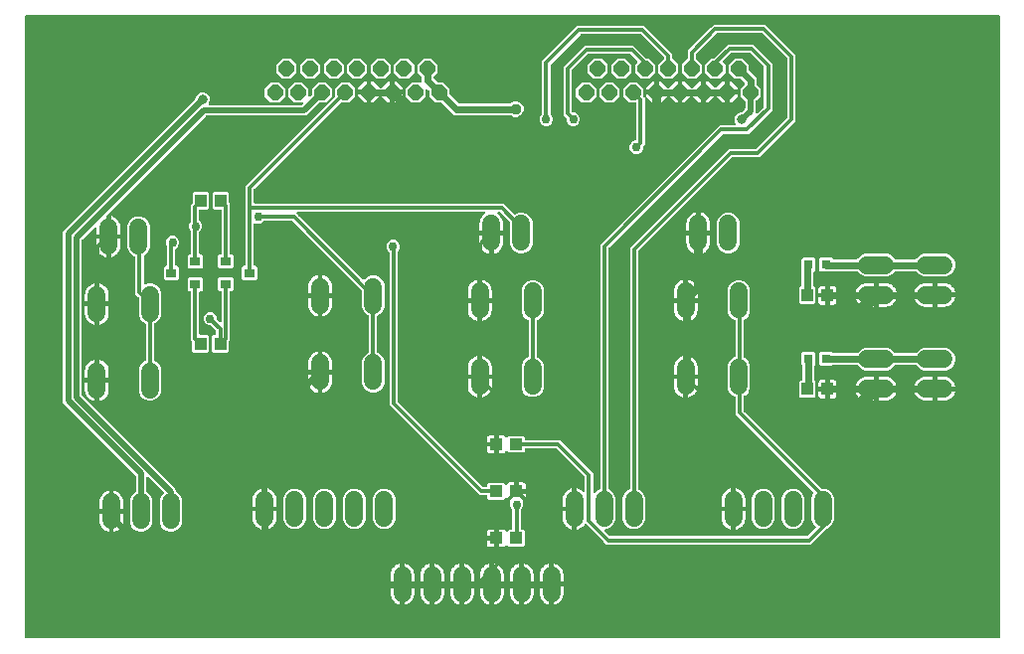
<source format=gbr>
G04 EAGLE Gerber RS-274X export*
G75*
%MOMM*%
%FSLAX34Y34*%
%LPD*%
%INTop Copper*%
%IPPOS*%
%AMOC8*
5,1,8,0,0,1.08239X$1,22.5*%
G01*
%ADD10C,1.524000*%
%ADD11R,1.100000X1.000000*%
%ADD12R,0.889000X0.787400*%
%ADD13R,1.000000X1.100000*%
%ADD14R,0.800000X0.800000*%
%ADD15P,1.415766X8X22.500000*%
%ADD16C,0.300000*%
%ADD17C,0.756400*%
%ADD18C,0.600000*%
%ADD19C,1.000000*%
%ADD20C,0.800000*%
%ADD21C,0.400000*%
%ADD22C,0.500000*%
%ADD23C,0.956400*%
%ADD24C,0.806400*%

G36*
X834429Y4645D02*
X834429Y4645D01*
X834493Y4644D01*
X834568Y4665D01*
X834644Y4676D01*
X834703Y4702D01*
X834765Y4719D01*
X834831Y4760D01*
X834901Y4792D01*
X834950Y4834D01*
X835005Y4867D01*
X835057Y4925D01*
X835115Y4975D01*
X835151Y5029D01*
X835194Y5077D01*
X835227Y5146D01*
X835270Y5211D01*
X835289Y5273D01*
X835317Y5330D01*
X835328Y5400D01*
X835352Y5481D01*
X835353Y5566D01*
X835364Y5635D01*
X835364Y534365D01*
X835355Y534429D01*
X835356Y534493D01*
X835335Y534568D01*
X835324Y534644D01*
X835298Y534703D01*
X835281Y534765D01*
X835240Y534831D01*
X835208Y534901D01*
X835166Y534950D01*
X835133Y535005D01*
X835075Y535057D01*
X835025Y535115D01*
X834971Y535151D01*
X834923Y535194D01*
X834854Y535227D01*
X834789Y535270D01*
X834727Y535289D01*
X834670Y535317D01*
X834600Y535328D01*
X834519Y535352D01*
X834434Y535353D01*
X834365Y535364D01*
X5635Y535364D01*
X5571Y535355D01*
X5507Y535356D01*
X5432Y535335D01*
X5356Y535324D01*
X5297Y535298D01*
X5235Y535281D01*
X5169Y535240D01*
X5099Y535208D01*
X5050Y535166D01*
X4995Y535133D01*
X4943Y535075D01*
X4885Y535025D01*
X4849Y534971D01*
X4806Y534923D01*
X4773Y534854D01*
X4730Y534789D01*
X4711Y534727D01*
X4683Y534670D01*
X4672Y534600D01*
X4648Y534519D01*
X4647Y534434D01*
X4636Y534365D01*
X4636Y5635D01*
X4645Y5571D01*
X4644Y5507D01*
X4665Y5432D01*
X4676Y5356D01*
X4702Y5297D01*
X4719Y5235D01*
X4760Y5169D01*
X4792Y5099D01*
X4834Y5050D01*
X4867Y4995D01*
X4925Y4943D01*
X4975Y4885D01*
X5029Y4849D01*
X5077Y4806D01*
X5146Y4773D01*
X5211Y4730D01*
X5273Y4711D01*
X5330Y4683D01*
X5400Y4672D01*
X5481Y4648D01*
X5566Y4647D01*
X5635Y4636D01*
X834365Y4636D01*
X834429Y4645D01*
G37*
%LPC*%
G36*
X500300Y84749D02*
X500300Y84749D01*
X497957Y87093D01*
X483124Y101925D01*
X483123Y101926D01*
X483006Y102014D01*
X482899Y102094D01*
X482898Y102095D01*
X482897Y102095D01*
X482767Y102144D01*
X482635Y102194D01*
X482634Y102194D01*
X482633Y102194D01*
X482491Y102205D01*
X482354Y102216D01*
X482353Y102215D01*
X482351Y102215D01*
X482210Y102185D01*
X482078Y102158D01*
X482077Y102157D01*
X482076Y102157D01*
X481954Y102092D01*
X481829Y102025D01*
X481828Y102025D01*
X481827Y102024D01*
X481813Y102010D01*
X481627Y101829D01*
X481619Y101815D01*
X481609Y101806D01*
X480850Y100761D01*
X479719Y99630D01*
X478425Y98690D01*
X477000Y97964D01*
X475479Y97469D01*
X475099Y97409D01*
X475099Y114000D01*
X475090Y114063D01*
X475091Y114128D01*
X475070Y114202D01*
X475059Y114279D01*
X475033Y114338D01*
X475016Y114400D01*
X474975Y114466D01*
X474943Y114536D01*
X474901Y114585D01*
X474868Y114640D01*
X474810Y114691D01*
X474760Y114750D01*
X474706Y114786D01*
X474658Y114829D01*
X474589Y114862D01*
X474524Y114905D01*
X474462Y114924D01*
X474405Y114952D01*
X474335Y114962D01*
X474254Y114987D01*
X474169Y114988D01*
X474100Y114999D01*
X473099Y114999D01*
X473099Y115001D01*
X474100Y115001D01*
X474164Y115010D01*
X474228Y115009D01*
X474303Y115030D01*
X474379Y115041D01*
X474438Y115067D01*
X474500Y115084D01*
X474566Y115125D01*
X474636Y115157D01*
X474685Y115199D01*
X474740Y115232D01*
X474792Y115290D01*
X474850Y115340D01*
X474886Y115394D01*
X474929Y115442D01*
X474962Y115511D01*
X475005Y115576D01*
X475024Y115638D01*
X475052Y115696D01*
X475062Y115765D01*
X475087Y115846D01*
X475088Y115931D01*
X475099Y116000D01*
X475099Y132591D01*
X475479Y132531D01*
X477000Y132036D01*
X478425Y131310D01*
X479719Y130370D01*
X480293Y129796D01*
X480319Y129777D01*
X480340Y129752D01*
X480432Y129692D01*
X480519Y129627D01*
X480549Y129615D01*
X480576Y129598D01*
X480681Y129566D01*
X480783Y129527D01*
X480815Y129525D01*
X480846Y129515D01*
X480955Y129514D01*
X481064Y129505D01*
X481096Y129512D01*
X481128Y129512D01*
X481233Y129541D01*
X481340Y129563D01*
X481369Y129578D01*
X481400Y129587D01*
X481493Y129644D01*
X481589Y129695D01*
X481612Y129718D01*
X481640Y129735D01*
X481713Y129816D01*
X481791Y129892D01*
X481807Y129920D01*
X481829Y129944D01*
X481876Y130042D01*
X481930Y130138D01*
X481938Y130169D01*
X481952Y130198D01*
X481966Y130287D01*
X481995Y130412D01*
X481993Y130460D01*
X481999Y130503D01*
X481999Y141886D01*
X481986Y141981D01*
X481981Y142077D01*
X481966Y142120D01*
X481959Y142165D01*
X481920Y142253D01*
X481888Y142344D01*
X481863Y142378D01*
X481843Y142422D01*
X481760Y142520D01*
X481707Y142593D01*
X458093Y166207D01*
X458016Y166264D01*
X457944Y166329D01*
X457903Y166349D01*
X457867Y166376D01*
X457777Y166410D01*
X457691Y166452D01*
X457649Y166458D01*
X457603Y166475D01*
X457476Y166485D01*
X457386Y166499D01*
X432000Y166499D01*
X431936Y166490D01*
X431872Y166491D01*
X431797Y166470D01*
X431721Y166459D01*
X431662Y166433D01*
X431600Y166416D01*
X431534Y166375D01*
X431464Y166343D01*
X431415Y166301D01*
X431360Y166268D01*
X431308Y166210D01*
X431250Y166160D01*
X431214Y166106D01*
X431171Y166058D01*
X431138Y165989D01*
X431095Y165924D01*
X431076Y165862D01*
X431048Y165805D01*
X431037Y165735D01*
X431013Y165654D01*
X431012Y165569D01*
X431001Y165500D01*
X431001Y164171D01*
X429829Y162999D01*
X417171Y162999D01*
X415941Y164229D01*
X415898Y164261D01*
X415862Y164301D01*
X415823Y164324D01*
X415799Y164345D01*
X415764Y164362D01*
X415716Y164399D01*
X415666Y164417D01*
X415619Y164445D01*
X415564Y164459D01*
X415545Y164468D01*
X415521Y164472D01*
X415452Y164498D01*
X415398Y164502D01*
X415346Y164516D01*
X415258Y164513D01*
X415257Y164513D01*
X415241Y164516D01*
X415231Y164516D01*
X415229Y164515D01*
X415171Y164520D01*
X415118Y164509D01*
X415065Y164507D01*
X414981Y164480D01*
X414977Y164480D01*
X414952Y164476D01*
X414945Y164473D01*
X414895Y164462D01*
X414847Y164437D01*
X414796Y164421D01*
X414729Y164375D01*
X414695Y164360D01*
X414684Y164350D01*
X414646Y164330D01*
X414607Y164292D01*
X414563Y164262D01*
X414522Y164212D01*
X414481Y164176D01*
X414468Y164157D01*
X414444Y164133D01*
X414408Y164070D01*
X414369Y164022D01*
X414033Y163440D01*
X413560Y162967D01*
X412981Y162632D01*
X412335Y162459D01*
X408499Y162459D01*
X408499Y169000D01*
X408490Y169064D01*
X408491Y169128D01*
X408470Y169202D01*
X408459Y169279D01*
X408433Y169338D01*
X408416Y169400D01*
X408375Y169466D01*
X408343Y169536D01*
X408301Y169585D01*
X408268Y169640D01*
X408210Y169691D01*
X408160Y169750D01*
X408106Y169786D01*
X408058Y169829D01*
X407989Y169862D01*
X407924Y169905D01*
X407862Y169924D01*
X407805Y169952D01*
X407735Y169962D01*
X407654Y169987D01*
X407569Y169988D01*
X407500Y169999D01*
X406499Y169999D01*
X406499Y170001D01*
X407500Y170001D01*
X407564Y170010D01*
X407628Y170009D01*
X407703Y170030D01*
X407779Y170041D01*
X407838Y170067D01*
X407900Y170084D01*
X407966Y170125D01*
X408036Y170157D01*
X408085Y170199D01*
X408140Y170232D01*
X408192Y170290D01*
X408250Y170340D01*
X408286Y170394D01*
X408329Y170442D01*
X408362Y170511D01*
X408405Y170576D01*
X408424Y170638D01*
X408452Y170696D01*
X408462Y170765D01*
X408487Y170846D01*
X408488Y170931D01*
X408499Y171000D01*
X408499Y177541D01*
X412335Y177541D01*
X412981Y177368D01*
X413560Y177033D01*
X414033Y176560D01*
X414369Y175978D01*
X414402Y175935D01*
X414428Y175888D01*
X414489Y175825D01*
X414543Y175756D01*
X414587Y175725D01*
X414624Y175686D01*
X414701Y175643D01*
X414773Y175591D01*
X414823Y175574D01*
X414870Y175547D01*
X414956Y175527D01*
X415038Y175498D01*
X415092Y175495D01*
X415144Y175482D01*
X415232Y175487D01*
X415320Y175482D01*
X415372Y175494D01*
X415426Y175497D01*
X415509Y175525D01*
X415595Y175545D01*
X415642Y175571D01*
X415692Y175589D01*
X415756Y175635D01*
X415841Y175683D01*
X415892Y175735D01*
X415941Y175771D01*
X417171Y177001D01*
X429829Y177001D01*
X431001Y175829D01*
X431001Y174500D01*
X431010Y174437D01*
X431009Y174380D01*
X431009Y174372D01*
X431030Y174297D01*
X431041Y174221D01*
X431067Y174162D01*
X431084Y174100D01*
X431125Y174034D01*
X431157Y173964D01*
X431199Y173915D01*
X431232Y173860D01*
X431290Y173808D01*
X431340Y173750D01*
X431394Y173714D01*
X431442Y173671D01*
X431511Y173638D01*
X431576Y173595D01*
X431638Y173576D01*
X431695Y173548D01*
X431765Y173537D01*
X431846Y173513D01*
X431931Y173512D01*
X432000Y173501D01*
X460700Y173501D01*
X489001Y145200D01*
X489001Y129139D01*
X489005Y129107D01*
X489003Y129075D01*
X489025Y128968D01*
X489041Y128860D01*
X489054Y128830D01*
X489060Y128799D01*
X489112Y128702D01*
X489157Y128603D01*
X489178Y128578D01*
X489193Y128550D01*
X489269Y128472D01*
X489340Y128388D01*
X489367Y128371D01*
X489390Y128348D01*
X489485Y128294D01*
X489576Y128234D01*
X489607Y128225D01*
X489635Y128209D01*
X489741Y128183D01*
X489846Y128152D01*
X489878Y128151D01*
X489909Y128144D01*
X490019Y128149D01*
X490128Y128148D01*
X490159Y128156D01*
X490191Y128158D01*
X490294Y128194D01*
X490400Y128223D01*
X490427Y128240D01*
X490458Y128251D01*
X490531Y128304D01*
X490640Y128371D01*
X490672Y128407D01*
X490707Y128432D01*
X493050Y130776D01*
X494632Y131431D01*
X494641Y131436D01*
X494650Y131439D01*
X494762Y131508D01*
X494875Y131575D01*
X494882Y131582D01*
X494890Y131587D01*
X494978Y131685D01*
X495068Y131781D01*
X495072Y131789D01*
X495079Y131796D01*
X495136Y131914D01*
X495196Y132032D01*
X495198Y132042D01*
X495202Y132050D01*
X495214Y132126D01*
X495248Y132309D01*
X495246Y132333D01*
X495249Y132355D01*
X495249Y340200D01*
X596550Y441501D01*
X609546Y441501D01*
X609578Y441505D01*
X609611Y441503D01*
X609718Y441525D01*
X609825Y441541D01*
X609855Y441554D01*
X609887Y441561D01*
X609983Y441612D01*
X610082Y441657D01*
X610107Y441678D01*
X610136Y441694D01*
X610214Y441770D01*
X610296Y441840D01*
X610314Y441868D01*
X610338Y441891D01*
X610391Y441985D01*
X610451Y442076D01*
X610460Y442108D01*
X610477Y442136D01*
X610501Y442242D01*
X610533Y442346D01*
X610534Y442379D01*
X610541Y442411D01*
X610535Y442519D01*
X610537Y442628D01*
X610528Y442660D01*
X610526Y442692D01*
X610491Y442795D01*
X610462Y442900D01*
X610444Y442928D01*
X610434Y442959D01*
X610426Y442969D01*
X609463Y445295D01*
X609463Y447695D01*
X610381Y449913D01*
X612078Y451610D01*
X614295Y452528D01*
X614749Y452528D01*
X614844Y452542D01*
X614940Y452546D01*
X614983Y452561D01*
X615028Y452568D01*
X615116Y452607D01*
X615207Y452639D01*
X615241Y452664D01*
X615285Y452684D01*
X615383Y452767D01*
X615456Y452821D01*
X618207Y455572D01*
X618264Y455648D01*
X618329Y455720D01*
X618349Y455761D01*
X618376Y455797D01*
X618404Y455871D01*
X618405Y455873D01*
X618407Y455880D01*
X618410Y455887D01*
X618452Y455974D01*
X618458Y456016D01*
X618475Y456061D01*
X618480Y456118D01*
X618487Y456143D01*
X618488Y456207D01*
X618499Y456278D01*
X618499Y462008D01*
X618486Y462103D01*
X618481Y462200D01*
X618466Y462243D01*
X618459Y462288D01*
X618420Y462375D01*
X618388Y462466D01*
X618363Y462500D01*
X618343Y462545D01*
X618260Y462642D01*
X618207Y462715D01*
X614459Y466462D01*
X614459Y473538D01*
X617707Y476785D01*
X617764Y476862D01*
X617829Y476933D01*
X617849Y476974D01*
X617876Y477011D01*
X617910Y477101D01*
X617952Y477187D01*
X617958Y477229D01*
X617975Y477274D01*
X617983Y477373D01*
X617995Y477424D01*
X617994Y477455D01*
X617999Y477492D01*
X617999Y477515D01*
X617996Y477538D01*
X617997Y477556D01*
X617986Y477611D01*
X617981Y477706D01*
X617966Y477749D01*
X617959Y477794D01*
X617920Y477881D01*
X617888Y477972D01*
X617863Y478007D01*
X617843Y478051D01*
X617760Y478148D01*
X617707Y478221D01*
X614761Y481167D01*
X614684Y481224D01*
X614613Y481289D01*
X614572Y481309D01*
X614536Y481336D01*
X614446Y481370D01*
X614359Y481412D01*
X614317Y481418D01*
X614272Y481435D01*
X614144Y481445D01*
X614055Y481459D01*
X609462Y481459D01*
X604459Y486462D01*
X604459Y493538D01*
X609462Y498541D01*
X616538Y498541D01*
X621541Y493538D01*
X621541Y488945D01*
X621554Y488850D01*
X621559Y488754D01*
X621574Y488711D01*
X621581Y488666D01*
X621620Y488579D01*
X621652Y488488D01*
X621677Y488453D01*
X621697Y488409D01*
X621780Y488312D01*
X621833Y488239D01*
X624779Y485293D01*
X628001Y482071D01*
X628001Y477492D01*
X628014Y477397D01*
X628019Y477300D01*
X628034Y477257D01*
X628041Y477212D01*
X628080Y477125D01*
X628112Y477034D01*
X628137Y477000D01*
X628157Y476955D01*
X628240Y476858D01*
X628293Y476785D01*
X631541Y473538D01*
X631541Y466462D01*
X627793Y462715D01*
X627736Y462638D01*
X627671Y462567D01*
X627651Y462526D01*
X627624Y462489D01*
X627590Y462399D01*
X627548Y462313D01*
X627542Y462271D01*
X627525Y462226D01*
X627515Y462098D01*
X627501Y462008D01*
X627501Y452864D01*
X627505Y452832D01*
X627503Y452800D01*
X627525Y452693D01*
X627541Y452585D01*
X627554Y452555D01*
X627560Y452524D01*
X627612Y452427D01*
X627657Y452328D01*
X627678Y452303D01*
X627693Y452275D01*
X627769Y452197D01*
X627840Y452113D01*
X627867Y452096D01*
X627890Y452073D01*
X627985Y452019D01*
X628076Y451959D01*
X628107Y451950D01*
X628135Y451934D01*
X628242Y451908D01*
X628346Y451877D01*
X628378Y451876D01*
X628409Y451869D01*
X628519Y451874D01*
X628628Y451873D01*
X628659Y451881D01*
X628691Y451883D01*
X628794Y451919D01*
X628900Y451948D01*
X628927Y451965D01*
X628958Y451976D01*
X629031Y452029D01*
X629140Y452096D01*
X629172Y452132D01*
X629207Y452157D01*
X634207Y457157D01*
X634264Y457234D01*
X634329Y457306D01*
X634349Y457347D01*
X634376Y457383D01*
X634410Y457473D01*
X634452Y457559D01*
X634458Y457601D01*
X634475Y457647D01*
X634485Y457774D01*
X634499Y457864D01*
X634499Y491136D01*
X634486Y491231D01*
X634481Y491327D01*
X634466Y491370D01*
X634459Y491415D01*
X634420Y491503D01*
X634388Y491594D01*
X634363Y491628D01*
X634343Y491672D01*
X634260Y491770D01*
X634207Y491843D01*
X622843Y503207D01*
X622766Y503264D01*
X622694Y503329D01*
X622653Y503349D01*
X622617Y503376D01*
X622527Y503410D01*
X622441Y503452D01*
X622399Y503458D01*
X622353Y503475D01*
X622226Y503485D01*
X622136Y503499D01*
X606864Y503499D01*
X606769Y503486D01*
X606673Y503481D01*
X606630Y503466D01*
X606585Y503459D01*
X606497Y503420D01*
X606406Y503388D01*
X606372Y503363D01*
X606328Y503343D01*
X606230Y503260D01*
X606157Y503207D01*
X599721Y496770D01*
X599683Y496719D01*
X599637Y496674D01*
X599598Y496607D01*
X599552Y496545D01*
X599529Y496485D01*
X599498Y496429D01*
X599480Y496353D01*
X599452Y496281D01*
X599447Y496217D01*
X599433Y496154D01*
X599437Y496077D01*
X599431Y496000D01*
X599444Y495937D01*
X599447Y495873D01*
X599472Y495799D01*
X599488Y495724D01*
X599518Y495667D01*
X599539Y495606D01*
X599581Y495550D01*
X599621Y495475D01*
X599680Y495414D01*
X599721Y495357D01*
X601541Y493538D01*
X601541Y486462D01*
X596538Y481459D01*
X589462Y481459D01*
X584459Y486462D01*
X584459Y493538D01*
X589462Y498541D01*
X591176Y498541D01*
X591271Y498554D01*
X591367Y498559D01*
X591410Y498574D01*
X591455Y498581D01*
X591543Y498620D01*
X591634Y498652D01*
X591668Y498677D01*
X591712Y498697D01*
X591810Y498780D01*
X591883Y498833D01*
X603550Y510501D01*
X625450Y510501D01*
X641501Y494450D01*
X641501Y454550D01*
X621450Y434499D01*
X599864Y434499D01*
X599769Y434486D01*
X599673Y434481D01*
X599630Y434466D01*
X599585Y434459D01*
X599497Y434420D01*
X599406Y434388D01*
X599372Y434363D01*
X599328Y434343D01*
X599230Y434260D01*
X599157Y434207D01*
X502543Y337593D01*
X502486Y337516D01*
X502421Y337444D01*
X502401Y337403D01*
X502374Y337367D01*
X502340Y337277D01*
X502298Y337191D01*
X502292Y337149D01*
X502275Y337103D01*
X502265Y336976D01*
X502251Y336886D01*
X502251Y132147D01*
X502252Y132138D01*
X502251Y132129D01*
X502272Y131999D01*
X502291Y131868D01*
X502294Y131860D01*
X502296Y131850D01*
X502353Y131731D01*
X502407Y131611D01*
X502413Y131604D01*
X502417Y131596D01*
X502505Y131497D01*
X502590Y131397D01*
X502598Y131392D01*
X502604Y131385D01*
X502670Y131345D01*
X502826Y131243D01*
X502849Y131236D01*
X502868Y131224D01*
X503950Y130776D01*
X506656Y128070D01*
X508121Y124534D01*
X508121Y105466D01*
X506656Y101930D01*
X503950Y99224D01*
X500414Y97759D01*
X499604Y97759D01*
X499572Y97755D01*
X499540Y97757D01*
X499433Y97735D01*
X499325Y97719D01*
X499295Y97706D01*
X499264Y97700D01*
X499167Y97648D01*
X499068Y97603D01*
X499043Y97582D01*
X499015Y97567D01*
X498937Y97491D01*
X498853Y97420D01*
X498836Y97393D01*
X498813Y97370D01*
X498759Y97275D01*
X498699Y97184D01*
X498690Y97153D01*
X498674Y97125D01*
X498648Y97019D01*
X498617Y96914D01*
X498616Y96882D01*
X498609Y96851D01*
X498614Y96741D01*
X498613Y96632D01*
X498621Y96601D01*
X498623Y96569D01*
X498659Y96466D01*
X498688Y96360D01*
X498705Y96333D01*
X498716Y96302D01*
X498769Y96229D01*
X498836Y96120D01*
X498872Y96088D01*
X498897Y96053D01*
X502907Y92043D01*
X502984Y91986D01*
X503056Y91921D01*
X503097Y91901D01*
X503133Y91874D01*
X503223Y91840D01*
X503309Y91798D01*
X503351Y91792D01*
X503397Y91775D01*
X503524Y91765D01*
X503614Y91751D01*
X671136Y91751D01*
X671231Y91764D01*
X671327Y91769D01*
X671370Y91784D01*
X671415Y91791D01*
X671503Y91830D01*
X671594Y91862D01*
X671628Y91887D01*
X671672Y91907D01*
X671770Y91990D01*
X671843Y92043D01*
X678430Y98631D01*
X678469Y98682D01*
X678515Y98727D01*
X678553Y98795D01*
X678599Y98856D01*
X678622Y98917D01*
X678654Y98973D01*
X678672Y99048D01*
X678699Y99120D01*
X678704Y99184D01*
X678719Y99247D01*
X678715Y99324D01*
X678721Y99402D01*
X678708Y99464D01*
X678704Y99529D01*
X678679Y99602D01*
X678663Y99678D01*
X678633Y99734D01*
X678612Y99795D01*
X678571Y99852D01*
X678531Y99927D01*
X678471Y99987D01*
X678430Y100044D01*
X676544Y101930D01*
X675079Y105466D01*
X675079Y124534D01*
X676562Y128114D01*
X676565Y128124D01*
X676569Y128132D01*
X676600Y128261D01*
X676633Y128388D01*
X676632Y128397D01*
X676634Y128406D01*
X676628Y128539D01*
X676623Y128669D01*
X676621Y128678D01*
X676620Y128688D01*
X676577Y128812D01*
X676536Y128938D01*
X676531Y128946D01*
X676528Y128954D01*
X676482Y129016D01*
X676377Y129171D01*
X676359Y129186D01*
X676346Y129203D01*
X610249Y195300D01*
X610249Y209929D01*
X610248Y209938D01*
X610249Y209948D01*
X610228Y210078D01*
X610209Y210208D01*
X610206Y210217D01*
X610204Y210226D01*
X610147Y210345D01*
X610093Y210465D01*
X610087Y210472D01*
X610083Y210481D01*
X609995Y210579D01*
X609910Y210679D01*
X609902Y210684D01*
X609896Y210691D01*
X609830Y210731D01*
X609674Y210834D01*
X609651Y210841D01*
X609632Y210852D01*
X607556Y211712D01*
X604850Y214418D01*
X603385Y217954D01*
X603385Y237022D01*
X604850Y240558D01*
X607556Y243264D01*
X609632Y244124D01*
X609641Y244129D01*
X609650Y244131D01*
X609762Y244201D01*
X609875Y244268D01*
X609882Y244275D01*
X609890Y244280D01*
X609978Y244378D01*
X610068Y244473D01*
X610072Y244482D01*
X610079Y244489D01*
X610136Y244607D01*
X610196Y244725D01*
X610198Y244734D01*
X610202Y244743D01*
X610214Y244818D01*
X610248Y245002D01*
X610246Y245026D01*
X610249Y245047D01*
X610249Y274953D01*
X610248Y274962D01*
X610249Y274972D01*
X610228Y275102D01*
X610209Y275232D01*
X610206Y275241D01*
X610204Y275250D01*
X610147Y275369D01*
X610093Y275489D01*
X610087Y275496D01*
X610083Y275505D01*
X609996Y275603D01*
X609910Y275703D01*
X609902Y275708D01*
X609896Y275715D01*
X609830Y275755D01*
X609674Y275858D01*
X609651Y275865D01*
X609632Y275876D01*
X607556Y276736D01*
X604850Y279442D01*
X603385Y282978D01*
X603385Y302046D01*
X604850Y305582D01*
X607556Y308288D01*
X611092Y309753D01*
X614920Y309753D01*
X618456Y308288D01*
X621162Y305582D01*
X622627Y302046D01*
X622627Y282978D01*
X621162Y279442D01*
X618456Y276736D01*
X617868Y276492D01*
X617860Y276488D01*
X617850Y276485D01*
X617737Y276415D01*
X617625Y276349D01*
X617618Y276342D01*
X617610Y276337D01*
X617522Y276239D01*
X617432Y276143D01*
X617428Y276135D01*
X617421Y276128D01*
X617364Y276009D01*
X617304Y275892D01*
X617302Y275882D01*
X617298Y275874D01*
X617286Y275798D01*
X617252Y275614D01*
X617254Y275591D01*
X617251Y275569D01*
X617251Y244431D01*
X617252Y244421D01*
X617251Y244412D01*
X617259Y244360D01*
X617259Y244328D01*
X617272Y244280D01*
X617291Y244152D01*
X617294Y244143D01*
X617296Y244134D01*
X617353Y244014D01*
X617407Y243895D01*
X617413Y243887D01*
X617417Y243879D01*
X617505Y243780D01*
X617590Y243680D01*
X617598Y243675D01*
X617604Y243668D01*
X617670Y243628D01*
X617826Y243526D01*
X617849Y243519D01*
X617868Y243508D01*
X618456Y243264D01*
X621162Y240558D01*
X622627Y237022D01*
X622627Y217954D01*
X621162Y214418D01*
X618456Y211712D01*
X617868Y211468D01*
X617860Y211464D01*
X617850Y211461D01*
X617737Y211391D01*
X617625Y211325D01*
X617618Y211318D01*
X617610Y211313D01*
X617522Y211215D01*
X617432Y211119D01*
X617428Y211111D01*
X617421Y211104D01*
X617364Y210985D01*
X617304Y210868D01*
X617302Y210858D01*
X617298Y210850D01*
X617286Y210774D01*
X617252Y210590D01*
X617254Y210567D01*
X617251Y210545D01*
X617251Y198614D01*
X617264Y198519D01*
X617269Y198423D01*
X617284Y198380D01*
X617291Y198335D01*
X617330Y198247D01*
X617362Y198156D01*
X617387Y198122D01*
X617407Y198078D01*
X617490Y197980D01*
X617543Y197907D01*
X682917Y132533D01*
X682994Y132476D01*
X683066Y132411D01*
X683107Y132391D01*
X683143Y132364D01*
X683233Y132330D01*
X683319Y132288D01*
X683361Y132282D01*
X683407Y132265D01*
X683534Y132255D01*
X683624Y132241D01*
X686614Y132241D01*
X690150Y130776D01*
X692856Y128070D01*
X694321Y124534D01*
X694321Y105466D01*
X692856Y101930D01*
X690150Y99224D01*
X688242Y98434D01*
X688206Y98413D01*
X688167Y98399D01*
X688097Y98348D01*
X687999Y98290D01*
X687959Y98247D01*
X687918Y98217D01*
X676793Y87093D01*
X674450Y84749D01*
X500300Y84749D01*
G37*
%LPD*%
%LPC*%
G36*
X102086Y95759D02*
X102086Y95759D01*
X98550Y97224D01*
X95844Y99930D01*
X94379Y103466D01*
X94379Y122534D01*
X95844Y126070D01*
X98550Y128776D01*
X98882Y128914D01*
X98891Y128918D01*
X98900Y128921D01*
X99012Y128991D01*
X99125Y129057D01*
X99132Y129064D01*
X99140Y129069D01*
X99228Y129167D01*
X99318Y129263D01*
X99322Y129271D01*
X99329Y129278D01*
X99386Y129397D01*
X99446Y129514D01*
X99448Y129524D01*
X99452Y129532D01*
X99464Y129608D01*
X99498Y129792D01*
X99496Y129815D01*
X99499Y129837D01*
X99499Y142822D01*
X99486Y142917D01*
X99481Y143013D01*
X99466Y143057D01*
X99459Y143102D01*
X99420Y143189D01*
X99388Y143280D01*
X99363Y143314D01*
X99343Y143358D01*
X99260Y143456D01*
X99207Y143529D01*
X37499Y205236D01*
X37499Y351517D01*
X150022Y464040D01*
X150080Y464116D01*
X150144Y464188D01*
X150164Y464229D01*
X150191Y464265D01*
X150225Y464355D01*
X150267Y464442D01*
X150274Y464484D01*
X150291Y464529D01*
X150301Y464657D01*
X150315Y464746D01*
X150315Y465200D01*
X151233Y467417D01*
X152930Y469114D01*
X155147Y470033D01*
X157547Y470033D01*
X159765Y469114D01*
X161462Y467417D01*
X162380Y465200D01*
X162380Y462800D01*
X161424Y460491D01*
X161417Y460482D01*
X161405Y460451D01*
X161387Y460424D01*
X161355Y460320D01*
X161317Y460218D01*
X161314Y460185D01*
X161305Y460154D01*
X161303Y460045D01*
X161295Y459937D01*
X161301Y459905D01*
X161301Y459872D01*
X161330Y459767D01*
X161352Y459661D01*
X161367Y459632D01*
X161376Y459600D01*
X161433Y459508D01*
X161484Y459412D01*
X161507Y459388D01*
X161524Y459360D01*
X161605Y459287D01*
X161681Y459209D01*
X161709Y459193D01*
X161734Y459171D01*
X161831Y459124D01*
X161926Y459070D01*
X161958Y459063D01*
X161987Y459048D01*
X162077Y459034D01*
X162201Y459005D01*
X162249Y459007D01*
X162292Y459001D01*
X240586Y459001D01*
X240681Y459014D01*
X240777Y459019D01*
X240820Y459034D01*
X240865Y459041D01*
X240952Y459080D01*
X241043Y459112D01*
X241078Y459137D01*
X241122Y459157D01*
X241219Y459240D01*
X241292Y459293D01*
X241752Y459753D01*
X241772Y459779D01*
X241796Y459800D01*
X241856Y459892D01*
X241922Y459979D01*
X241933Y460009D01*
X241951Y460036D01*
X241983Y460141D01*
X242021Y460243D01*
X242024Y460275D01*
X242033Y460306D01*
X242035Y460415D01*
X242043Y460524D01*
X242036Y460556D01*
X242037Y460588D01*
X242008Y460693D01*
X241985Y460800D01*
X241970Y460829D01*
X241962Y460860D01*
X241904Y460953D01*
X241853Y461049D01*
X241830Y461072D01*
X241814Y461100D01*
X241732Y461173D01*
X241656Y461251D01*
X241628Y461267D01*
X241604Y461289D01*
X241506Y461336D01*
X241411Y461390D01*
X241379Y461398D01*
X241350Y461412D01*
X241261Y461426D01*
X241136Y461455D01*
X241088Y461453D01*
X241046Y461459D01*
X234462Y461459D01*
X229459Y466462D01*
X229459Y473538D01*
X234462Y478541D01*
X241538Y478541D01*
X246541Y473538D01*
X246541Y466954D01*
X246545Y466922D01*
X246543Y466890D01*
X246565Y466783D01*
X246581Y466675D01*
X246594Y466646D01*
X246600Y466614D01*
X246652Y466518D01*
X246697Y466418D01*
X246718Y466394D01*
X246733Y466365D01*
X246809Y466287D01*
X246880Y466204D01*
X246907Y466186D01*
X246930Y466163D01*
X247025Y466109D01*
X247116Y466049D01*
X247147Y466040D01*
X247175Y466024D01*
X247281Y465999D01*
X247386Y465967D01*
X247418Y465966D01*
X247449Y465959D01*
X247559Y465965D01*
X247668Y465963D01*
X247699Y465972D01*
X247731Y465973D01*
X247834Y466009D01*
X247940Y466038D01*
X247967Y466055D01*
X247998Y466066D01*
X248071Y466119D01*
X248180Y466186D01*
X248212Y466222D01*
X248247Y466248D01*
X249167Y467168D01*
X249224Y467245D01*
X249289Y467316D01*
X249309Y467357D01*
X249336Y467393D01*
X249370Y467483D01*
X249412Y467570D01*
X249418Y467612D01*
X249435Y467657D01*
X249445Y467785D01*
X249459Y467874D01*
X249459Y473538D01*
X254462Y478541D01*
X261538Y478541D01*
X266541Y473538D01*
X266541Y466462D01*
X261538Y461459D01*
X256602Y461459D01*
X256507Y461446D01*
X256411Y461441D01*
X256368Y461426D01*
X256323Y461419D01*
X256235Y461380D01*
X256145Y461348D01*
X256110Y461323D01*
X256066Y461303D01*
X255969Y461220D01*
X255896Y461167D01*
X244728Y449999D01*
X160025Y449999D01*
X159930Y449986D01*
X159834Y449981D01*
X159791Y449966D01*
X159746Y449959D01*
X159658Y449920D01*
X159567Y449888D01*
X159533Y449863D01*
X159489Y449843D01*
X159391Y449760D01*
X159318Y449707D01*
X74593Y364982D01*
X74536Y364905D01*
X74471Y364833D01*
X74451Y364792D01*
X74424Y364756D01*
X74390Y364666D01*
X74348Y364580D01*
X74342Y364538D01*
X74325Y364492D01*
X74315Y364365D01*
X74301Y364275D01*
X74301Y348999D01*
X66139Y348999D01*
X66139Y354115D01*
X66135Y354147D01*
X66137Y354179D01*
X66115Y354286D01*
X66099Y354394D01*
X66086Y354424D01*
X66080Y354455D01*
X66028Y354552D01*
X65983Y354651D01*
X65962Y354676D01*
X65947Y354704D01*
X65871Y354782D01*
X65800Y354866D01*
X65773Y354883D01*
X65750Y354906D01*
X65655Y354960D01*
X65564Y355020D01*
X65533Y355029D01*
X65505Y355045D01*
X65398Y355071D01*
X65294Y355102D01*
X65262Y355103D01*
X65231Y355110D01*
X65121Y355105D01*
X65012Y355106D01*
X64981Y355098D01*
X64949Y355096D01*
X64846Y355060D01*
X64740Y355031D01*
X64713Y355014D01*
X64682Y355003D01*
X64609Y354950D01*
X64500Y354883D01*
X64468Y354847D01*
X64433Y354822D01*
X53793Y344182D01*
X53736Y344105D01*
X53671Y344033D01*
X53651Y343992D01*
X53624Y343956D01*
X53590Y343866D01*
X53548Y343780D01*
X53542Y343738D01*
X53525Y343692D01*
X53515Y343565D01*
X53501Y343475D01*
X53501Y212278D01*
X53514Y212183D01*
X53519Y212087D01*
X53534Y212044D01*
X53541Y211999D01*
X53580Y211911D01*
X53612Y211821D01*
X53637Y211786D01*
X53657Y211742D01*
X53740Y211645D01*
X53793Y211572D01*
X133901Y131464D01*
X133901Y129837D01*
X133902Y129827D01*
X133901Y129818D01*
X133922Y129688D01*
X133941Y129558D01*
X133944Y129549D01*
X133946Y129540D01*
X134003Y129419D01*
X134057Y129301D01*
X134063Y129294D01*
X134067Y129285D01*
X134155Y129186D01*
X134240Y129086D01*
X134248Y129081D01*
X134254Y129074D01*
X134320Y129034D01*
X134476Y128932D01*
X134499Y128925D01*
X134518Y128914D01*
X134850Y128776D01*
X137556Y126070D01*
X139021Y122534D01*
X139021Y103466D01*
X137556Y99930D01*
X134850Y97224D01*
X131314Y95759D01*
X127486Y95759D01*
X123950Y97224D01*
X121244Y99930D01*
X119779Y103466D01*
X119779Y122534D01*
X121244Y126070D01*
X123198Y128024D01*
X123237Y128075D01*
X123283Y128120D01*
X123321Y128188D01*
X123367Y128249D01*
X123390Y128309D01*
X123422Y128365D01*
X123440Y128441D01*
X123467Y128513D01*
X123472Y128577D01*
X123487Y128640D01*
X123483Y128717D01*
X123489Y128794D01*
X123476Y128857D01*
X123472Y128922D01*
X123447Y128995D01*
X123431Y129071D01*
X123401Y129127D01*
X123380Y129188D01*
X123338Y129245D01*
X123299Y129320D01*
X123239Y129380D01*
X123198Y129437D01*
X110207Y142428D01*
X110181Y142448D01*
X110160Y142472D01*
X110068Y142532D01*
X109981Y142598D01*
X109951Y142609D01*
X109924Y142627D01*
X109819Y142659D01*
X109717Y142697D01*
X109685Y142700D01*
X109654Y142709D01*
X109545Y142711D01*
X109436Y142719D01*
X109404Y142712D01*
X109372Y142713D01*
X109267Y142684D01*
X109160Y142661D01*
X109131Y142646D01*
X109100Y142638D01*
X109007Y142580D01*
X108911Y142529D01*
X108888Y142507D01*
X108860Y142490D01*
X108787Y142408D01*
X108709Y142332D01*
X108693Y142304D01*
X108671Y142280D01*
X108624Y142182D01*
X108570Y142087D01*
X108562Y142055D01*
X108548Y142026D01*
X108534Y141937D01*
X108505Y141812D01*
X108507Y141764D01*
X108501Y141722D01*
X108501Y129837D01*
X108502Y129827D01*
X108501Y129818D01*
X108522Y129688D01*
X108541Y129558D01*
X108544Y129549D01*
X108546Y129540D01*
X108603Y129419D01*
X108657Y129301D01*
X108663Y129294D01*
X108667Y129285D01*
X108755Y129186D01*
X108840Y129086D01*
X108848Y129081D01*
X108854Y129074D01*
X108920Y129034D01*
X109076Y128932D01*
X109099Y128925D01*
X109118Y128914D01*
X109450Y128776D01*
X112156Y126070D01*
X113621Y122534D01*
X113621Y103466D01*
X112156Y99930D01*
X109450Y97224D01*
X105914Y95759D01*
X102086Y95759D01*
G37*
%LPD*%
%LPC*%
G36*
X299692Y214247D02*
X299692Y214247D01*
X296156Y215712D01*
X293450Y218418D01*
X291985Y221954D01*
X291985Y241022D01*
X293450Y244558D01*
X296156Y247264D01*
X297488Y247816D01*
X297497Y247821D01*
X297506Y247823D01*
X297618Y247893D01*
X297731Y247959D01*
X297738Y247966D01*
X297746Y247971D01*
X297834Y248069D01*
X297924Y248165D01*
X297928Y248174D01*
X297935Y248181D01*
X297992Y248299D01*
X298052Y248417D01*
X298054Y248426D01*
X298058Y248434D01*
X298070Y248510D01*
X298104Y248694D01*
X298102Y248718D01*
X298105Y248739D01*
X298105Y279261D01*
X298104Y279270D01*
X298105Y279280D01*
X298084Y279410D01*
X298065Y279540D01*
X298062Y279549D01*
X298060Y279558D01*
X298003Y279678D01*
X297949Y279797D01*
X297943Y279804D01*
X297939Y279813D01*
X297851Y279912D01*
X297766Y280011D01*
X297758Y280017D01*
X297752Y280024D01*
X297686Y280064D01*
X297530Y280166D01*
X297507Y280173D01*
X297488Y280184D01*
X296156Y280736D01*
X293450Y283442D01*
X291985Y286978D01*
X291985Y300768D01*
X291972Y300863D01*
X291967Y300959D01*
X291952Y301002D01*
X291945Y301047D01*
X291906Y301135D01*
X291874Y301226D01*
X291849Y301260D01*
X291829Y301304D01*
X291746Y301402D01*
X291693Y301475D01*
X232961Y360207D01*
X232884Y360264D01*
X232812Y360329D01*
X232771Y360349D01*
X232735Y360376D01*
X232645Y360410D01*
X232559Y360452D01*
X232517Y360458D01*
X232471Y360475D01*
X232344Y360485D01*
X232254Y360499D01*
X208873Y360499D01*
X208778Y360486D01*
X208682Y360481D01*
X208639Y360466D01*
X208594Y360459D01*
X208507Y360420D01*
X208416Y360388D01*
X208381Y360363D01*
X208337Y360343D01*
X208240Y360260D01*
X208167Y360207D01*
X207058Y359098D01*
X204932Y358217D01*
X202632Y358217D01*
X201382Y358735D01*
X201268Y358764D01*
X201154Y358799D01*
X201131Y358799D01*
X201109Y358805D01*
X200991Y358801D01*
X200872Y358803D01*
X200850Y358797D01*
X200827Y358796D01*
X200715Y358759D01*
X200600Y358727D01*
X200581Y358715D01*
X200559Y358708D01*
X200461Y358642D01*
X200360Y358579D01*
X200345Y358562D01*
X200326Y358549D01*
X200251Y358458D01*
X200171Y358370D01*
X200161Y358349D01*
X200147Y358332D01*
X200100Y358223D01*
X200048Y358116D01*
X200045Y358095D01*
X200035Y358073D01*
X200013Y357888D01*
X200001Y357812D01*
X200001Y322991D01*
X200010Y322927D01*
X200009Y322863D01*
X200030Y322788D01*
X200041Y322712D01*
X200067Y322653D01*
X200084Y322591D01*
X200125Y322525D01*
X200157Y322455D01*
X200199Y322406D01*
X200232Y322351D01*
X200290Y322299D01*
X200340Y322241D01*
X200394Y322205D01*
X200442Y322162D01*
X200511Y322129D01*
X200576Y322086D01*
X200638Y322067D01*
X200695Y322039D01*
X200765Y322028D01*
X200846Y322004D01*
X200931Y322003D01*
X201000Y321992D01*
X201634Y321992D01*
X202806Y320820D01*
X202806Y311288D01*
X201634Y310116D01*
X191086Y310116D01*
X189914Y311288D01*
X189914Y320820D01*
X191086Y321992D01*
X192000Y321992D01*
X192064Y322001D01*
X192128Y322000D01*
X192203Y322021D01*
X192279Y322032D01*
X192338Y322058D01*
X192400Y322075D01*
X192466Y322116D01*
X192536Y322148D01*
X192585Y322190D01*
X192640Y322223D01*
X192692Y322281D01*
X192750Y322331D01*
X192786Y322385D01*
X192829Y322433D01*
X192862Y322502D01*
X192905Y322567D01*
X192924Y322629D01*
X192952Y322686D01*
X192963Y322756D01*
X192987Y322837D01*
X192988Y322922D01*
X192999Y322991D01*
X192999Y389950D01*
X269167Y466117D01*
X269224Y466194D01*
X269289Y466266D01*
X269309Y466307D01*
X269336Y466343D01*
X269370Y466433D01*
X269412Y466519D01*
X269418Y466561D01*
X269435Y466607D01*
X269445Y466734D01*
X269459Y466824D01*
X269459Y473538D01*
X274462Y478541D01*
X281538Y478541D01*
X286541Y473538D01*
X286541Y466462D01*
X281538Y461459D01*
X274824Y461459D01*
X274729Y461446D01*
X274633Y461441D01*
X274590Y461426D01*
X274545Y461419D01*
X274457Y461380D01*
X274366Y461348D01*
X274332Y461323D01*
X274288Y461303D01*
X274190Y461220D01*
X274117Y461167D01*
X200293Y387343D01*
X200236Y387266D01*
X200171Y387194D01*
X200151Y387153D01*
X200124Y387117D01*
X200090Y387027D01*
X200048Y386941D01*
X200042Y386899D01*
X200025Y386853D01*
X200015Y386726D01*
X200001Y386636D01*
X200001Y376000D01*
X200010Y375936D01*
X200009Y375872D01*
X200030Y375797D01*
X200041Y375721D01*
X200067Y375662D01*
X200084Y375600D01*
X200125Y375534D01*
X200157Y375464D01*
X200199Y375415D01*
X200232Y375360D01*
X200290Y375308D01*
X200340Y375250D01*
X200394Y375214D01*
X200442Y375171D01*
X200511Y375138D01*
X200576Y375095D01*
X200638Y375076D01*
X200695Y375048D01*
X200765Y375037D01*
X200846Y375013D01*
X200931Y375012D01*
X201000Y375001D01*
X412650Y375001D01*
X421513Y366138D01*
X421520Y366133D01*
X421526Y366125D01*
X421633Y366048D01*
X421738Y365969D01*
X421747Y365965D01*
X421755Y365960D01*
X421878Y365916D01*
X422002Y365869D01*
X422012Y365869D01*
X422020Y365865D01*
X422152Y365858D01*
X422283Y365848D01*
X422292Y365849D01*
X422302Y365849D01*
X422377Y365867D01*
X422559Y365905D01*
X422581Y365916D01*
X422602Y365922D01*
X425786Y367241D01*
X429614Y367241D01*
X433150Y365776D01*
X435856Y363070D01*
X437321Y359534D01*
X437321Y340466D01*
X435856Y336930D01*
X433150Y334224D01*
X429614Y332759D01*
X425786Y332759D01*
X422250Y334224D01*
X419544Y336930D01*
X418079Y340466D01*
X418079Y359256D01*
X418066Y359351D01*
X418061Y359447D01*
X418046Y359490D01*
X418039Y359535D01*
X418000Y359623D01*
X417968Y359714D01*
X417943Y359748D01*
X417923Y359792D01*
X417840Y359890D01*
X417787Y359963D01*
X410043Y367707D01*
X409966Y367764D01*
X409894Y367829D01*
X409853Y367849D01*
X409817Y367876D01*
X409727Y367910D01*
X409641Y367952D01*
X409599Y367958D01*
X409553Y367975D01*
X409426Y367985D01*
X409336Y367999D01*
X408376Y367999D01*
X408267Y367984D01*
X408157Y367975D01*
X408128Y367964D01*
X408097Y367959D01*
X407996Y367914D01*
X407893Y367875D01*
X407868Y367856D01*
X407840Y367843D01*
X407756Y367771D01*
X407668Y367705D01*
X407649Y367680D01*
X407626Y367660D01*
X407565Y367567D01*
X407499Y367479D01*
X407488Y367450D01*
X407471Y367424D01*
X407439Y367318D01*
X407400Y367215D01*
X407398Y367184D01*
X407389Y367154D01*
X407387Y367044D01*
X407379Y366934D01*
X407385Y366903D01*
X407385Y366872D01*
X407414Y366766D01*
X407437Y366658D01*
X407452Y366630D01*
X407460Y366600D01*
X407518Y366506D01*
X407570Y366409D01*
X407591Y366388D01*
X407608Y366360D01*
X407725Y366255D01*
X407789Y366192D01*
X408919Y365370D01*
X410050Y364239D01*
X410990Y362945D01*
X411716Y361520D01*
X412211Y359999D01*
X412461Y358420D01*
X412461Y351999D01*
X403300Y351999D01*
X403237Y351990D01*
X403172Y351991D01*
X403098Y351970D01*
X403021Y351959D01*
X402962Y351933D01*
X402900Y351916D01*
X402834Y351875D01*
X402764Y351843D01*
X402715Y351801D01*
X402660Y351768D01*
X402609Y351710D01*
X402550Y351660D01*
X402514Y351606D01*
X402471Y351558D01*
X402438Y351489D01*
X402395Y351424D01*
X402376Y351362D01*
X402348Y351305D01*
X402338Y351235D01*
X402313Y351154D01*
X402312Y351069D01*
X402301Y351000D01*
X402301Y349999D01*
X402299Y349999D01*
X402299Y351000D01*
X402290Y351064D01*
X402291Y351128D01*
X402270Y351203D01*
X402259Y351279D01*
X402233Y351338D01*
X402216Y351400D01*
X402175Y351466D01*
X402143Y351536D01*
X402101Y351585D01*
X402068Y351640D01*
X402010Y351692D01*
X401960Y351750D01*
X401906Y351786D01*
X401858Y351829D01*
X401789Y351862D01*
X401724Y351905D01*
X401662Y351924D01*
X401604Y351952D01*
X401535Y351962D01*
X401454Y351987D01*
X401369Y351988D01*
X401300Y351999D01*
X392139Y351999D01*
X392139Y358420D01*
X392265Y359215D01*
X392265Y359216D01*
X392389Y359999D01*
X392884Y361520D01*
X393610Y362945D01*
X394550Y364239D01*
X395681Y365370D01*
X396811Y366192D01*
X396891Y366268D01*
X396974Y366340D01*
X396992Y366366D01*
X397014Y366388D01*
X397068Y366484D01*
X397129Y366576D01*
X397138Y366606D01*
X397153Y366633D01*
X397179Y366740D01*
X397211Y366846D01*
X397212Y366877D01*
X397219Y366907D01*
X397214Y367018D01*
X397215Y367128D01*
X397207Y367158D01*
X397205Y367189D01*
X397169Y367293D01*
X397140Y367400D01*
X397123Y367426D01*
X397113Y367456D01*
X397050Y367546D01*
X396992Y367640D01*
X396969Y367660D01*
X396951Y367686D01*
X396864Y367755D01*
X396782Y367829D01*
X396754Y367842D01*
X396730Y367862D01*
X396628Y367904D01*
X396529Y367952D01*
X396500Y367956D01*
X396469Y367969D01*
X396313Y367985D01*
X396224Y367999D01*
X237482Y367999D01*
X237450Y367995D01*
X237418Y367997D01*
X237311Y367975D01*
X237203Y367959D01*
X237173Y367946D01*
X237142Y367940D01*
X237045Y367888D01*
X236946Y367843D01*
X236921Y367822D01*
X236893Y367807D01*
X236814Y367731D01*
X236731Y367660D01*
X236714Y367633D01*
X236691Y367610D01*
X236637Y367515D01*
X236577Y367424D01*
X236568Y367393D01*
X236552Y367365D01*
X236526Y367259D01*
X236495Y367154D01*
X236494Y367122D01*
X236487Y367091D01*
X236492Y366981D01*
X236491Y366872D01*
X236499Y366841D01*
X236501Y366809D01*
X236537Y366706D01*
X236566Y366600D01*
X236583Y366573D01*
X236594Y366542D01*
X236647Y366469D01*
X236714Y366360D01*
X236750Y366328D01*
X236775Y366293D01*
X237911Y365157D01*
X237912Y365157D01*
X292762Y310307D01*
X292813Y310268D01*
X292858Y310222D01*
X292926Y310184D01*
X292987Y310138D01*
X293048Y310115D01*
X293104Y310083D01*
X293179Y310065D01*
X293251Y310038D01*
X293315Y310033D01*
X293378Y310018D01*
X293455Y310022D01*
X293533Y310016D01*
X293595Y310029D01*
X293660Y310033D01*
X293733Y310058D01*
X293809Y310074D01*
X293865Y310104D01*
X293926Y310125D01*
X293983Y310166D01*
X294058Y310206D01*
X294118Y310266D01*
X294175Y310307D01*
X296156Y312288D01*
X299692Y313753D01*
X303520Y313753D01*
X307056Y312288D01*
X309762Y309582D01*
X311227Y306046D01*
X311227Y286978D01*
X309762Y283442D01*
X307056Y280736D01*
X305724Y280184D01*
X305715Y280179D01*
X305706Y280177D01*
X305594Y280107D01*
X305481Y280041D01*
X305474Y280034D01*
X305466Y280029D01*
X305378Y279931D01*
X305288Y279835D01*
X305284Y279826D01*
X305277Y279819D01*
X305220Y279701D01*
X305160Y279583D01*
X305158Y279574D01*
X305154Y279566D01*
X305142Y279490D01*
X305108Y279306D01*
X305110Y279282D01*
X305107Y279261D01*
X305107Y248739D01*
X305108Y248730D01*
X305107Y248720D01*
X305128Y248590D01*
X305147Y248460D01*
X305150Y248451D01*
X305152Y248442D01*
X305209Y248321D01*
X305263Y248203D01*
X305269Y248196D01*
X305273Y248187D01*
X305361Y248088D01*
X305446Y247989D01*
X305454Y247983D01*
X305460Y247976D01*
X305526Y247936D01*
X305682Y247834D01*
X305705Y247827D01*
X305724Y247816D01*
X307056Y247264D01*
X309762Y244558D01*
X311227Y241022D01*
X311227Y221954D01*
X309762Y218418D01*
X307056Y215712D01*
X303520Y214247D01*
X299692Y214247D01*
G37*
%LPD*%
%LPC*%
G36*
X521986Y97759D02*
X521986Y97759D01*
X518450Y99224D01*
X515744Y101930D01*
X514279Y105466D01*
X514279Y124534D01*
X515744Y128070D01*
X518450Y130776D01*
X519882Y131369D01*
X519891Y131374D01*
X519900Y131377D01*
X520012Y131446D01*
X520125Y131513D01*
X520132Y131520D01*
X520140Y131525D01*
X520228Y131623D01*
X520318Y131719D01*
X520322Y131727D01*
X520329Y131734D01*
X520386Y131852D01*
X520446Y131970D01*
X520448Y131979D01*
X520452Y131988D01*
X520464Y132064D01*
X520498Y132247D01*
X520496Y132271D01*
X520499Y132292D01*
X520499Y337450D01*
X522843Y339793D01*
X602207Y419157D01*
X604550Y421501D01*
X627136Y421501D01*
X627231Y421514D01*
X627327Y421519D01*
X627370Y421534D01*
X627415Y421541D01*
X627503Y421580D01*
X627594Y421612D01*
X627628Y421637D01*
X627672Y421657D01*
X627770Y421740D01*
X627843Y421793D01*
X654207Y448157D01*
X654264Y448234D01*
X654329Y448306D01*
X654349Y448347D01*
X654376Y448383D01*
X654410Y448473D01*
X654452Y448559D01*
X654458Y448601D01*
X654475Y448647D01*
X654485Y448774D01*
X654499Y448864D01*
X654499Y498136D01*
X654486Y498231D01*
X654481Y498327D01*
X654466Y498370D01*
X654459Y498415D01*
X654420Y498503D01*
X654388Y498594D01*
X654363Y498628D01*
X654343Y498672D01*
X654260Y498770D01*
X654207Y498843D01*
X632843Y520207D01*
X632766Y520264D01*
X632694Y520329D01*
X632653Y520349D01*
X632617Y520376D01*
X632527Y520410D01*
X632441Y520452D01*
X632399Y520458D01*
X632353Y520475D01*
X632226Y520485D01*
X632136Y520499D01*
X594864Y520499D01*
X594769Y520486D01*
X594673Y520481D01*
X594630Y520466D01*
X594585Y520459D01*
X594497Y520420D01*
X594406Y520388D01*
X594372Y520363D01*
X594328Y520343D01*
X594230Y520260D01*
X594157Y520207D01*
X576793Y502843D01*
X576736Y502766D01*
X576671Y502694D01*
X576651Y502653D01*
X576624Y502617D01*
X576590Y502527D01*
X576548Y502441D01*
X576542Y502399D01*
X576525Y502353D01*
X576515Y502226D01*
X576501Y502136D01*
X576501Y498992D01*
X576514Y498897D01*
X576519Y498800D01*
X576534Y498757D01*
X576541Y498712D01*
X576580Y498625D01*
X576612Y498534D01*
X576637Y498500D01*
X576657Y498455D01*
X576740Y498358D01*
X576793Y498285D01*
X581541Y493538D01*
X581541Y486462D01*
X576538Y481459D01*
X569462Y481459D01*
X564459Y486462D01*
X564459Y493538D01*
X569207Y498285D01*
X569264Y498362D01*
X569329Y498433D01*
X569349Y498474D01*
X569376Y498511D01*
X569410Y498601D01*
X569452Y498687D01*
X569458Y498729D01*
X569475Y498774D01*
X569485Y498902D01*
X569499Y498992D01*
X569499Y505450D01*
X571843Y507793D01*
X589207Y525157D01*
X591550Y527501D01*
X635450Y527501D01*
X661501Y501450D01*
X661501Y445550D01*
X630450Y414499D01*
X607864Y414499D01*
X607769Y414486D01*
X607673Y414481D01*
X607630Y414466D01*
X607585Y414459D01*
X607497Y414420D01*
X607406Y414388D01*
X607372Y414363D01*
X607328Y414343D01*
X607230Y414260D01*
X607157Y414207D01*
X527793Y334843D01*
X527736Y334766D01*
X527671Y334694D01*
X527651Y334653D01*
X527624Y334617D01*
X527590Y334527D01*
X527548Y334441D01*
X527542Y334399D01*
X527525Y334353D01*
X527515Y334226D01*
X527501Y334136D01*
X527501Y132210D01*
X527502Y132200D01*
X527501Y132191D01*
X527522Y132061D01*
X527541Y131930D01*
X527544Y131922D01*
X527546Y131912D01*
X527603Y131793D01*
X527657Y131673D01*
X527663Y131666D01*
X527667Y131658D01*
X527755Y131559D01*
X527840Y131459D01*
X527848Y131454D01*
X527854Y131447D01*
X527920Y131407D01*
X528076Y131305D01*
X528099Y131298D01*
X528118Y131286D01*
X529350Y130776D01*
X532056Y128070D01*
X533521Y124534D01*
X533521Y105466D01*
X532056Y101930D01*
X529350Y99224D01*
X525814Y97759D01*
X521986Y97759D01*
G37*
%LPD*%
%LPC*%
G36*
X408499Y82459D02*
X408499Y82459D01*
X408499Y89000D01*
X408490Y89064D01*
X408491Y89128D01*
X408470Y89202D01*
X408459Y89279D01*
X408433Y89338D01*
X408416Y89400D01*
X408375Y89466D01*
X408343Y89536D01*
X408301Y89585D01*
X408268Y89640D01*
X408210Y89691D01*
X408160Y89750D01*
X408106Y89786D01*
X408058Y89829D01*
X407989Y89862D01*
X407924Y89905D01*
X407862Y89924D01*
X407805Y89952D01*
X407735Y89962D01*
X407654Y89987D01*
X407569Y89988D01*
X407500Y89999D01*
X406499Y89999D01*
X406499Y90001D01*
X407500Y90001D01*
X407564Y90010D01*
X407628Y90009D01*
X407703Y90030D01*
X407779Y90041D01*
X407838Y90067D01*
X407900Y90084D01*
X407966Y90125D01*
X408036Y90157D01*
X408085Y90199D01*
X408140Y90232D01*
X408192Y90290D01*
X408250Y90340D01*
X408286Y90394D01*
X408329Y90442D01*
X408362Y90511D01*
X408405Y90576D01*
X408424Y90638D01*
X408452Y90696D01*
X408462Y90765D01*
X408487Y90846D01*
X408488Y90931D01*
X408499Y91000D01*
X408499Y97541D01*
X412335Y97541D01*
X412981Y97368D01*
X413560Y97033D01*
X414033Y96560D01*
X414369Y95978D01*
X414402Y95935D01*
X414428Y95888D01*
X414489Y95825D01*
X414543Y95756D01*
X414587Y95725D01*
X414624Y95686D01*
X414701Y95643D01*
X414773Y95591D01*
X414823Y95574D01*
X414870Y95547D01*
X414956Y95527D01*
X415038Y95498D01*
X415092Y95495D01*
X415144Y95482D01*
X415232Y95487D01*
X415320Y95482D01*
X415372Y95494D01*
X415426Y95497D01*
X415509Y95525D01*
X415595Y95545D01*
X415642Y95571D01*
X415692Y95589D01*
X415756Y95635D01*
X415841Y95683D01*
X415892Y95735D01*
X415941Y95771D01*
X417171Y97001D01*
X419250Y97001D01*
X419314Y97010D01*
X419378Y97009D01*
X419453Y97030D01*
X419529Y97041D01*
X419588Y97067D01*
X419650Y97084D01*
X419716Y97125D01*
X419786Y97157D01*
X419835Y97199D01*
X419890Y97232D01*
X419942Y97290D01*
X420000Y97340D01*
X420036Y97394D01*
X420079Y97442D01*
X420112Y97511D01*
X420155Y97576D01*
X420174Y97638D01*
X420202Y97695D01*
X420213Y97765D01*
X420237Y97846D01*
X420238Y97931D01*
X420249Y98000D01*
X420249Y113659D01*
X420236Y113754D01*
X420231Y113850D01*
X420216Y113893D01*
X420209Y113938D01*
X420170Y114025D01*
X420138Y114116D01*
X420113Y114151D01*
X420093Y114195D01*
X420010Y114292D01*
X419957Y114365D01*
X418848Y115474D01*
X417967Y117600D01*
X417967Y119900D01*
X418455Y121078D01*
X418487Y121203D01*
X418522Y121328D01*
X418522Y121340D01*
X418525Y121351D01*
X418521Y121480D01*
X418520Y121610D01*
X418517Y121621D01*
X418516Y121633D01*
X418476Y121756D01*
X418439Y121880D01*
X418433Y121890D01*
X418429Y121901D01*
X418356Y122009D01*
X418286Y122116D01*
X418277Y122124D01*
X418270Y122134D01*
X418170Y122217D01*
X418073Y122301D01*
X418062Y122306D01*
X418052Y122314D01*
X417793Y122425D01*
X417792Y122425D01*
X417791Y122426D01*
X417019Y122632D01*
X416440Y122967D01*
X415967Y123440D01*
X415631Y124022D01*
X415598Y124065D01*
X415572Y124112D01*
X415511Y124175D01*
X415457Y124244D01*
X415413Y124275D01*
X415376Y124314D01*
X415299Y124357D01*
X415227Y124409D01*
X415177Y124426D01*
X415130Y124453D01*
X415044Y124473D01*
X414962Y124502D01*
X414908Y124505D01*
X414856Y124518D01*
X414768Y124513D01*
X414680Y124518D01*
X414628Y124506D01*
X414574Y124503D01*
X414491Y124475D01*
X414405Y124455D01*
X414358Y124429D01*
X414308Y124411D01*
X414244Y124365D01*
X414159Y124317D01*
X414108Y124265D01*
X414059Y124229D01*
X412829Y122999D01*
X400171Y122999D01*
X398999Y124171D01*
X398999Y125500D01*
X398990Y125564D01*
X398991Y125628D01*
X398970Y125703D01*
X398959Y125779D01*
X398933Y125838D01*
X398916Y125900D01*
X398875Y125966D01*
X398843Y126036D01*
X398801Y126085D01*
X398768Y126140D01*
X398710Y126192D01*
X398660Y126250D01*
X398606Y126286D01*
X398558Y126329D01*
X398489Y126362D01*
X398424Y126405D01*
X398362Y126424D01*
X398305Y126452D01*
X398235Y126463D01*
X398154Y126487D01*
X398069Y126488D01*
X398000Y126499D01*
X392550Y126499D01*
X315499Y203550D01*
X315499Y332809D01*
X315486Y332904D01*
X315481Y333000D01*
X315466Y333043D01*
X315459Y333088D01*
X315420Y333175D01*
X315388Y333266D01*
X315363Y333301D01*
X315343Y333345D01*
X315260Y333442D01*
X315207Y333515D01*
X313748Y334974D01*
X312867Y337100D01*
X312867Y339400D01*
X313748Y341526D01*
X315374Y343152D01*
X317500Y344033D01*
X319800Y344033D01*
X321926Y343152D01*
X323552Y341526D01*
X324433Y339400D01*
X324433Y337100D01*
X323552Y334974D01*
X322793Y334215D01*
X322736Y334139D01*
X322671Y334067D01*
X322651Y334026D01*
X322624Y333990D01*
X322590Y333900D01*
X322548Y333813D01*
X322542Y333771D01*
X322525Y333726D01*
X322515Y333598D01*
X322501Y333509D01*
X322501Y206864D01*
X322514Y206769D01*
X322519Y206673D01*
X322534Y206630D01*
X322541Y206585D01*
X322580Y206497D01*
X322612Y206406D01*
X322637Y206372D01*
X322657Y206328D01*
X322740Y206230D01*
X322793Y206157D01*
X395157Y133793D01*
X395234Y133736D01*
X395306Y133671D01*
X395347Y133651D01*
X395383Y133624D01*
X395473Y133590D01*
X395559Y133548D01*
X395601Y133542D01*
X395647Y133525D01*
X395774Y133515D01*
X395864Y133501D01*
X398000Y133501D01*
X398064Y133510D01*
X398128Y133509D01*
X398203Y133530D01*
X398279Y133541D01*
X398338Y133567D01*
X398400Y133584D01*
X398466Y133625D01*
X398536Y133657D01*
X398585Y133699D01*
X398640Y133732D01*
X398692Y133790D01*
X398750Y133840D01*
X398786Y133894D01*
X398829Y133942D01*
X398862Y134011D01*
X398905Y134076D01*
X398924Y134138D01*
X398952Y134195D01*
X398963Y134265D01*
X398987Y134346D01*
X398988Y134431D01*
X398999Y134500D01*
X398999Y135829D01*
X400171Y137001D01*
X412829Y137001D01*
X414059Y135771D01*
X414102Y135739D01*
X414138Y135699D01*
X414214Y135654D01*
X414284Y135601D01*
X414334Y135583D01*
X414381Y135555D01*
X414466Y135533D01*
X414548Y135502D01*
X414602Y135498D01*
X414654Y135484D01*
X414742Y135487D01*
X414829Y135480D01*
X414882Y135491D01*
X414935Y135493D01*
X415019Y135520D01*
X415105Y135538D01*
X415153Y135563D01*
X415204Y135579D01*
X415277Y135629D01*
X415354Y135670D01*
X415393Y135708D01*
X415437Y135738D01*
X415486Y135799D01*
X415556Y135867D01*
X415592Y135930D01*
X415631Y135978D01*
X415967Y136560D01*
X416440Y137033D01*
X417019Y137368D01*
X417665Y137541D01*
X421501Y137541D01*
X421501Y131000D01*
X421510Y130936D01*
X421509Y130872D01*
X421530Y130798D01*
X421541Y130721D01*
X421567Y130662D01*
X421584Y130600D01*
X421625Y130534D01*
X421657Y130464D01*
X421699Y130415D01*
X421732Y130360D01*
X421790Y130309D01*
X421840Y130250D01*
X421894Y130214D01*
X421942Y130171D01*
X422011Y130138D01*
X422076Y130095D01*
X422138Y130076D01*
X422195Y130048D01*
X422265Y130038D01*
X422346Y130013D01*
X422431Y130012D01*
X422500Y130001D01*
X423501Y130001D01*
X423501Y129000D01*
X423510Y128936D01*
X423509Y128872D01*
X423530Y128797D01*
X423541Y128721D01*
X423567Y128662D01*
X423584Y128600D01*
X423625Y128534D01*
X423657Y128464D01*
X423699Y128415D01*
X423732Y128360D01*
X423790Y128308D01*
X423840Y128250D01*
X423894Y128214D01*
X423942Y128171D01*
X424011Y128138D01*
X424076Y128095D01*
X424138Y128076D01*
X424196Y128048D01*
X424265Y128038D01*
X424346Y128013D01*
X424431Y128012D01*
X424500Y128001D01*
X431541Y128001D01*
X431541Y124665D01*
X431368Y124019D01*
X431033Y123440D01*
X430560Y122967D01*
X429981Y122632D01*
X429659Y122546D01*
X429541Y122496D01*
X429421Y122448D01*
X429411Y122440D01*
X429400Y122436D01*
X429300Y122354D01*
X429198Y122274D01*
X429191Y122264D01*
X429182Y122257D01*
X429109Y122150D01*
X429033Y122046D01*
X429029Y122034D01*
X429022Y122024D01*
X428982Y121901D01*
X428939Y121780D01*
X428938Y121768D01*
X428934Y121756D01*
X428930Y121627D01*
X428922Y121498D01*
X428925Y121487D01*
X428925Y121475D01*
X428994Y121201D01*
X428995Y121200D01*
X428995Y121199D01*
X429533Y119900D01*
X429533Y117600D01*
X428652Y115474D01*
X427543Y114365D01*
X427486Y114289D01*
X427421Y114217D01*
X427401Y114176D01*
X427374Y114140D01*
X427340Y114050D01*
X427298Y113963D01*
X427292Y113921D01*
X427275Y113876D01*
X427265Y113748D01*
X427251Y113659D01*
X427251Y98000D01*
X427260Y97936D01*
X427259Y97872D01*
X427280Y97797D01*
X427291Y97721D01*
X427317Y97662D01*
X427334Y97600D01*
X427375Y97534D01*
X427407Y97464D01*
X427449Y97415D01*
X427482Y97360D01*
X427540Y97308D01*
X427590Y97250D01*
X427644Y97214D01*
X427692Y97171D01*
X427761Y97138D01*
X427826Y97095D01*
X427888Y97076D01*
X427945Y97048D01*
X428015Y97037D01*
X428096Y97013D01*
X428181Y97012D01*
X428250Y97001D01*
X429829Y97001D01*
X431001Y95829D01*
X431001Y84171D01*
X429829Y82999D01*
X417171Y82999D01*
X415941Y84229D01*
X415898Y84261D01*
X415862Y84301D01*
X415786Y84346D01*
X415716Y84399D01*
X415666Y84417D01*
X415619Y84445D01*
X415534Y84467D01*
X415452Y84498D01*
X415398Y84502D01*
X415346Y84516D01*
X415258Y84513D01*
X415171Y84520D01*
X415118Y84509D01*
X415065Y84507D01*
X414981Y84480D01*
X414895Y84462D01*
X414847Y84437D01*
X414796Y84421D01*
X414723Y84371D01*
X414646Y84330D01*
X414607Y84292D01*
X414563Y84262D01*
X414514Y84201D01*
X414444Y84133D01*
X414408Y84070D01*
X414369Y84022D01*
X414033Y83440D01*
X413560Y82967D01*
X412981Y82632D01*
X412335Y82459D01*
X408499Y82459D01*
G37*
%LPD*%
%LPC*%
G36*
X109692Y207247D02*
X109692Y207247D01*
X106156Y208712D01*
X103450Y211418D01*
X101985Y214954D01*
X101985Y234022D01*
X103450Y237558D01*
X106156Y240264D01*
X107382Y240772D01*
X107391Y240777D01*
X107400Y240779D01*
X107512Y240849D01*
X107625Y240916D01*
X107632Y240922D01*
X107640Y240927D01*
X107728Y241026D01*
X107818Y241121D01*
X107822Y241130D01*
X107829Y241137D01*
X107886Y241256D01*
X107946Y241373D01*
X107948Y241382D01*
X107952Y241391D01*
X107964Y241467D01*
X107998Y241650D01*
X107996Y241674D01*
X107999Y241695D01*
X107999Y272305D01*
X107998Y272314D01*
X107999Y272324D01*
X107978Y272454D01*
X107959Y272584D01*
X107956Y272593D01*
X107954Y272602D01*
X107897Y272722D01*
X107843Y272841D01*
X107837Y272848D01*
X107833Y272857D01*
X107745Y272955D01*
X107660Y273055D01*
X107652Y273061D01*
X107646Y273068D01*
X107580Y273108D01*
X107424Y273210D01*
X107401Y273217D01*
X107382Y273228D01*
X106156Y273736D01*
X103450Y276442D01*
X101985Y279978D01*
X101985Y294900D01*
X101972Y294995D01*
X101967Y295091D01*
X101952Y295134D01*
X101945Y295179D01*
X101906Y295267D01*
X101874Y295358D01*
X101849Y295392D01*
X101829Y295436D01*
X101746Y295533D01*
X101693Y295607D01*
X99249Y298050D01*
X99249Y329314D01*
X99248Y329323D01*
X99249Y329333D01*
X99228Y329463D01*
X99209Y329593D01*
X99206Y329602D01*
X99204Y329611D01*
X99147Y329731D01*
X99093Y329850D01*
X99087Y329857D01*
X99083Y329866D01*
X98995Y329965D01*
X98910Y330064D01*
X98902Y330070D01*
X98896Y330077D01*
X98830Y330117D01*
X98674Y330219D01*
X98651Y330226D01*
X98632Y330237D01*
X96250Y331224D01*
X93544Y333930D01*
X92079Y337466D01*
X92079Y356534D01*
X93544Y360070D01*
X96250Y362776D01*
X99786Y364241D01*
X103614Y364241D01*
X107150Y362776D01*
X109856Y360070D01*
X111321Y356534D01*
X111321Y337466D01*
X109856Y333930D01*
X107150Y331224D01*
X106868Y331107D01*
X106859Y331102D01*
X106850Y331100D01*
X106738Y331030D01*
X106625Y330963D01*
X106618Y330957D01*
X106610Y330952D01*
X106522Y330854D01*
X106432Y330758D01*
X106428Y330749D01*
X106421Y330742D01*
X106364Y330623D01*
X106304Y330506D01*
X106302Y330497D01*
X106298Y330488D01*
X106286Y330412D01*
X106252Y330229D01*
X106254Y330205D01*
X106251Y330184D01*
X106251Y306823D01*
X106267Y306705D01*
X106279Y306587D01*
X106287Y306566D01*
X106291Y306543D01*
X106339Y306435D01*
X106383Y306325D01*
X106397Y306307D01*
X106407Y306287D01*
X106484Y306196D01*
X106557Y306103D01*
X106575Y306090D01*
X106590Y306072D01*
X106689Y306007D01*
X106786Y305938D01*
X106807Y305930D01*
X106826Y305918D01*
X106940Y305883D01*
X107051Y305843D01*
X107074Y305842D01*
X107096Y305835D01*
X107214Y305834D01*
X107333Y305827D01*
X107354Y305832D01*
X107378Y305832D01*
X107557Y305881D01*
X107632Y305899D01*
X109692Y306753D01*
X113520Y306753D01*
X117056Y305288D01*
X119762Y302582D01*
X121227Y299046D01*
X121227Y279978D01*
X119762Y276442D01*
X117056Y273736D01*
X115618Y273140D01*
X115609Y273135D01*
X115600Y273133D01*
X115488Y273064D01*
X115375Y272997D01*
X115368Y272990D01*
X115360Y272985D01*
X115272Y272887D01*
X115182Y272791D01*
X115178Y272782D01*
X115171Y272775D01*
X115114Y272657D01*
X115054Y272539D01*
X115052Y272530D01*
X115048Y272522D01*
X115036Y272446D01*
X115002Y272262D01*
X115004Y272238D01*
X115001Y272217D01*
X115001Y241783D01*
X115002Y241774D01*
X115001Y241764D01*
X115022Y241634D01*
X115041Y241504D01*
X115044Y241495D01*
X115046Y241486D01*
X115103Y241366D01*
X115157Y241247D01*
X115163Y241240D01*
X115167Y241231D01*
X115255Y241132D01*
X115340Y241033D01*
X115348Y241027D01*
X115354Y241020D01*
X115420Y240980D01*
X115576Y240878D01*
X115599Y240871D01*
X115618Y240860D01*
X117056Y240264D01*
X119762Y237558D01*
X121227Y234022D01*
X121227Y214954D01*
X119762Y211418D01*
X117056Y208712D01*
X113520Y207247D01*
X109692Y207247D01*
G37*
%LPD*%
%LPC*%
G36*
X720466Y233079D02*
X720466Y233079D01*
X716930Y234544D01*
X714151Y237323D01*
X714150Y237325D01*
X714143Y237332D01*
X714138Y237340D01*
X714102Y237372D01*
X714083Y237391D01*
X714071Y237400D01*
X714040Y237428D01*
X713944Y237518D01*
X713936Y237523D01*
X713929Y237529D01*
X713810Y237586D01*
X713692Y237646D01*
X713683Y237648D01*
X713675Y237652D01*
X713599Y237663D01*
X713415Y237698D01*
X713391Y237696D01*
X713370Y237699D01*
X693443Y237699D01*
X693348Y237686D01*
X693251Y237681D01*
X693208Y237666D01*
X693163Y237659D01*
X693076Y237620D01*
X692985Y237588D01*
X692951Y237563D01*
X692906Y237543D01*
X692809Y237460D01*
X692736Y237407D01*
X692329Y236999D01*
X682671Y236999D01*
X681499Y238171D01*
X681499Y247829D01*
X682671Y249001D01*
X692329Y249001D01*
X693336Y247993D01*
X693413Y247936D01*
X693484Y247871D01*
X693525Y247851D01*
X693562Y247824D01*
X693652Y247790D01*
X693738Y247748D01*
X693780Y247742D01*
X693826Y247725D01*
X693953Y247715D01*
X694043Y247701D01*
X713370Y247701D01*
X713379Y247702D01*
X713389Y247701D01*
X713520Y247722D01*
X713649Y247741D01*
X713658Y247744D01*
X713667Y247746D01*
X713787Y247803D01*
X713906Y247857D01*
X713913Y247863D01*
X713922Y247867D01*
X714021Y247955D01*
X714121Y248040D01*
X714126Y248048D01*
X714133Y248054D01*
X714140Y248065D01*
X716930Y250856D01*
X720466Y252321D01*
X739534Y252321D01*
X743070Y250856D01*
X745849Y248077D01*
X745850Y248075D01*
X745857Y248068D01*
X745862Y248060D01*
X745898Y248028D01*
X745917Y248009D01*
X745929Y248000D01*
X745961Y247971D01*
X746056Y247882D01*
X746064Y247877D01*
X746071Y247871D01*
X746190Y247814D01*
X746308Y247754D01*
X746317Y247752D01*
X746325Y247748D01*
X746401Y247737D01*
X746585Y247702D01*
X746609Y247704D01*
X746630Y247701D01*
X763370Y247701D01*
X763380Y247702D01*
X763390Y247701D01*
X763521Y247722D01*
X763650Y247741D01*
X763659Y247745D01*
X763669Y247746D01*
X763788Y247803D01*
X763906Y247857D01*
X763914Y247863D01*
X763923Y247868D01*
X764021Y247955D01*
X764121Y248040D01*
X764126Y248049D01*
X764134Y248055D01*
X764140Y248066D01*
X766930Y250856D01*
X770466Y252321D01*
X789534Y252321D01*
X793070Y250856D01*
X795776Y248150D01*
X797241Y244614D01*
X797241Y240786D01*
X795776Y237250D01*
X793070Y234544D01*
X789534Y233079D01*
X770466Y233079D01*
X766930Y234544D01*
X764152Y237323D01*
X764151Y237324D01*
X764143Y237331D01*
X764138Y237340D01*
X764102Y237372D01*
X764083Y237391D01*
X764071Y237400D01*
X764041Y237428D01*
X763945Y237517D01*
X763936Y237522D01*
X763929Y237529D01*
X763811Y237586D01*
X763694Y237645D01*
X763684Y237647D01*
X763675Y237652D01*
X763597Y237664D01*
X763417Y237698D01*
X763392Y237696D01*
X763370Y237699D01*
X746630Y237699D01*
X746621Y237698D01*
X746611Y237699D01*
X746480Y237678D01*
X746351Y237659D01*
X746342Y237656D01*
X746333Y237654D01*
X746213Y237597D01*
X746094Y237543D01*
X746087Y237537D01*
X746078Y237533D01*
X745979Y237445D01*
X745879Y237360D01*
X745874Y237352D01*
X745867Y237346D01*
X745860Y237335D01*
X743070Y234544D01*
X739534Y233079D01*
X720466Y233079D01*
G37*
%LPD*%
%LPC*%
G36*
X720466Y313079D02*
X720466Y313079D01*
X716930Y314544D01*
X714151Y317323D01*
X714150Y317325D01*
X714143Y317332D01*
X714138Y317340D01*
X714102Y317372D01*
X714083Y317391D01*
X714071Y317400D01*
X714040Y317428D01*
X713944Y317518D01*
X713936Y317523D01*
X713929Y317529D01*
X713810Y317586D01*
X713692Y317646D01*
X713683Y317648D01*
X713675Y317652D01*
X713599Y317663D01*
X713415Y317698D01*
X713391Y317696D01*
X713370Y317699D01*
X693443Y317699D01*
X693348Y317686D01*
X693251Y317681D01*
X693208Y317666D01*
X693163Y317659D01*
X693076Y317620D01*
X692985Y317588D01*
X692951Y317563D01*
X692906Y317543D01*
X692809Y317460D01*
X692736Y317407D01*
X692329Y316999D01*
X682671Y316999D01*
X681499Y318171D01*
X681499Y327829D01*
X682671Y329001D01*
X692329Y329001D01*
X693336Y327993D01*
X693413Y327936D01*
X693484Y327871D01*
X693525Y327851D01*
X693562Y327824D01*
X693652Y327790D01*
X693738Y327748D01*
X693780Y327742D01*
X693826Y327725D01*
X693953Y327715D01*
X694043Y327701D01*
X713370Y327701D01*
X713379Y327702D01*
X713389Y327701D01*
X713520Y327722D01*
X713649Y327741D01*
X713658Y327744D01*
X713667Y327746D01*
X713787Y327803D01*
X713906Y327857D01*
X713913Y327863D01*
X713922Y327867D01*
X714021Y327955D01*
X714121Y328040D01*
X714126Y328048D01*
X714133Y328054D01*
X714140Y328065D01*
X716930Y330856D01*
X720466Y332321D01*
X739534Y332321D01*
X743070Y330856D01*
X745849Y328077D01*
X745850Y328075D01*
X745857Y328068D01*
X745862Y328060D01*
X745898Y328028D01*
X745917Y328009D01*
X745929Y328000D01*
X745960Y327972D01*
X746056Y327882D01*
X746064Y327877D01*
X746071Y327871D01*
X746190Y327814D01*
X746308Y327754D01*
X746317Y327752D01*
X746325Y327748D01*
X746401Y327737D01*
X746585Y327702D01*
X746609Y327704D01*
X746630Y327701D01*
X763370Y327701D01*
X763380Y327702D01*
X763390Y327701D01*
X763521Y327722D01*
X763650Y327741D01*
X763659Y327745D01*
X763669Y327746D01*
X763788Y327803D01*
X763906Y327857D01*
X763914Y327863D01*
X763923Y327868D01*
X764021Y327955D01*
X764121Y328040D01*
X764126Y328049D01*
X764134Y328055D01*
X764140Y328066D01*
X766930Y330856D01*
X770466Y332321D01*
X789534Y332321D01*
X793070Y330856D01*
X795776Y328150D01*
X797241Y324614D01*
X797241Y320786D01*
X795776Y317250D01*
X793070Y314544D01*
X789534Y313079D01*
X770466Y313079D01*
X766930Y314544D01*
X764152Y317323D01*
X764151Y317324D01*
X764143Y317331D01*
X764138Y317340D01*
X764102Y317372D01*
X764083Y317391D01*
X764071Y317400D01*
X764041Y317428D01*
X763945Y317517D01*
X763936Y317522D01*
X763929Y317529D01*
X763811Y317586D01*
X763694Y317645D01*
X763684Y317647D01*
X763675Y317652D01*
X763597Y317664D01*
X763417Y317698D01*
X763392Y317696D01*
X763370Y317699D01*
X746630Y317699D01*
X746621Y317698D01*
X746611Y317699D01*
X746480Y317678D01*
X746351Y317659D01*
X746342Y317656D01*
X746333Y317654D01*
X746213Y317597D01*
X746094Y317543D01*
X746087Y317537D01*
X746078Y317533D01*
X745979Y317445D01*
X745879Y317360D01*
X745874Y317352D01*
X745867Y317346D01*
X745860Y317335D01*
X743070Y314544D01*
X739534Y313079D01*
X720466Y313079D01*
G37*
%LPD*%
%LPC*%
G36*
X447850Y441073D02*
X447850Y441073D01*
X445724Y441954D01*
X444098Y443580D01*
X443217Y445706D01*
X443217Y448006D01*
X444098Y450132D01*
X445207Y451241D01*
X445264Y451318D01*
X445329Y451389D01*
X445349Y451430D01*
X445376Y451466D01*
X445410Y451556D01*
X445452Y451643D01*
X445458Y451685D01*
X445475Y451730D01*
X445485Y451858D01*
X445499Y451947D01*
X445499Y496450D01*
X475550Y526501D01*
X532450Y526501D01*
X556501Y502450D01*
X556501Y498992D01*
X556514Y498897D01*
X556519Y498800D01*
X556534Y498757D01*
X556541Y498712D01*
X556580Y498625D01*
X556612Y498534D01*
X556637Y498500D01*
X556657Y498455D01*
X556740Y498358D01*
X556793Y498285D01*
X561541Y493538D01*
X561541Y486462D01*
X556538Y481459D01*
X549462Y481459D01*
X544459Y486462D01*
X544459Y493538D01*
X549207Y498285D01*
X549264Y498362D01*
X549329Y498433D01*
X549349Y498474D01*
X549376Y498511D01*
X549410Y498601D01*
X549452Y498687D01*
X549458Y498729D01*
X549475Y498774D01*
X549485Y498902D01*
X549499Y498992D01*
X549499Y499136D01*
X549486Y499231D01*
X549481Y499327D01*
X549466Y499370D01*
X549459Y499415D01*
X549420Y499503D01*
X549388Y499594D01*
X549363Y499628D01*
X549343Y499672D01*
X549260Y499770D01*
X549207Y499843D01*
X529843Y519207D01*
X529766Y519264D01*
X529694Y519329D01*
X529653Y519349D01*
X529617Y519376D01*
X529527Y519410D01*
X529441Y519452D01*
X529399Y519458D01*
X529353Y519475D01*
X529226Y519485D01*
X529136Y519499D01*
X478864Y519499D01*
X478769Y519486D01*
X478673Y519481D01*
X478630Y519466D01*
X478585Y519459D01*
X478497Y519420D01*
X478406Y519388D01*
X478372Y519363D01*
X478328Y519343D01*
X478230Y519260D01*
X478157Y519207D01*
X452793Y493843D01*
X452736Y493766D01*
X452671Y493694D01*
X452652Y493654D01*
X452624Y493617D01*
X452590Y493527D01*
X452548Y493441D01*
X452542Y493399D01*
X452525Y493353D01*
X452515Y493226D01*
X452501Y493136D01*
X452501Y451947D01*
X452514Y451852D01*
X452519Y451756D01*
X452534Y451713D01*
X452541Y451668D01*
X452580Y451581D01*
X452612Y451490D01*
X452637Y451455D01*
X452657Y451411D01*
X452740Y451314D01*
X452793Y451241D01*
X453902Y450132D01*
X454783Y448006D01*
X454783Y445706D01*
X453902Y443580D01*
X452276Y441954D01*
X450150Y441073D01*
X447850Y441073D01*
G37*
%LPD*%
%LPC*%
G36*
X421650Y448848D02*
X421650Y448848D01*
X419157Y449881D01*
X418700Y450337D01*
X418624Y450395D01*
X418552Y450459D01*
X418511Y450479D01*
X418475Y450507D01*
X418385Y450540D01*
X418298Y450582D01*
X418256Y450589D01*
X418211Y450606D01*
X418083Y450616D01*
X417994Y450630D01*
X370298Y450630D01*
X359761Y461167D01*
X359685Y461224D01*
X359613Y461289D01*
X359572Y461309D01*
X359536Y461336D01*
X359446Y461370D01*
X359359Y461412D01*
X359317Y461418D01*
X359272Y461435D01*
X359144Y461445D01*
X359055Y461459D01*
X354462Y461459D01*
X349459Y466462D01*
X349459Y471055D01*
X349446Y471150D01*
X349441Y471246D01*
X349426Y471289D01*
X349419Y471334D01*
X349380Y471421D01*
X349348Y471512D01*
X349323Y471547D01*
X349303Y471591D01*
X349220Y471688D01*
X349167Y471761D01*
X348247Y472681D01*
X348221Y472701D01*
X348200Y472725D01*
X348108Y472785D01*
X348021Y472851D01*
X347991Y472862D01*
X347964Y472880D01*
X347859Y472912D01*
X347757Y472950D01*
X347725Y472953D01*
X347694Y472962D01*
X347585Y472963D01*
X347476Y472972D01*
X347444Y472965D01*
X347412Y472966D01*
X347307Y472937D01*
X347200Y472914D01*
X347171Y472899D01*
X347140Y472891D01*
X347047Y472833D01*
X346951Y472782D01*
X346928Y472759D01*
X346900Y472742D01*
X346827Y472661D01*
X346749Y472585D01*
X346733Y472557D01*
X346711Y472533D01*
X346664Y472435D01*
X346610Y472340D01*
X346602Y472308D01*
X346588Y472279D01*
X346574Y472190D01*
X346545Y472065D01*
X346547Y472017D01*
X346541Y471975D01*
X346541Y466462D01*
X341538Y461459D01*
X334462Y461459D01*
X329459Y466462D01*
X329459Y473538D01*
X334462Y478541D01*
X341718Y478541D01*
X341783Y478516D01*
X341815Y478514D01*
X341846Y478504D01*
X341955Y478503D01*
X342064Y478494D01*
X342096Y478501D01*
X342128Y478500D01*
X342233Y478530D01*
X342340Y478552D01*
X342368Y478567D01*
X342400Y478576D01*
X342493Y478633D01*
X342589Y478684D01*
X342612Y478707D01*
X342640Y478724D01*
X342713Y478805D01*
X342791Y478881D01*
X342807Y478909D01*
X342829Y478933D01*
X342876Y479031D01*
X342930Y479126D01*
X342938Y479158D01*
X342952Y479187D01*
X342966Y479276D01*
X342995Y479401D01*
X342993Y479449D01*
X342999Y479492D01*
X342999Y482508D01*
X342986Y482603D01*
X342981Y482700D01*
X342966Y482743D01*
X342959Y482788D01*
X342920Y482875D01*
X342888Y482966D01*
X342863Y483000D01*
X342843Y483045D01*
X342760Y483142D01*
X342707Y483215D01*
X339459Y486462D01*
X339459Y493538D01*
X344462Y498541D01*
X351538Y498541D01*
X356541Y493538D01*
X356541Y486462D01*
X353293Y483215D01*
X353236Y483138D01*
X353171Y483067D01*
X353151Y483026D01*
X353124Y482989D01*
X353090Y482899D01*
X353048Y482813D01*
X353042Y482771D01*
X353025Y482726D01*
X353017Y482627D01*
X353005Y482576D01*
X353006Y482545D01*
X353001Y482508D01*
X353001Y482485D01*
X353004Y482462D01*
X353003Y482444D01*
X353014Y482389D01*
X353019Y482294D01*
X353034Y482251D01*
X353041Y482206D01*
X353080Y482119D01*
X353112Y482028D01*
X353137Y481993D01*
X353157Y481949D01*
X353240Y481852D01*
X353293Y481779D01*
X356239Y478833D01*
X356316Y478776D01*
X356387Y478711D01*
X356428Y478691D01*
X356464Y478664D01*
X356554Y478630D01*
X356641Y478588D01*
X356683Y478582D01*
X356728Y478565D01*
X356856Y478555D01*
X356945Y478541D01*
X361538Y478541D01*
X366541Y473538D01*
X366541Y468945D01*
X366554Y468850D01*
X366559Y468754D01*
X366574Y468711D01*
X366581Y468666D01*
X366620Y468579D01*
X366652Y468488D01*
X366677Y468453D01*
X366697Y468409D01*
X366780Y468312D01*
X366833Y468239D01*
X374148Y460924D01*
X374225Y460866D01*
X374296Y460802D01*
X374337Y460782D01*
X374374Y460755D01*
X374464Y460721D01*
X374550Y460679D01*
X374592Y460672D01*
X374638Y460655D01*
X374765Y460645D01*
X374855Y460631D01*
X417994Y460631D01*
X418089Y460645D01*
X418185Y460650D01*
X418228Y460665D01*
X418273Y460671D01*
X418360Y460711D01*
X418451Y460742D01*
X418486Y460767D01*
X418530Y460787D01*
X418627Y460871D01*
X418700Y460924D01*
X419157Y461381D01*
X421650Y462413D01*
X424348Y462413D01*
X426841Y461381D01*
X428749Y459473D01*
X429782Y456980D01*
X429782Y454281D01*
X428749Y451788D01*
X426841Y449881D01*
X424348Y448848D01*
X421650Y448848D01*
G37*
%LPD*%
%LPC*%
G36*
X435692Y210247D02*
X435692Y210247D01*
X432156Y211712D01*
X429450Y214418D01*
X427985Y217954D01*
X427985Y237022D01*
X429450Y240558D01*
X432156Y243264D01*
X433382Y243772D01*
X433391Y243777D01*
X433400Y243779D01*
X433512Y243849D01*
X433625Y243916D01*
X433632Y243922D01*
X433640Y243927D01*
X433728Y244026D01*
X433818Y244121D01*
X433822Y244130D01*
X433829Y244137D01*
X433886Y244256D01*
X433946Y244373D01*
X433948Y244382D01*
X433952Y244391D01*
X433964Y244467D01*
X433998Y244650D01*
X433996Y244674D01*
X433999Y244695D01*
X433999Y275305D01*
X433998Y275314D01*
X433999Y275324D01*
X433978Y275454D01*
X433959Y275584D01*
X433956Y275593D01*
X433954Y275602D01*
X433898Y275720D01*
X433843Y275841D01*
X433837Y275848D01*
X433833Y275857D01*
X433745Y275955D01*
X433660Y276055D01*
X433652Y276061D01*
X433646Y276068D01*
X433580Y276108D01*
X433424Y276210D01*
X433401Y276217D01*
X433382Y276228D01*
X432156Y276736D01*
X429450Y279442D01*
X427985Y282978D01*
X427985Y302046D01*
X429450Y305582D01*
X432156Y308288D01*
X435692Y309753D01*
X439520Y309753D01*
X443056Y308288D01*
X445762Y305582D01*
X447227Y302046D01*
X447227Y282978D01*
X445762Y279442D01*
X443056Y276736D01*
X441618Y276140D01*
X441609Y276135D01*
X441600Y276133D01*
X441488Y276064D01*
X441375Y275997D01*
X441368Y275990D01*
X441360Y275985D01*
X441272Y275887D01*
X441182Y275791D01*
X441178Y275782D01*
X441171Y275775D01*
X441114Y275657D01*
X441054Y275539D01*
X441052Y275530D01*
X441048Y275522D01*
X441036Y275446D01*
X441002Y275262D01*
X441004Y275238D01*
X441001Y275217D01*
X441001Y244783D01*
X441002Y244774D01*
X441001Y244764D01*
X441022Y244634D01*
X441041Y244504D01*
X441044Y244495D01*
X441046Y244486D01*
X441103Y244366D01*
X441157Y244247D01*
X441163Y244240D01*
X441167Y244231D01*
X441255Y244132D01*
X441340Y244033D01*
X441348Y244027D01*
X441354Y244020D01*
X441420Y243980D01*
X441576Y243878D01*
X441599Y243871D01*
X441618Y243860D01*
X443056Y243264D01*
X445762Y240558D01*
X447227Y237022D01*
X447227Y217954D01*
X445762Y214418D01*
X443056Y211712D01*
X439520Y210247D01*
X435692Y210247D01*
G37*
%LPD*%
%LPC*%
G36*
X470850Y441082D02*
X470850Y441082D01*
X468724Y441963D01*
X467098Y443589D01*
X466217Y445715D01*
X466217Y447283D01*
X466204Y447378D01*
X466199Y447474D01*
X466184Y447517D01*
X466178Y447562D01*
X466138Y447650D01*
X466106Y447741D01*
X466081Y447775D01*
X466061Y447819D01*
X465992Y447901D01*
X465966Y447943D01*
X465946Y447961D01*
X465925Y447990D01*
X463499Y450415D01*
X463499Y491450D01*
X481550Y509501D01*
X523450Y509501D01*
X534117Y498833D01*
X534194Y498776D01*
X534266Y498711D01*
X534307Y498691D01*
X534343Y498664D01*
X534433Y498630D01*
X534519Y498588D01*
X534561Y498582D01*
X534607Y498565D01*
X534734Y498555D01*
X534824Y498541D01*
X536538Y498541D01*
X541541Y493538D01*
X541541Y486462D01*
X536538Y481459D01*
X529462Y481459D01*
X524459Y486462D01*
X524459Y493538D01*
X526279Y495357D01*
X526317Y495409D01*
X526363Y495453D01*
X526402Y495521D01*
X526448Y495583D01*
X526471Y495643D01*
X526502Y495699D01*
X526520Y495774D01*
X526548Y495847D01*
X526553Y495911D01*
X526567Y495973D01*
X526563Y496051D01*
X526569Y496128D01*
X526556Y496191D01*
X526553Y496255D01*
X526528Y496328D01*
X526512Y496404D01*
X526482Y496461D01*
X526461Y496521D01*
X526419Y496578D01*
X526379Y496653D01*
X526320Y496714D01*
X526279Y496770D01*
X520843Y502207D01*
X520766Y502264D01*
X520694Y502329D01*
X520653Y502349D01*
X520617Y502376D01*
X520527Y502410D01*
X520441Y502452D01*
X520399Y502458D01*
X520353Y502475D01*
X520226Y502485D01*
X520136Y502499D01*
X484864Y502499D01*
X484769Y502486D01*
X484673Y502481D01*
X484630Y502466D01*
X484585Y502459D01*
X484497Y502420D01*
X484406Y502388D01*
X484372Y502363D01*
X484328Y502343D01*
X484230Y502260D01*
X484157Y502207D01*
X470793Y488843D01*
X470736Y488766D01*
X470671Y488694D01*
X470651Y488653D01*
X470624Y488617D01*
X470590Y488527D01*
X470548Y488441D01*
X470542Y488399D01*
X470525Y488353D01*
X470515Y488226D01*
X470501Y488136D01*
X470501Y453729D01*
X470514Y453634D01*
X470519Y453538D01*
X470534Y453495D01*
X470541Y453450D01*
X470580Y453363D01*
X470612Y453272D01*
X470637Y453237D01*
X470657Y453193D01*
X470740Y453096D01*
X470793Y453023D01*
X470875Y452941D01*
X470952Y452883D01*
X471024Y452818D01*
X471065Y452799D01*
X471101Y452771D01*
X471191Y452737D01*
X471277Y452695D01*
X471319Y452689D01*
X471365Y452672D01*
X471493Y452662D01*
X471582Y452648D01*
X473150Y452648D01*
X475276Y451768D01*
X476902Y450141D01*
X477783Y448015D01*
X477783Y445715D01*
X476902Y443589D01*
X475276Y441963D01*
X473150Y441082D01*
X470850Y441082D01*
G37*
%LPD*%
%LPC*%
G36*
X165671Y248099D02*
X165671Y248099D01*
X164499Y249271D01*
X164499Y261929D01*
X165671Y263101D01*
X167000Y263101D01*
X167064Y263110D01*
X167128Y263109D01*
X167203Y263130D01*
X167279Y263141D01*
X167338Y263167D01*
X167400Y263184D01*
X167466Y263225D01*
X167536Y263257D01*
X167585Y263299D01*
X167640Y263332D01*
X167692Y263390D01*
X167750Y263440D01*
X167786Y263494D01*
X167829Y263542D01*
X167862Y263611D01*
X167905Y263676D01*
X167924Y263738D01*
X167952Y263795D01*
X167963Y263865D01*
X167987Y263946D01*
X167988Y264031D01*
X167999Y264100D01*
X167999Y266536D01*
X167986Y266631D01*
X167981Y266727D01*
X167966Y266770D01*
X167959Y266815D01*
X167920Y266903D01*
X167888Y266994D01*
X167863Y267028D01*
X167843Y267072D01*
X167760Y267170D01*
X167707Y267243D01*
X163975Y270975D01*
X163898Y271032D01*
X163826Y271097D01*
X163785Y271117D01*
X163749Y271144D01*
X163659Y271178D01*
X163573Y271220D01*
X163531Y271226D01*
X163485Y271243D01*
X163358Y271253D01*
X163268Y271267D01*
X161700Y271267D01*
X159574Y272148D01*
X157948Y273774D01*
X157067Y275900D01*
X157067Y278200D01*
X157948Y280326D01*
X159574Y281952D01*
X161700Y282833D01*
X164000Y282833D01*
X166126Y281952D01*
X167752Y280326D01*
X168633Y278200D01*
X168633Y276632D01*
X168646Y276537D01*
X168651Y276441D01*
X168666Y276398D01*
X168673Y276353D01*
X168712Y276265D01*
X168744Y276174D01*
X168769Y276140D01*
X168789Y276096D01*
X168872Y275999D01*
X168925Y275925D01*
X170833Y274017D01*
X170859Y273998D01*
X170880Y273973D01*
X170972Y273913D01*
X171059Y273848D01*
X171089Y273837D01*
X171116Y273819D01*
X171221Y273787D01*
X171323Y273749D01*
X171355Y273746D01*
X171386Y273737D01*
X171495Y273735D01*
X171604Y273727D01*
X171636Y273733D01*
X171668Y273733D01*
X171773Y273762D01*
X171880Y273784D01*
X171909Y273799D01*
X171940Y273808D01*
X172033Y273866D01*
X172129Y273917D01*
X172152Y273939D01*
X172180Y273956D01*
X172253Y274037D01*
X172331Y274114D01*
X172347Y274142D01*
X172369Y274166D01*
X172416Y274264D01*
X172470Y274359D01*
X172478Y274390D01*
X172492Y274419D01*
X172506Y274509D01*
X172535Y274633D01*
X172533Y274682D01*
X172539Y274724D01*
X172539Y299465D01*
X172531Y299524D01*
X172531Y299542D01*
X172530Y299545D01*
X172531Y299593D01*
X172510Y299668D01*
X172499Y299744D01*
X172473Y299803D01*
X172456Y299865D01*
X172415Y299931D01*
X172383Y300001D01*
X172341Y300050D01*
X172308Y300105D01*
X172250Y300157D01*
X172200Y300215D01*
X172146Y300251D01*
X172098Y300294D01*
X172029Y300327D01*
X171964Y300370D01*
X171902Y300389D01*
X171845Y300417D01*
X171775Y300428D01*
X171694Y300452D01*
X171609Y300453D01*
X171540Y300464D01*
X170766Y300464D01*
X169594Y301636D01*
X169594Y311168D01*
X170766Y312340D01*
X181314Y312340D01*
X182486Y311168D01*
X182486Y301636D01*
X181314Y300464D01*
X180540Y300464D01*
X180476Y300455D01*
X180412Y300456D01*
X180337Y300435D01*
X180261Y300424D01*
X180202Y300398D01*
X180140Y300381D01*
X180074Y300340D01*
X180004Y300308D01*
X179955Y300266D01*
X179900Y300233D01*
X179848Y300175D01*
X179790Y300125D01*
X179754Y300071D01*
X179711Y300023D01*
X179678Y299954D01*
X179635Y299889D01*
X179616Y299827D01*
X179588Y299770D01*
X179577Y299700D01*
X179553Y299619D01*
X179552Y299534D01*
X179541Y299465D01*
X179541Y258690D01*
X178793Y257943D01*
X178736Y257866D01*
X178671Y257794D01*
X178651Y257753D01*
X178624Y257717D01*
X178590Y257627D01*
X178548Y257541D01*
X178542Y257499D01*
X178525Y257453D01*
X178515Y257326D01*
X178501Y257236D01*
X178501Y249271D01*
X177329Y248099D01*
X165671Y248099D01*
G37*
%LPD*%
%LPC*%
G36*
X144786Y319760D02*
X144786Y319760D01*
X143614Y320932D01*
X143614Y330464D01*
X144786Y331636D01*
X145560Y331636D01*
X145624Y331645D01*
X145688Y331644D01*
X145763Y331665D01*
X145839Y331676D01*
X145898Y331702D01*
X145960Y331719D01*
X146026Y331760D01*
X146096Y331792D01*
X146145Y331834D01*
X146200Y331867D01*
X146252Y331925D01*
X146310Y331975D01*
X146346Y332029D01*
X146389Y332077D01*
X146422Y332146D01*
X146465Y332211D01*
X146484Y332273D01*
X146512Y332330D01*
X146523Y332400D01*
X146547Y332481D01*
X146548Y332566D01*
X146559Y332635D01*
X146559Y350949D01*
X146546Y351044D01*
X146541Y351140D01*
X146526Y351183D01*
X146519Y351228D01*
X146480Y351315D01*
X146448Y351406D01*
X146423Y351441D01*
X146403Y351485D01*
X146320Y351582D01*
X146267Y351655D01*
X145398Y352524D01*
X144517Y354650D01*
X144517Y356950D01*
X145398Y359076D01*
X146267Y359945D01*
X146324Y360021D01*
X146389Y360093D01*
X146409Y360134D01*
X146436Y360170D01*
X146470Y360260D01*
X146512Y360347D01*
X146518Y360389D01*
X146535Y360434D01*
X146545Y360562D01*
X146559Y360651D01*
X146559Y374110D01*
X147707Y375257D01*
X147764Y375334D01*
X147829Y375406D01*
X147849Y375447D01*
X147876Y375483D01*
X147910Y375573D01*
X147952Y375659D01*
X147958Y375701D01*
X147975Y375747D01*
X147985Y375874D01*
X147999Y375964D01*
X147999Y383929D01*
X149171Y385101D01*
X160829Y385101D01*
X162001Y383929D01*
X162001Y371271D01*
X160829Y370099D01*
X154560Y370099D01*
X154496Y370090D01*
X154432Y370091D01*
X154357Y370070D01*
X154281Y370059D01*
X154222Y370033D01*
X154160Y370016D01*
X154094Y369975D01*
X154024Y369943D01*
X153975Y369901D01*
X153920Y369868D01*
X153868Y369810D01*
X153810Y369760D01*
X153774Y369706D01*
X153731Y369658D01*
X153698Y369589D01*
X153655Y369524D01*
X153636Y369462D01*
X153608Y369405D01*
X153597Y369335D01*
X153573Y369254D01*
X153572Y369169D01*
X153561Y369100D01*
X153561Y361131D01*
X153574Y361036D01*
X153579Y360940D01*
X153594Y360897D01*
X153601Y360852D01*
X153640Y360765D01*
X153672Y360674D01*
X153697Y360639D01*
X153717Y360595D01*
X153800Y360498D01*
X153853Y360425D01*
X155202Y359076D01*
X156083Y356950D01*
X156083Y354650D01*
X155202Y352524D01*
X153853Y351175D01*
X153796Y351099D01*
X153731Y351027D01*
X153711Y350986D01*
X153684Y350950D01*
X153650Y350860D01*
X153608Y350773D01*
X153602Y350731D01*
X153585Y350686D01*
X153575Y350558D01*
X153561Y350469D01*
X153561Y332635D01*
X153570Y332571D01*
X153569Y332507D01*
X153590Y332432D01*
X153601Y332356D01*
X153627Y332297D01*
X153644Y332235D01*
X153685Y332169D01*
X153717Y332099D01*
X153759Y332050D01*
X153792Y331995D01*
X153850Y331943D01*
X153900Y331885D01*
X153954Y331849D01*
X154002Y331806D01*
X154071Y331773D01*
X154136Y331730D01*
X154198Y331711D01*
X154255Y331683D01*
X154325Y331672D01*
X154406Y331648D01*
X154491Y331647D01*
X154560Y331636D01*
X155334Y331636D01*
X156506Y330464D01*
X156506Y320932D01*
X155334Y319760D01*
X144786Y319760D01*
G37*
%LPD*%
%LPC*%
G36*
X524850Y417217D02*
X524850Y417217D01*
X522724Y418098D01*
X521098Y419724D01*
X520217Y421850D01*
X520217Y424150D01*
X521098Y426276D01*
X522724Y427902D01*
X524850Y428783D01*
X525000Y428783D01*
X525064Y428792D01*
X525128Y428791D01*
X525203Y428812D01*
X525279Y428823D01*
X525338Y428849D01*
X525400Y428866D01*
X525466Y428907D01*
X525536Y428939D01*
X525585Y428981D01*
X525640Y429014D01*
X525692Y429072D01*
X525750Y429122D01*
X525786Y429176D01*
X525829Y429224D01*
X525862Y429293D01*
X525905Y429358D01*
X525924Y429420D01*
X525952Y429477D01*
X525963Y429547D01*
X525987Y429628D01*
X525988Y429713D01*
X525999Y429782D01*
X525999Y460460D01*
X525990Y460524D01*
X525991Y460588D01*
X525970Y460663D01*
X525959Y460739D01*
X525933Y460798D01*
X525916Y460860D01*
X525875Y460926D01*
X525843Y460996D01*
X525801Y461045D01*
X525768Y461100D01*
X525710Y461152D01*
X525660Y461210D01*
X525606Y461246D01*
X525558Y461289D01*
X525489Y461322D01*
X525424Y461365D01*
X525362Y461384D01*
X525305Y461412D01*
X525235Y461423D01*
X525154Y461447D01*
X525069Y461448D01*
X525000Y461459D01*
X519462Y461459D01*
X514459Y466462D01*
X514459Y473538D01*
X519462Y478541D01*
X526538Y478541D01*
X531541Y473538D01*
X531541Y466824D01*
X531554Y466729D01*
X531559Y466633D01*
X531574Y466590D01*
X531581Y466545D01*
X531620Y466457D01*
X531652Y466366D01*
X531677Y466332D01*
X531697Y466288D01*
X531780Y466190D01*
X531833Y466117D01*
X532213Y465737D01*
X532239Y465718D01*
X532260Y465693D01*
X532352Y465634D01*
X532439Y465568D01*
X532469Y465557D01*
X532496Y465539D01*
X532601Y465507D01*
X532703Y465469D01*
X532735Y465466D01*
X532766Y465457D01*
X532875Y465455D01*
X532984Y465447D01*
X533016Y465453D01*
X533048Y465453D01*
X533153Y465482D01*
X533260Y465504D01*
X533289Y465519D01*
X533320Y465528D01*
X533413Y465585D01*
X533509Y465637D01*
X533532Y465659D01*
X533560Y465676D01*
X533633Y465757D01*
X533711Y465834D01*
X533727Y465862D01*
X533749Y465886D01*
X533796Y465984D01*
X533850Y466079D01*
X533858Y466110D01*
X533872Y466139D01*
X533886Y466229D01*
X533915Y466353D01*
X533913Y466402D01*
X533919Y466444D01*
X533919Y468001D01*
X541001Y468001D01*
X541001Y460919D01*
X539239Y460919D01*
X534707Y465451D01*
X534681Y465471D01*
X534660Y465495D01*
X534568Y465555D01*
X534481Y465621D01*
X534451Y465632D01*
X534424Y465650D01*
X534319Y465682D01*
X534217Y465720D01*
X534185Y465723D01*
X534154Y465732D01*
X534045Y465734D01*
X533936Y465742D01*
X533904Y465735D01*
X533872Y465736D01*
X533767Y465707D01*
X533660Y465684D01*
X533631Y465669D01*
X533600Y465661D01*
X533507Y465603D01*
X533411Y465552D01*
X533388Y465529D01*
X533360Y465512D01*
X533287Y465431D01*
X533209Y465355D01*
X533193Y465327D01*
X533171Y465303D01*
X533124Y465205D01*
X533070Y465110D01*
X533062Y465078D01*
X533048Y465049D01*
X533034Y464960D01*
X533005Y464835D01*
X533007Y464787D01*
X533001Y464745D01*
X533001Y425050D01*
X532075Y424125D01*
X532018Y424048D01*
X531953Y423976D01*
X531933Y423935D01*
X531906Y423899D01*
X531872Y423809D01*
X531830Y423723D01*
X531824Y423681D01*
X531807Y423635D01*
X531797Y423508D01*
X531783Y423418D01*
X531783Y421850D01*
X530902Y419724D01*
X529276Y418098D01*
X527150Y417217D01*
X524850Y417217D01*
G37*
%LPD*%
%LPC*%
G36*
X170766Y319768D02*
X170766Y319768D01*
X169594Y320940D01*
X169594Y330472D01*
X170766Y331644D01*
X171540Y331644D01*
X171604Y331653D01*
X171668Y331652D01*
X171743Y331673D01*
X171819Y331684D01*
X171878Y331710D01*
X171940Y331727D01*
X172006Y331768D01*
X172076Y331800D01*
X172125Y331842D01*
X172180Y331875D01*
X172232Y331933D01*
X172290Y331983D01*
X172326Y332037D01*
X172369Y332085D01*
X172402Y332154D01*
X172445Y332219D01*
X172464Y332281D01*
X172492Y332338D01*
X172503Y332408D01*
X172527Y332489D01*
X172528Y332574D01*
X172539Y332643D01*
X172539Y369100D01*
X172530Y369164D01*
X172531Y369228D01*
X172510Y369303D01*
X172499Y369379D01*
X172473Y369438D01*
X172456Y369500D01*
X172415Y369566D01*
X172383Y369636D01*
X172341Y369685D01*
X172308Y369740D01*
X172250Y369792D01*
X172200Y369850D01*
X172146Y369886D01*
X172098Y369929D01*
X172029Y369962D01*
X171964Y370005D01*
X171902Y370024D01*
X171845Y370052D01*
X171775Y370063D01*
X171694Y370087D01*
X171609Y370088D01*
X171540Y370099D01*
X166171Y370099D01*
X164999Y371271D01*
X164999Y383929D01*
X166171Y385101D01*
X177829Y385101D01*
X179001Y383929D01*
X179001Y375964D01*
X179014Y375869D01*
X179019Y375773D01*
X179034Y375730D01*
X179041Y375685D01*
X179080Y375597D01*
X179112Y375506D01*
X179137Y375472D01*
X179157Y375428D01*
X179240Y375331D01*
X179293Y375257D01*
X179541Y375010D01*
X179541Y332643D01*
X179550Y332579D01*
X179549Y332515D01*
X179570Y332440D01*
X179581Y332364D01*
X179607Y332305D01*
X179624Y332243D01*
X179665Y332177D01*
X179697Y332107D01*
X179739Y332058D01*
X179772Y332003D01*
X179830Y331951D01*
X179880Y331893D01*
X179934Y331857D01*
X179982Y331814D01*
X180051Y331781D01*
X180116Y331738D01*
X180178Y331719D01*
X180235Y331691D01*
X180305Y331680D01*
X180386Y331656D01*
X180471Y331655D01*
X180540Y331644D01*
X181314Y331644D01*
X182486Y330472D01*
X182486Y320940D01*
X181314Y319768D01*
X170766Y319768D01*
G37*
%LPD*%
%LPC*%
G36*
X148671Y248099D02*
X148671Y248099D01*
X147499Y249271D01*
X147499Y257236D01*
X147486Y257331D01*
X147481Y257427D01*
X147466Y257470D01*
X147459Y257515D01*
X147420Y257603D01*
X147388Y257694D01*
X147363Y257728D01*
X147343Y257772D01*
X147260Y257869D01*
X147207Y257943D01*
X146559Y258590D01*
X146559Y299457D01*
X146551Y299517D01*
X146551Y299542D01*
X146551Y299544D01*
X146551Y299585D01*
X146530Y299660D01*
X146519Y299736D01*
X146493Y299795D01*
X146476Y299857D01*
X146435Y299923D01*
X146403Y299993D01*
X146361Y300042D01*
X146328Y300097D01*
X146270Y300149D01*
X146220Y300207D01*
X146166Y300243D01*
X146118Y300286D01*
X146049Y300319D01*
X145984Y300362D01*
X145922Y300381D01*
X145865Y300409D01*
X145795Y300420D01*
X145714Y300444D01*
X145629Y300445D01*
X145560Y300456D01*
X144786Y300456D01*
X143614Y301628D01*
X143614Y311160D01*
X144786Y312332D01*
X155334Y312332D01*
X156506Y311160D01*
X156506Y301628D01*
X155334Y300456D01*
X154560Y300456D01*
X154496Y300447D01*
X154432Y300448D01*
X154357Y300427D01*
X154281Y300416D01*
X154222Y300390D01*
X154160Y300373D01*
X154094Y300332D01*
X154024Y300300D01*
X153975Y300258D01*
X153920Y300225D01*
X153868Y300167D01*
X153810Y300117D01*
X153774Y300063D01*
X153731Y300015D01*
X153698Y299946D01*
X153655Y299881D01*
X153636Y299819D01*
X153608Y299762D01*
X153597Y299692D01*
X153573Y299611D01*
X153572Y299526D01*
X153561Y299457D01*
X153561Y264100D01*
X153570Y264036D01*
X153569Y263972D01*
X153590Y263897D01*
X153601Y263821D01*
X153627Y263762D01*
X153644Y263700D01*
X153685Y263634D01*
X153717Y263564D01*
X153759Y263515D01*
X153792Y263460D01*
X153850Y263408D01*
X153900Y263350D01*
X153954Y263314D01*
X154002Y263271D01*
X154071Y263238D01*
X154136Y263195D01*
X154198Y263176D01*
X154255Y263148D01*
X154325Y263137D01*
X154406Y263113D01*
X154491Y263112D01*
X154560Y263101D01*
X160329Y263101D01*
X161501Y261929D01*
X161501Y249271D01*
X160329Y248099D01*
X148671Y248099D01*
G37*
%LPD*%
%LPC*%
G36*
X308886Y97759D02*
X308886Y97759D01*
X305350Y99224D01*
X302644Y101930D01*
X301179Y105466D01*
X301179Y124534D01*
X302644Y128070D01*
X305350Y130776D01*
X308886Y132241D01*
X312714Y132241D01*
X316250Y130776D01*
X318956Y128070D01*
X320421Y124534D01*
X320421Y105466D01*
X318956Y101930D01*
X316250Y99224D01*
X312714Y97759D01*
X308886Y97759D01*
G37*
%LPD*%
%LPC*%
G36*
X631986Y97759D02*
X631986Y97759D01*
X628450Y99224D01*
X625744Y101930D01*
X624279Y105466D01*
X624279Y124534D01*
X625744Y128070D01*
X628450Y130776D01*
X631986Y132241D01*
X635814Y132241D01*
X639350Y130776D01*
X642056Y128070D01*
X643521Y124534D01*
X643521Y105466D01*
X642056Y101930D01*
X639350Y99224D01*
X635814Y97759D01*
X631986Y97759D01*
G37*
%LPD*%
%LPC*%
G36*
X657386Y97759D02*
X657386Y97759D01*
X653850Y99224D01*
X651144Y101930D01*
X649679Y105466D01*
X649679Y124534D01*
X651144Y128070D01*
X653850Y130776D01*
X657386Y132241D01*
X661214Y132241D01*
X664750Y130776D01*
X667456Y128070D01*
X668921Y124534D01*
X668921Y105466D01*
X667456Y101930D01*
X664750Y99224D01*
X661214Y97759D01*
X657386Y97759D01*
G37*
%LPD*%
%LPC*%
G36*
X601986Y332759D02*
X601986Y332759D01*
X598450Y334224D01*
X595744Y336930D01*
X594279Y340466D01*
X594279Y359534D01*
X595744Y363070D01*
X598450Y365776D01*
X601986Y367241D01*
X605814Y367241D01*
X609350Y365776D01*
X612056Y363070D01*
X613521Y359534D01*
X613521Y340466D01*
X612056Y336930D01*
X609350Y334224D01*
X605814Y332759D01*
X601986Y332759D01*
G37*
%LPD*%
%LPC*%
G36*
X232686Y97759D02*
X232686Y97759D01*
X229150Y99224D01*
X226444Y101930D01*
X224979Y105466D01*
X224979Y124534D01*
X226444Y128070D01*
X229150Y130776D01*
X232686Y132241D01*
X236514Y132241D01*
X240050Y130776D01*
X242756Y128070D01*
X244221Y124534D01*
X244221Y105466D01*
X242756Y101930D01*
X240050Y99224D01*
X236514Y97759D01*
X232686Y97759D01*
G37*
%LPD*%
%LPC*%
G36*
X258086Y97759D02*
X258086Y97759D01*
X254550Y99224D01*
X251844Y101930D01*
X250379Y105466D01*
X250379Y124534D01*
X251844Y128070D01*
X254550Y130776D01*
X258086Y132241D01*
X261914Y132241D01*
X265450Y130776D01*
X268156Y128070D01*
X269621Y124534D01*
X269621Y105466D01*
X268156Y101930D01*
X265450Y99224D01*
X261914Y97759D01*
X258086Y97759D01*
G37*
%LPD*%
%LPC*%
G36*
X283486Y97759D02*
X283486Y97759D01*
X279950Y99224D01*
X277244Y101930D01*
X275779Y105466D01*
X275779Y124534D01*
X277244Y128070D01*
X279950Y130776D01*
X283486Y132241D01*
X287314Y132241D01*
X290850Y130776D01*
X293556Y128070D01*
X295021Y124534D01*
X295021Y105466D01*
X293556Y101930D01*
X290850Y99224D01*
X287314Y97759D01*
X283486Y97759D01*
G37*
%LPD*%
%LPC*%
G36*
X665671Y289499D02*
X665671Y289499D01*
X664499Y290671D01*
X664499Y303329D01*
X665699Y304529D01*
X665703Y304530D01*
X665779Y304541D01*
X665838Y304567D01*
X665900Y304584D01*
X665966Y304625D01*
X666036Y304657D01*
X666085Y304699D01*
X666140Y304732D01*
X666192Y304790D01*
X666250Y304840D01*
X666286Y304894D01*
X666329Y304942D01*
X666362Y305011D01*
X666405Y305076D01*
X666424Y305138D01*
X666452Y305195D01*
X666463Y305265D01*
X666487Y305346D01*
X666488Y305431D01*
X666499Y305500D01*
X666499Y327829D01*
X667671Y329001D01*
X677329Y329001D01*
X678501Y327829D01*
X678501Y318171D01*
X677301Y316971D01*
X677297Y316970D01*
X677221Y316959D01*
X677162Y316933D01*
X677100Y316916D01*
X677034Y316875D01*
X676964Y316843D01*
X676915Y316801D01*
X676860Y316768D01*
X676808Y316710D01*
X676750Y316660D01*
X676714Y316606D01*
X676671Y316558D01*
X676638Y316489D01*
X676595Y316424D01*
X676576Y316362D01*
X676548Y316305D01*
X676537Y316235D01*
X676513Y316154D01*
X676512Y316069D01*
X676501Y316000D01*
X676501Y305500D01*
X676510Y305436D01*
X676509Y305372D01*
X676530Y305297D01*
X676541Y305221D01*
X676567Y305162D01*
X676584Y305100D01*
X676625Y305034D01*
X676657Y304964D01*
X676699Y304915D01*
X676732Y304860D01*
X676790Y304808D01*
X676840Y304750D01*
X676894Y304714D01*
X676942Y304671D01*
X677011Y304638D01*
X677076Y304595D01*
X677138Y304576D01*
X677195Y304548D01*
X677265Y304537D01*
X677304Y304525D01*
X678501Y303329D01*
X678501Y290671D01*
X677329Y289499D01*
X665671Y289499D01*
G37*
%LPD*%
%LPC*%
G36*
X665671Y209499D02*
X665671Y209499D01*
X664499Y210671D01*
X664499Y223329D01*
X665671Y224501D01*
X666500Y224501D01*
X666564Y224510D01*
X666628Y224509D01*
X666703Y224530D01*
X666779Y224541D01*
X666838Y224567D01*
X666900Y224584D01*
X666966Y224625D01*
X667036Y224657D01*
X667085Y224699D01*
X667140Y224732D01*
X667192Y224790D01*
X667250Y224840D01*
X667286Y224894D01*
X667329Y224942D01*
X667362Y225011D01*
X667405Y225076D01*
X667424Y225138D01*
X667452Y225195D01*
X667463Y225265D01*
X667487Y225346D01*
X667488Y225431D01*
X667499Y225500D01*
X667499Y236757D01*
X667486Y236852D01*
X667481Y236949D01*
X667466Y236992D01*
X667459Y237037D01*
X667420Y237124D01*
X667388Y237215D01*
X667363Y237249D01*
X667343Y237294D01*
X667260Y237391D01*
X667207Y237464D01*
X666499Y238171D01*
X666499Y247829D01*
X667671Y249001D01*
X677329Y249001D01*
X678501Y247829D01*
X678501Y238171D01*
X677793Y237464D01*
X677736Y237387D01*
X677671Y237316D01*
X677651Y237275D01*
X677624Y237238D01*
X677590Y237148D01*
X677548Y237062D01*
X677542Y237020D01*
X677525Y236974D01*
X677515Y236847D01*
X677501Y236757D01*
X677501Y224743D01*
X677514Y224648D01*
X677519Y224551D01*
X677534Y224508D01*
X677541Y224463D01*
X677580Y224376D01*
X677612Y224285D01*
X677637Y224251D01*
X677657Y224206D01*
X677740Y224109D01*
X677793Y224036D01*
X678501Y223329D01*
X678501Y210671D01*
X677329Y209499D01*
X665671Y209499D01*
G37*
%LPD*%
%LPC*%
G36*
X124466Y310108D02*
X124466Y310108D01*
X123294Y311280D01*
X123294Y320812D01*
X124466Y321984D01*
X125240Y321984D01*
X125304Y321993D01*
X125368Y321992D01*
X125443Y322013D01*
X125519Y322024D01*
X125578Y322050D01*
X125640Y322067D01*
X125706Y322108D01*
X125776Y322140D01*
X125825Y322182D01*
X125880Y322215D01*
X125932Y322273D01*
X125990Y322323D01*
X126026Y322377D01*
X126069Y322425D01*
X126102Y322494D01*
X126145Y322559D01*
X126164Y322621D01*
X126192Y322678D01*
X126203Y322748D01*
X126227Y322829D01*
X126228Y322914D01*
X126239Y322983D01*
X126239Y337769D01*
X126226Y337864D01*
X126221Y337960D01*
X126206Y338003D01*
X126199Y338048D01*
X126160Y338135D01*
X126128Y338226D01*
X126103Y338261D01*
X126083Y338305D01*
X126000Y338402D01*
X125947Y338475D01*
X125898Y338524D01*
X125017Y340650D01*
X125017Y342950D01*
X125898Y345076D01*
X127524Y346702D01*
X129650Y347583D01*
X131950Y347583D01*
X134076Y346702D01*
X135702Y345076D01*
X136583Y342950D01*
X136583Y340650D01*
X135702Y338524D01*
X134076Y336898D01*
X133858Y336807D01*
X133849Y336803D01*
X133840Y336800D01*
X133728Y336731D01*
X133615Y336664D01*
X133608Y336657D01*
X133600Y336652D01*
X133512Y336554D01*
X133422Y336458D01*
X133418Y336450D01*
X133411Y336443D01*
X133354Y336324D01*
X133294Y336207D01*
X133292Y336197D01*
X133288Y336189D01*
X133276Y336112D01*
X133242Y335929D01*
X133244Y335906D01*
X133241Y335884D01*
X133241Y322983D01*
X133250Y322919D01*
X133249Y322855D01*
X133270Y322780D01*
X133281Y322704D01*
X133307Y322645D01*
X133324Y322583D01*
X133365Y322517D01*
X133397Y322447D01*
X133439Y322398D01*
X133472Y322343D01*
X133530Y322291D01*
X133580Y322233D01*
X133634Y322197D01*
X133682Y322154D01*
X133751Y322121D01*
X133816Y322078D01*
X133878Y322059D01*
X133935Y322031D01*
X134005Y322020D01*
X134086Y321996D01*
X134171Y321995D01*
X134240Y321984D01*
X135014Y321984D01*
X136186Y320812D01*
X136186Y311280D01*
X135014Y310108D01*
X124466Y310108D01*
G37*
%LPD*%
%LPC*%
G36*
X224462Y481459D02*
X224462Y481459D01*
X219459Y486462D01*
X219459Y493538D01*
X224462Y498541D01*
X231538Y498541D01*
X236541Y493538D01*
X236541Y486462D01*
X231538Y481459D01*
X224462Y481459D01*
G37*
%LPD*%
%LPC*%
G36*
X489462Y481459D02*
X489462Y481459D01*
X484459Y486462D01*
X484459Y493538D01*
X489462Y498541D01*
X496538Y498541D01*
X501541Y493538D01*
X501541Y486462D01*
X496538Y481459D01*
X489462Y481459D01*
G37*
%LPD*%
%LPC*%
G36*
X509462Y481459D02*
X509462Y481459D01*
X504459Y486462D01*
X504459Y493538D01*
X509462Y498541D01*
X516538Y498541D01*
X521541Y493538D01*
X521541Y486462D01*
X516538Y481459D01*
X509462Y481459D01*
G37*
%LPD*%
%LPC*%
G36*
X284462Y481459D02*
X284462Y481459D01*
X279459Y486462D01*
X279459Y493538D01*
X284462Y498541D01*
X291538Y498541D01*
X296541Y493538D01*
X296541Y486462D01*
X291538Y481459D01*
X284462Y481459D01*
G37*
%LPD*%
%LPC*%
G36*
X264462Y481459D02*
X264462Y481459D01*
X259459Y486462D01*
X259459Y493538D01*
X264462Y498541D01*
X271538Y498541D01*
X276541Y493538D01*
X276541Y486462D01*
X271538Y481459D01*
X264462Y481459D01*
G37*
%LPD*%
%LPC*%
G36*
X214462Y461459D02*
X214462Y461459D01*
X209459Y466462D01*
X209459Y473538D01*
X214462Y478541D01*
X221538Y478541D01*
X226541Y473538D01*
X226541Y466462D01*
X221538Y461459D01*
X214462Y461459D01*
G37*
%LPD*%
%LPC*%
G36*
X479462Y461459D02*
X479462Y461459D01*
X474459Y466462D01*
X474459Y473538D01*
X479462Y478541D01*
X486538Y478541D01*
X491541Y473538D01*
X491541Y466462D01*
X486538Y461459D01*
X479462Y461459D01*
G37*
%LPD*%
%LPC*%
G36*
X324462Y481459D02*
X324462Y481459D01*
X319459Y486462D01*
X319459Y493538D01*
X324462Y498541D01*
X331538Y498541D01*
X336541Y493538D01*
X336541Y486462D01*
X331538Y481459D01*
X324462Y481459D01*
G37*
%LPD*%
%LPC*%
G36*
X244462Y481459D02*
X244462Y481459D01*
X239459Y486462D01*
X239459Y493538D01*
X244462Y498541D01*
X251538Y498541D01*
X256541Y493538D01*
X256541Y486462D01*
X251538Y481459D01*
X244462Y481459D01*
G37*
%LPD*%
%LPC*%
G36*
X304462Y481459D02*
X304462Y481459D01*
X299459Y486462D01*
X299459Y493538D01*
X304462Y498541D01*
X311538Y498541D01*
X316541Y493538D01*
X316541Y486462D01*
X311538Y481459D01*
X304462Y481459D01*
G37*
%LPD*%
%LPC*%
G36*
X499462Y461459D02*
X499462Y461459D01*
X494459Y466462D01*
X494459Y473538D01*
X499462Y478541D01*
X506538Y478541D01*
X511541Y473538D01*
X511541Y466462D01*
X506538Y461459D01*
X499462Y461459D01*
G37*
%LPD*%
%LPC*%
G36*
X328499Y52899D02*
X328499Y52899D01*
X328499Y68491D01*
X328879Y68431D01*
X330400Y67936D01*
X331825Y67210D01*
X333119Y66270D01*
X334250Y65139D01*
X335190Y63845D01*
X335916Y62420D01*
X336411Y60899D01*
X336661Y59320D01*
X336661Y52899D01*
X328499Y52899D01*
G37*
%LPD*%
%LPC*%
G36*
X404699Y52899D02*
X404699Y52899D01*
X404699Y68491D01*
X405079Y68431D01*
X406600Y67936D01*
X408025Y67210D01*
X409319Y66270D01*
X410450Y65139D01*
X411390Y63845D01*
X412116Y62420D01*
X412611Y60899D01*
X412861Y59320D01*
X412861Y52899D01*
X404699Y52899D01*
G37*
%LPD*%
%LPC*%
G36*
X580499Y351999D02*
X580499Y351999D01*
X580499Y367591D01*
X580879Y367531D01*
X582400Y367036D01*
X583825Y366310D01*
X585119Y365370D01*
X586250Y364239D01*
X587190Y362945D01*
X587916Y361520D01*
X588411Y359999D01*
X588661Y358420D01*
X588661Y351999D01*
X580499Y351999D01*
G37*
%LPD*%
%LPC*%
G36*
X379299Y52899D02*
X379299Y52899D01*
X379299Y68491D01*
X379679Y68431D01*
X381200Y67936D01*
X382625Y67210D01*
X383919Y66270D01*
X385050Y65139D01*
X385990Y63845D01*
X386716Y62420D01*
X387211Y60899D01*
X387461Y59320D01*
X387461Y52899D01*
X379299Y52899D01*
G37*
%LPD*%
%LPC*%
G36*
X78299Y348999D02*
X78299Y348999D01*
X78299Y364591D01*
X78679Y364531D01*
X80200Y364036D01*
X81625Y363310D01*
X82919Y362370D01*
X84050Y361239D01*
X84990Y359945D01*
X85716Y358520D01*
X86211Y356999D01*
X86461Y355420D01*
X86461Y348999D01*
X78299Y348999D01*
G37*
%LPD*%
%LPC*%
G36*
X430099Y52899D02*
X430099Y52899D01*
X430099Y68491D01*
X430479Y68431D01*
X432000Y67936D01*
X433425Y67210D01*
X434719Y66270D01*
X435850Y65139D01*
X436790Y63845D01*
X437516Y62420D01*
X438011Y60899D01*
X438261Y59320D01*
X438261Y52899D01*
X430099Y52899D01*
G37*
%LPD*%
%LPC*%
G36*
X455499Y52899D02*
X455499Y52899D01*
X455499Y68491D01*
X455879Y68431D01*
X457400Y67936D01*
X458825Y67210D01*
X460119Y66270D01*
X461250Y65139D01*
X462190Y63845D01*
X462916Y62420D01*
X463411Y60899D01*
X463661Y59320D01*
X463661Y52899D01*
X455499Y52899D01*
G37*
%LPD*%
%LPC*%
G36*
X68393Y291511D02*
X68393Y291511D01*
X68393Y307103D01*
X68773Y307043D01*
X70294Y306548D01*
X71719Y305822D01*
X73013Y304882D01*
X74144Y303751D01*
X75084Y302457D01*
X75810Y301032D01*
X76305Y299511D01*
X76555Y297932D01*
X76555Y291511D01*
X68393Y291511D01*
G37*
%LPD*%
%LPC*%
G36*
X353899Y52899D02*
X353899Y52899D01*
X353899Y68491D01*
X354279Y68431D01*
X355800Y67936D01*
X357225Y67210D01*
X358519Y66270D01*
X359650Y65139D01*
X360590Y63845D01*
X361316Y62420D01*
X361811Y60899D01*
X362061Y59320D01*
X362061Y52899D01*
X353899Y52899D01*
G37*
%LPD*%
%LPC*%
G36*
X258393Y233487D02*
X258393Y233487D01*
X258393Y249079D01*
X258773Y249019D01*
X260294Y248524D01*
X261719Y247798D01*
X263013Y246858D01*
X264144Y245727D01*
X265084Y244433D01*
X265810Y243008D01*
X266305Y241487D01*
X266555Y239908D01*
X266555Y233487D01*
X258393Y233487D01*
G37*
%LPD*%
%LPC*%
G36*
X394393Y229487D02*
X394393Y229487D01*
X394393Y245079D01*
X394773Y245019D01*
X396294Y244524D01*
X397719Y243798D01*
X399013Y242858D01*
X400144Y241727D01*
X401084Y240433D01*
X401810Y239008D01*
X402305Y237487D01*
X402555Y235908D01*
X402555Y229487D01*
X394393Y229487D01*
G37*
%LPD*%
%LPC*%
G36*
X569793Y229487D02*
X569793Y229487D01*
X569793Y245079D01*
X570173Y245019D01*
X571694Y244524D01*
X573119Y243798D01*
X574413Y242858D01*
X575544Y241727D01*
X576484Y240433D01*
X577210Y239008D01*
X577705Y237487D01*
X577955Y235908D01*
X577955Y229487D01*
X569793Y229487D01*
G37*
%LPD*%
%LPC*%
G36*
X68393Y226487D02*
X68393Y226487D01*
X68393Y242079D01*
X68773Y242019D01*
X70294Y241524D01*
X71719Y240798D01*
X73013Y239858D01*
X74144Y238727D01*
X75084Y237433D01*
X75810Y236008D01*
X76305Y234487D01*
X76555Y232908D01*
X76555Y226487D01*
X68393Y226487D01*
G37*
%LPD*%
%LPC*%
G36*
X258393Y298511D02*
X258393Y298511D01*
X258393Y314103D01*
X258773Y314043D01*
X260294Y313548D01*
X261719Y312822D01*
X263013Y311882D01*
X264144Y310751D01*
X265084Y309457D01*
X265810Y308032D01*
X266305Y306511D01*
X266555Y304932D01*
X266555Y298511D01*
X258393Y298511D01*
G37*
%LPD*%
%LPC*%
G36*
X211199Y116999D02*
X211199Y116999D01*
X211199Y132591D01*
X211579Y132531D01*
X213100Y132036D01*
X214525Y131310D01*
X215819Y130370D01*
X216950Y129239D01*
X217890Y127945D01*
X218616Y126520D01*
X219111Y124999D01*
X219361Y123420D01*
X219361Y116999D01*
X211199Y116999D01*
G37*
%LPD*%
%LPC*%
G36*
X610499Y116999D02*
X610499Y116999D01*
X610499Y132591D01*
X610879Y132531D01*
X612400Y132036D01*
X613825Y131310D01*
X615119Y130370D01*
X616250Y129239D01*
X617190Y127945D01*
X617916Y126520D01*
X618411Y124999D01*
X618661Y123420D01*
X618661Y116999D01*
X610499Y116999D01*
G37*
%LPD*%
%LPC*%
G36*
X80599Y114999D02*
X80599Y114999D01*
X80599Y130591D01*
X80979Y130531D01*
X82500Y130036D01*
X83925Y129310D01*
X85219Y128370D01*
X86350Y127239D01*
X87290Y125945D01*
X88016Y124520D01*
X88511Y122999D01*
X88761Y121420D01*
X88761Y114999D01*
X80599Y114999D01*
G37*
%LPD*%
%LPC*%
G36*
X394393Y294511D02*
X394393Y294511D01*
X394393Y310103D01*
X394773Y310043D01*
X396294Y309548D01*
X397719Y308822D01*
X399013Y307882D01*
X400144Y306751D01*
X401084Y305457D01*
X401810Y304032D01*
X402305Y302511D01*
X402555Y300932D01*
X402555Y294511D01*
X394393Y294511D01*
G37*
%LPD*%
%LPC*%
G36*
X569793Y294511D02*
X569793Y294511D01*
X569793Y310103D01*
X570173Y310043D01*
X571694Y309548D01*
X573119Y308822D01*
X574413Y307882D01*
X575544Y306751D01*
X576484Y305457D01*
X577210Y304032D01*
X577705Y302511D01*
X577955Y300932D01*
X577955Y294511D01*
X569793Y294511D01*
G37*
%LPD*%
%LPC*%
G36*
X731999Y219299D02*
X731999Y219299D01*
X731999Y227461D01*
X738420Y227461D01*
X739999Y227211D01*
X741520Y226716D01*
X742945Y225990D01*
X744239Y225050D01*
X745370Y223919D01*
X746310Y222625D01*
X747036Y221200D01*
X747531Y219679D01*
X747591Y219299D01*
X731999Y219299D01*
G37*
%LPD*%
%LPC*%
G36*
X781999Y219299D02*
X781999Y219299D01*
X781999Y227461D01*
X788420Y227461D01*
X789999Y227211D01*
X791520Y226716D01*
X792945Y225990D01*
X794239Y225050D01*
X795370Y223919D01*
X796310Y222625D01*
X797036Y221200D01*
X797531Y219679D01*
X797591Y219299D01*
X781999Y219299D01*
G37*
%LPD*%
%LPC*%
G36*
X731999Y299299D02*
X731999Y299299D01*
X731999Y307461D01*
X738420Y307461D01*
X739999Y307211D01*
X741520Y306716D01*
X742945Y305990D01*
X744239Y305050D01*
X745370Y303919D01*
X746310Y302625D01*
X747036Y301200D01*
X747531Y299679D01*
X747591Y299299D01*
X731999Y299299D01*
G37*
%LPD*%
%LPC*%
G36*
X781999Y299299D02*
X781999Y299299D01*
X781999Y307461D01*
X788420Y307461D01*
X789999Y307211D01*
X791520Y306716D01*
X792945Y305990D01*
X794239Y305050D01*
X795370Y303919D01*
X796310Y302625D01*
X797036Y301200D01*
X797531Y299679D01*
X797591Y299299D01*
X781999Y299299D01*
G37*
%LPD*%
%LPC*%
G36*
X712409Y219299D02*
X712409Y219299D01*
X712469Y219679D01*
X712964Y221200D01*
X713690Y222625D01*
X714630Y223919D01*
X715761Y225050D01*
X717055Y225990D01*
X718480Y226716D01*
X720001Y227211D01*
X721580Y227461D01*
X728001Y227461D01*
X728001Y219299D01*
X712409Y219299D01*
G37*
%LPD*%
%LPC*%
G36*
X762409Y219299D02*
X762409Y219299D01*
X762469Y219679D01*
X762964Y221200D01*
X763690Y222625D01*
X764630Y223919D01*
X765761Y225050D01*
X767055Y225990D01*
X768480Y226716D01*
X770001Y227211D01*
X771580Y227461D01*
X778001Y227461D01*
X778001Y219299D01*
X762409Y219299D01*
G37*
%LPD*%
%LPC*%
G36*
X762409Y299299D02*
X762409Y299299D01*
X762469Y299679D01*
X762964Y301200D01*
X763690Y302625D01*
X764630Y303919D01*
X765761Y305050D01*
X767055Y305990D01*
X768480Y306716D01*
X770001Y307211D01*
X771580Y307461D01*
X778001Y307461D01*
X778001Y299299D01*
X762409Y299299D01*
G37*
%LPD*%
%LPC*%
G36*
X712409Y299299D02*
X712409Y299299D01*
X712469Y299679D01*
X712964Y301200D01*
X713690Y302625D01*
X714630Y303919D01*
X715761Y305050D01*
X717055Y305990D01*
X718480Y306716D01*
X720001Y307211D01*
X721580Y307461D01*
X728001Y307461D01*
X728001Y299299D01*
X712409Y299299D01*
G37*
%LPD*%
%LPC*%
G36*
X569793Y290513D02*
X569793Y290513D01*
X577955Y290513D01*
X577955Y284092D01*
X577715Y282582D01*
X577715Y282581D01*
X577705Y282513D01*
X577210Y280992D01*
X576484Y279567D01*
X575544Y278273D01*
X574413Y277142D01*
X573119Y276202D01*
X571694Y275476D01*
X570173Y274981D01*
X569793Y274921D01*
X569793Y290513D01*
G37*
%LPD*%
%LPC*%
G36*
X394393Y290513D02*
X394393Y290513D01*
X402555Y290513D01*
X402555Y284092D01*
X402315Y282582D01*
X402315Y282581D01*
X402305Y282513D01*
X401810Y280992D01*
X401084Y279567D01*
X400144Y278273D01*
X399013Y277142D01*
X397719Y276202D01*
X396294Y275476D01*
X394773Y274981D01*
X394393Y274921D01*
X394393Y290513D01*
G37*
%LPD*%
%LPC*%
G36*
X569793Y225489D02*
X569793Y225489D01*
X577955Y225489D01*
X577955Y219068D01*
X577885Y218630D01*
X577885Y218629D01*
X577727Y217630D01*
X577705Y217489D01*
X577210Y215968D01*
X576484Y214543D01*
X575544Y213249D01*
X574413Y212118D01*
X573119Y211178D01*
X571694Y210452D01*
X570173Y209957D01*
X569793Y209897D01*
X569793Y225489D01*
G37*
%LPD*%
%LPC*%
G36*
X394393Y225489D02*
X394393Y225489D01*
X402555Y225489D01*
X402555Y219068D01*
X402485Y218630D01*
X402485Y218629D01*
X402327Y217630D01*
X402305Y217489D01*
X401810Y215968D01*
X401084Y214543D01*
X400144Y213249D01*
X399013Y212118D01*
X397719Y211178D01*
X396294Y210452D01*
X394773Y209957D01*
X394393Y209897D01*
X394393Y225489D01*
G37*
%LPD*%
%LPC*%
G36*
X258393Y294513D02*
X258393Y294513D01*
X266555Y294513D01*
X266555Y288092D01*
X266473Y287578D01*
X266473Y287577D01*
X266315Y286578D01*
X266305Y286513D01*
X265810Y284992D01*
X265084Y283567D01*
X264144Y282273D01*
X263013Y281142D01*
X261719Y280202D01*
X260294Y279476D01*
X258773Y278981D01*
X258393Y278921D01*
X258393Y294513D01*
G37*
%LPD*%
%LPC*%
G36*
X78299Y345001D02*
X78299Y345001D01*
X86461Y345001D01*
X86461Y338580D01*
X86454Y338540D01*
X86454Y338539D01*
X86296Y337540D01*
X86211Y337001D01*
X85716Y335480D01*
X84990Y334055D01*
X84050Y332761D01*
X82919Y331630D01*
X81625Y330690D01*
X80200Y329964D01*
X78679Y329469D01*
X78299Y329409D01*
X78299Y345001D01*
G37*
%LPD*%
%LPC*%
G36*
X258393Y229489D02*
X258393Y229489D01*
X266555Y229489D01*
X266555Y223068D01*
X266485Y222626D01*
X266305Y221489D01*
X265810Y219968D01*
X265084Y218543D01*
X264144Y217249D01*
X263013Y216118D01*
X261719Y215178D01*
X260294Y214452D01*
X258773Y213957D01*
X258393Y213897D01*
X258393Y229489D01*
G37*
%LPD*%
%LPC*%
G36*
X610499Y113001D02*
X610499Y113001D01*
X618661Y113001D01*
X618661Y106580D01*
X618411Y105001D01*
X617916Y103480D01*
X617190Y102055D01*
X616250Y100761D01*
X615119Y99630D01*
X613825Y98690D01*
X612400Y97964D01*
X610879Y97469D01*
X610499Y97409D01*
X610499Y113001D01*
G37*
%LPD*%
%LPC*%
G36*
X404699Y48901D02*
X404699Y48901D01*
X412861Y48901D01*
X412861Y42480D01*
X412611Y40901D01*
X412116Y39380D01*
X411390Y37955D01*
X410450Y36661D01*
X409319Y35530D01*
X408025Y34590D01*
X406600Y33864D01*
X405079Y33369D01*
X404699Y33309D01*
X404699Y48901D01*
G37*
%LPD*%
%LPC*%
G36*
X80599Y111001D02*
X80599Y111001D01*
X88761Y111001D01*
X88761Y104580D01*
X88511Y103001D01*
X88016Y101480D01*
X87290Y100055D01*
X86350Y98761D01*
X85219Y97630D01*
X83925Y96690D01*
X82500Y95964D01*
X80979Y95469D01*
X80599Y95409D01*
X80599Y111001D01*
G37*
%LPD*%
%LPC*%
G36*
X328499Y48901D02*
X328499Y48901D01*
X336661Y48901D01*
X336661Y42480D01*
X336411Y40901D01*
X335916Y39380D01*
X335190Y37955D01*
X334250Y36661D01*
X333119Y35530D01*
X331825Y34590D01*
X330400Y33864D01*
X328879Y33369D01*
X328499Y33309D01*
X328499Y48901D01*
G37*
%LPD*%
%LPC*%
G36*
X353899Y48901D02*
X353899Y48901D01*
X362061Y48901D01*
X362061Y42480D01*
X361811Y40901D01*
X361316Y39380D01*
X360590Y37955D01*
X359650Y36661D01*
X358519Y35530D01*
X357225Y34590D01*
X355800Y33864D01*
X354279Y33369D01*
X353899Y33309D01*
X353899Y48901D01*
G37*
%LPD*%
%LPC*%
G36*
X379299Y48901D02*
X379299Y48901D01*
X387461Y48901D01*
X387461Y42480D01*
X387211Y40901D01*
X386716Y39380D01*
X385990Y37955D01*
X385050Y36661D01*
X383919Y35530D01*
X382625Y34590D01*
X381200Y33864D01*
X379679Y33369D01*
X379299Y33309D01*
X379299Y48901D01*
G37*
%LPD*%
%LPC*%
G36*
X68393Y222489D02*
X68393Y222489D01*
X76555Y222489D01*
X76555Y216068D01*
X76305Y214489D01*
X75810Y212968D01*
X75084Y211543D01*
X74144Y210249D01*
X73013Y209118D01*
X71719Y208178D01*
X70294Y207452D01*
X68773Y206957D01*
X68393Y206897D01*
X68393Y222489D01*
G37*
%LPD*%
%LPC*%
G36*
X430099Y48901D02*
X430099Y48901D01*
X438261Y48901D01*
X438261Y42480D01*
X438011Y40901D01*
X437516Y39380D01*
X436790Y37955D01*
X435850Y36661D01*
X434719Y35530D01*
X433425Y34590D01*
X432000Y33864D01*
X430479Y33369D01*
X430099Y33309D01*
X430099Y48901D01*
G37*
%LPD*%
%LPC*%
G36*
X455499Y48901D02*
X455499Y48901D01*
X463661Y48901D01*
X463661Y42480D01*
X463411Y40901D01*
X462916Y39380D01*
X462190Y37955D01*
X461250Y36661D01*
X460119Y35530D01*
X458825Y34590D01*
X457400Y33864D01*
X455879Y33369D01*
X455499Y33309D01*
X455499Y48901D01*
G37*
%LPD*%
%LPC*%
G36*
X68393Y287513D02*
X68393Y287513D01*
X76555Y287513D01*
X76555Y281092D01*
X76305Y279513D01*
X75810Y277992D01*
X75084Y276567D01*
X74144Y275273D01*
X73013Y274142D01*
X71719Y273202D01*
X70294Y272476D01*
X68773Y271981D01*
X68393Y271921D01*
X68393Y287513D01*
G37*
%LPD*%
%LPC*%
G36*
X404299Y348001D02*
X404299Y348001D01*
X412461Y348001D01*
X412461Y341580D01*
X412211Y340001D01*
X411716Y338480D01*
X410990Y337055D01*
X410050Y335761D01*
X408919Y334630D01*
X407625Y333690D01*
X406200Y332964D01*
X404679Y332469D01*
X404299Y332409D01*
X404299Y348001D01*
G37*
%LPD*%
%LPC*%
G36*
X580499Y348001D02*
X580499Y348001D01*
X588661Y348001D01*
X588661Y341580D01*
X588411Y340001D01*
X587916Y338480D01*
X587190Y337055D01*
X586250Y335761D01*
X585119Y334630D01*
X583825Y333690D01*
X582400Y332964D01*
X580879Y332469D01*
X580499Y332409D01*
X580499Y348001D01*
G37*
%LPD*%
%LPC*%
G36*
X211199Y113001D02*
X211199Y113001D01*
X219361Y113001D01*
X219361Y106580D01*
X219111Y105001D01*
X218616Y103480D01*
X217890Y102055D01*
X216950Y100761D01*
X215819Y99630D01*
X214525Y98690D01*
X213100Y97964D01*
X211579Y97469D01*
X211199Y97409D01*
X211199Y113001D01*
G37*
%LPD*%
%LPC*%
G36*
X246233Y233487D02*
X246233Y233487D01*
X246233Y239908D01*
X246296Y240304D01*
X246296Y240305D01*
X246454Y241304D01*
X246483Y241487D01*
X246978Y243008D01*
X247704Y244433D01*
X248644Y245727D01*
X249775Y246858D01*
X251069Y247798D01*
X252494Y248524D01*
X254015Y249019D01*
X254395Y249079D01*
X254395Y233487D01*
X246233Y233487D01*
G37*
%LPD*%
%LPC*%
G36*
X568339Y351999D02*
X568339Y351999D01*
X568339Y358420D01*
X568465Y359215D01*
X568465Y359216D01*
X568589Y359999D01*
X569084Y361520D01*
X569810Y362945D01*
X570750Y364239D01*
X571881Y365370D01*
X573175Y366310D01*
X574600Y367036D01*
X576121Y367531D01*
X576501Y367591D01*
X576501Y351999D01*
X568339Y351999D01*
G37*
%LPD*%
%LPC*%
G36*
X731999Y287139D02*
X731999Y287139D01*
X731999Y295301D01*
X747591Y295301D01*
X747531Y294921D01*
X747036Y293400D01*
X746310Y291975D01*
X745370Y290681D01*
X744239Y289550D01*
X742945Y288610D01*
X741520Y287884D01*
X739999Y287389D01*
X738420Y287139D01*
X731999Y287139D01*
G37*
%LPD*%
%LPC*%
G36*
X781999Y287139D02*
X781999Y287139D01*
X781999Y295301D01*
X797591Y295301D01*
X797531Y294921D01*
X797036Y293400D01*
X796310Y291975D01*
X795370Y290681D01*
X794239Y289550D01*
X792945Y288610D01*
X791520Y287884D01*
X789999Y287389D01*
X788420Y287139D01*
X781999Y287139D01*
G37*
%LPD*%
%LPC*%
G36*
X56233Y291511D02*
X56233Y291511D01*
X56233Y297932D01*
X56285Y298261D01*
X56444Y299260D01*
X56483Y299511D01*
X56978Y301032D01*
X57704Y302457D01*
X58644Y303751D01*
X59775Y304882D01*
X61069Y305822D01*
X62494Y306548D01*
X64015Y307043D01*
X64395Y307103D01*
X64395Y291511D01*
X56233Y291511D01*
G37*
%LPD*%
%LPC*%
G36*
X316339Y52899D02*
X316339Y52899D01*
X316339Y59320D01*
X316358Y59440D01*
X316358Y59441D01*
X316517Y60439D01*
X316517Y60440D01*
X316589Y60899D01*
X317084Y62420D01*
X317810Y63845D01*
X318750Y65139D01*
X319881Y66270D01*
X321175Y67210D01*
X322600Y67936D01*
X324121Y68431D01*
X324501Y68491D01*
X324501Y52899D01*
X316339Y52899D01*
G37*
%LPD*%
%LPC*%
G36*
X341739Y52899D02*
X341739Y52899D01*
X341739Y59320D01*
X341758Y59440D01*
X341758Y59441D01*
X341917Y60439D01*
X341917Y60440D01*
X341989Y60899D01*
X342484Y62420D01*
X343210Y63845D01*
X344150Y65139D01*
X345281Y66270D01*
X346575Y67210D01*
X348000Y67936D01*
X349521Y68431D01*
X349901Y68491D01*
X349901Y52899D01*
X341739Y52899D01*
G37*
%LPD*%
%LPC*%
G36*
X443339Y52899D02*
X443339Y52899D01*
X443339Y59320D01*
X443358Y59440D01*
X443358Y59441D01*
X443517Y60439D01*
X443517Y60440D01*
X443589Y60899D01*
X444084Y62420D01*
X444810Y63845D01*
X445750Y65139D01*
X446881Y66270D01*
X448175Y67210D01*
X449600Y67936D01*
X451121Y68431D01*
X451501Y68491D01*
X451501Y52899D01*
X443339Y52899D01*
G37*
%LPD*%
%LPC*%
G36*
X417939Y52899D02*
X417939Y52899D01*
X417939Y59320D01*
X417958Y59440D01*
X417958Y59441D01*
X418117Y60439D01*
X418117Y60440D01*
X418189Y60899D01*
X418684Y62420D01*
X419410Y63845D01*
X420350Y65139D01*
X421481Y66270D01*
X422775Y67210D01*
X424200Y67936D01*
X425721Y68431D01*
X426101Y68491D01*
X426101Y52899D01*
X417939Y52899D01*
G37*
%LPD*%
%LPC*%
G36*
X367139Y52899D02*
X367139Y52899D01*
X367139Y59320D01*
X367158Y59440D01*
X367158Y59441D01*
X367317Y60439D01*
X367317Y60440D01*
X367389Y60899D01*
X367884Y62420D01*
X368610Y63845D01*
X369550Y65139D01*
X370681Y66270D01*
X371975Y67210D01*
X373400Y67936D01*
X374921Y68431D01*
X375301Y68491D01*
X375301Y52899D01*
X367139Y52899D01*
G37*
%LPD*%
%LPC*%
G36*
X392539Y52899D02*
X392539Y52899D01*
X392539Y59320D01*
X392558Y59440D01*
X392558Y59441D01*
X392717Y60439D01*
X392717Y60440D01*
X392789Y60899D01*
X393284Y62420D01*
X394010Y63845D01*
X394950Y65139D01*
X396081Y66270D01*
X397375Y67210D01*
X398800Y67936D01*
X400321Y68431D01*
X400701Y68491D01*
X400701Y52899D01*
X392539Y52899D01*
G37*
%LPD*%
%LPC*%
G36*
X382233Y229487D02*
X382233Y229487D01*
X382233Y235908D01*
X382297Y236307D01*
X382297Y236308D01*
X382483Y237487D01*
X382978Y239008D01*
X383704Y240433D01*
X384644Y241727D01*
X385775Y242858D01*
X387069Y243798D01*
X388494Y244524D01*
X390015Y245019D01*
X390395Y245079D01*
X390395Y229487D01*
X382233Y229487D01*
G37*
%LPD*%
%LPC*%
G36*
X557633Y229487D02*
X557633Y229487D01*
X557633Y235908D01*
X557697Y236307D01*
X557697Y236308D01*
X557883Y237487D01*
X558378Y239008D01*
X559104Y240433D01*
X560044Y241727D01*
X561175Y242858D01*
X562469Y243798D01*
X563894Y244524D01*
X565415Y245019D01*
X565795Y245079D01*
X565795Y229487D01*
X557633Y229487D01*
G37*
%LPD*%
%LPC*%
G36*
X462939Y116999D02*
X462939Y116999D01*
X462939Y123420D01*
X463093Y124391D01*
X463093Y124392D01*
X463189Y124999D01*
X463684Y126520D01*
X464410Y127945D01*
X465350Y129239D01*
X466481Y130370D01*
X467775Y131310D01*
X469200Y132036D01*
X470721Y132531D01*
X471101Y132591D01*
X471101Y116999D01*
X462939Y116999D01*
G37*
%LPD*%
%LPC*%
G36*
X598339Y116999D02*
X598339Y116999D01*
X598339Y123420D01*
X598493Y124391D01*
X598493Y124392D01*
X598589Y124999D01*
X599084Y126520D01*
X599810Y127945D01*
X600750Y129239D01*
X601881Y130370D01*
X603175Y131310D01*
X604600Y132036D01*
X606121Y132531D01*
X606501Y132591D01*
X606501Y116999D01*
X598339Y116999D01*
G37*
%LPD*%
%LPC*%
G36*
X199039Y116999D02*
X199039Y116999D01*
X199039Y123420D01*
X199193Y124391D01*
X199193Y124392D01*
X199289Y124999D01*
X199784Y126520D01*
X200510Y127945D01*
X201450Y129239D01*
X202581Y130370D01*
X203875Y131310D01*
X205300Y132036D01*
X206821Y132531D01*
X207201Y132591D01*
X207201Y116999D01*
X199039Y116999D01*
G37*
%LPD*%
%LPC*%
G36*
X731999Y207139D02*
X731999Y207139D01*
X731999Y215301D01*
X747591Y215301D01*
X747531Y214921D01*
X747036Y213400D01*
X746310Y211975D01*
X745370Y210681D01*
X744239Y209550D01*
X742945Y208610D01*
X741520Y207884D01*
X739999Y207389D01*
X738420Y207139D01*
X731999Y207139D01*
G37*
%LPD*%
%LPC*%
G36*
X557633Y294511D02*
X557633Y294511D01*
X557633Y300932D01*
X557883Y302511D01*
X558378Y304032D01*
X559104Y305457D01*
X560044Y306751D01*
X561175Y307882D01*
X562469Y308822D01*
X563894Y309548D01*
X565415Y310043D01*
X565795Y310103D01*
X565795Y294511D01*
X557633Y294511D01*
G37*
%LPD*%
%LPC*%
G36*
X382233Y294511D02*
X382233Y294511D01*
X382233Y300932D01*
X382483Y302511D01*
X382978Y304032D01*
X383704Y305457D01*
X384644Y306751D01*
X385775Y307882D01*
X387069Y308822D01*
X388494Y309548D01*
X390015Y310043D01*
X390395Y310103D01*
X390395Y294511D01*
X382233Y294511D01*
G37*
%LPD*%
%LPC*%
G36*
X56233Y226487D02*
X56233Y226487D01*
X56233Y232908D01*
X56483Y234487D01*
X56978Y236008D01*
X57704Y237433D01*
X58644Y238727D01*
X59775Y239858D01*
X61069Y240798D01*
X62494Y241524D01*
X64015Y242019D01*
X64395Y242079D01*
X64395Y226487D01*
X56233Y226487D01*
G37*
%LPD*%
%LPC*%
G36*
X68439Y114999D02*
X68439Y114999D01*
X68439Y121420D01*
X68689Y122999D01*
X69184Y124520D01*
X69910Y125945D01*
X70850Y127239D01*
X71981Y128370D01*
X73275Y129310D01*
X74700Y130036D01*
X76221Y130531D01*
X76601Y130591D01*
X76601Y114999D01*
X68439Y114999D01*
G37*
%LPD*%
%LPC*%
G36*
X781999Y207139D02*
X781999Y207139D01*
X781999Y215301D01*
X797591Y215301D01*
X797531Y214921D01*
X797036Y213400D01*
X796310Y211975D01*
X795370Y210681D01*
X794239Y209550D01*
X792945Y208610D01*
X791520Y207884D01*
X789999Y207389D01*
X788420Y207139D01*
X781999Y207139D01*
G37*
%LPD*%
%LPC*%
G36*
X246233Y298511D02*
X246233Y298511D01*
X246233Y304932D01*
X246483Y306511D01*
X246978Y308032D01*
X247704Y309457D01*
X248644Y310751D01*
X249775Y311882D01*
X251069Y312822D01*
X252494Y313548D01*
X254015Y314043D01*
X254395Y314103D01*
X254395Y298511D01*
X246233Y298511D01*
G37*
%LPD*%
%LPC*%
G36*
X771580Y287139D02*
X771580Y287139D01*
X770001Y287389D01*
X768480Y287884D01*
X767055Y288610D01*
X765761Y289550D01*
X764630Y290681D01*
X763690Y291975D01*
X762964Y293400D01*
X762469Y294921D01*
X762409Y295301D01*
X778001Y295301D01*
X778001Y287139D01*
X771580Y287139D01*
G37*
%LPD*%
%LPC*%
G36*
X721580Y287139D02*
X721580Y287139D01*
X720001Y287389D01*
X718480Y287884D01*
X717055Y288610D01*
X715761Y289550D01*
X714630Y290681D01*
X713690Y291975D01*
X712964Y293400D01*
X712469Y294921D01*
X712409Y295301D01*
X728001Y295301D01*
X728001Y287139D01*
X721580Y287139D01*
G37*
%LPD*%
%LPC*%
G36*
X206821Y97469D02*
X206821Y97469D01*
X205300Y97964D01*
X203875Y98690D01*
X202581Y99630D01*
X201450Y100761D01*
X200510Y102055D01*
X199784Y103480D01*
X199289Y105001D01*
X199039Y106580D01*
X199039Y113001D01*
X207201Y113001D01*
X207201Y97409D01*
X206821Y97469D01*
G37*
%LPD*%
%LPC*%
G36*
X76221Y95469D02*
X76221Y95469D01*
X74700Y95964D01*
X73275Y96690D01*
X71981Y97630D01*
X70850Y98761D01*
X69910Y100055D01*
X69184Y101480D01*
X68689Y103001D01*
X68439Y104580D01*
X68439Y111001D01*
X76601Y111001D01*
X76601Y95409D01*
X76221Y95469D01*
G37*
%LPD*%
%LPC*%
G36*
X64015Y271981D02*
X64015Y271981D01*
X62494Y272476D01*
X61069Y273202D01*
X59775Y274142D01*
X58644Y275273D01*
X57704Y276567D01*
X56978Y277992D01*
X56483Y279513D01*
X56233Y281092D01*
X56233Y287513D01*
X64395Y287513D01*
X64395Y271921D01*
X64015Y271981D01*
G37*
%LPD*%
%LPC*%
G36*
X451121Y33369D02*
X451121Y33369D01*
X449600Y33864D01*
X448175Y34590D01*
X446881Y35530D01*
X445750Y36661D01*
X444810Y37955D01*
X444084Y39380D01*
X443589Y40901D01*
X443339Y42480D01*
X443339Y48901D01*
X451501Y48901D01*
X451501Y33309D01*
X451121Y33369D01*
G37*
%LPD*%
%LPC*%
G36*
X425721Y33369D02*
X425721Y33369D01*
X424200Y33864D01*
X422775Y34590D01*
X421481Y35530D01*
X420350Y36661D01*
X419410Y37955D01*
X418684Y39380D01*
X418189Y40901D01*
X417939Y42480D01*
X417939Y48901D01*
X426101Y48901D01*
X426101Y33309D01*
X425721Y33369D01*
G37*
%LPD*%
%LPC*%
G36*
X400321Y33369D02*
X400321Y33369D01*
X398800Y33864D01*
X397375Y34590D01*
X396081Y35530D01*
X394950Y36661D01*
X394010Y37955D01*
X393284Y39380D01*
X392789Y40901D01*
X392539Y42480D01*
X392539Y48901D01*
X400701Y48901D01*
X400701Y33309D01*
X400321Y33369D01*
G37*
%LPD*%
%LPC*%
G36*
X374921Y33369D02*
X374921Y33369D01*
X373400Y33864D01*
X371975Y34590D01*
X370681Y35530D01*
X369550Y36661D01*
X368610Y37955D01*
X367884Y39380D01*
X367389Y40901D01*
X367139Y42480D01*
X367139Y48901D01*
X375301Y48901D01*
X375301Y33309D01*
X374921Y33369D01*
G37*
%LPD*%
%LPC*%
G36*
X349521Y33369D02*
X349521Y33369D01*
X348000Y33864D01*
X346575Y34590D01*
X345281Y35530D01*
X344150Y36661D01*
X343210Y37955D01*
X342484Y39380D01*
X341989Y40901D01*
X341739Y42480D01*
X341739Y48901D01*
X349901Y48901D01*
X349901Y33309D01*
X349521Y33369D01*
G37*
%LPD*%
%LPC*%
G36*
X399921Y332469D02*
X399921Y332469D01*
X398400Y332964D01*
X396975Y333690D01*
X395681Y334630D01*
X394550Y335761D01*
X393610Y337055D01*
X392884Y338480D01*
X392389Y340001D01*
X392139Y341580D01*
X392139Y348001D01*
X400301Y348001D01*
X400301Y332409D01*
X399921Y332469D01*
G37*
%LPD*%
%LPC*%
G36*
X576121Y332469D02*
X576121Y332469D01*
X574600Y332964D01*
X573175Y333690D01*
X571881Y334630D01*
X570750Y335761D01*
X569810Y337055D01*
X569084Y338480D01*
X568589Y340001D01*
X568339Y341580D01*
X568339Y348001D01*
X576501Y348001D01*
X576501Y332409D01*
X576121Y332469D01*
G37*
%LPD*%
%LPC*%
G36*
X73921Y329469D02*
X73921Y329469D01*
X72400Y329964D01*
X70975Y330690D01*
X69681Y331630D01*
X68550Y332761D01*
X67610Y334055D01*
X66884Y335480D01*
X66389Y337001D01*
X66139Y338580D01*
X66139Y345001D01*
X74301Y345001D01*
X74301Y329409D01*
X73921Y329469D01*
G37*
%LPD*%
%LPC*%
G36*
X565415Y209957D02*
X565415Y209957D01*
X563894Y210452D01*
X562469Y211178D01*
X561175Y212118D01*
X560044Y213249D01*
X559104Y214543D01*
X558378Y215968D01*
X557883Y217489D01*
X557633Y219068D01*
X557633Y225489D01*
X565795Y225489D01*
X565795Y209897D01*
X565415Y209957D01*
G37*
%LPD*%
%LPC*%
G36*
X390015Y209957D02*
X390015Y209957D01*
X388494Y210452D01*
X387069Y211178D01*
X385775Y212118D01*
X384644Y213249D01*
X383704Y214543D01*
X382978Y215968D01*
X382483Y217489D01*
X382233Y219068D01*
X382233Y225489D01*
X390395Y225489D01*
X390395Y209897D01*
X390015Y209957D01*
G37*
%LPD*%
%LPC*%
G36*
X64015Y206957D02*
X64015Y206957D01*
X62494Y207452D01*
X61069Y208178D01*
X59775Y209118D01*
X58644Y210249D01*
X57704Y211543D01*
X56978Y212968D01*
X56483Y214489D01*
X56233Y216068D01*
X56233Y222489D01*
X64395Y222489D01*
X64395Y206897D01*
X64015Y206957D01*
G37*
%LPD*%
%LPC*%
G36*
X324121Y33369D02*
X324121Y33369D01*
X322600Y33864D01*
X321175Y34590D01*
X319881Y35530D01*
X318750Y36661D01*
X317810Y37955D01*
X317084Y39380D01*
X316589Y40901D01*
X316339Y42480D01*
X316339Y48901D01*
X324501Y48901D01*
X324501Y33309D01*
X324121Y33369D01*
G37*
%LPD*%
%LPC*%
G36*
X771580Y207139D02*
X771580Y207139D01*
X770001Y207389D01*
X768480Y207884D01*
X767055Y208610D01*
X765761Y209550D01*
X764630Y210681D01*
X763690Y211975D01*
X762964Y213400D01*
X762469Y214921D01*
X762409Y215301D01*
X778001Y215301D01*
X778001Y207139D01*
X771580Y207139D01*
G37*
%LPD*%
%LPC*%
G36*
X721580Y207139D02*
X721580Y207139D01*
X720001Y207389D01*
X718480Y207884D01*
X717055Y208610D01*
X715761Y209550D01*
X714630Y210681D01*
X713690Y211975D01*
X712964Y213400D01*
X712469Y214921D01*
X712409Y215301D01*
X728001Y215301D01*
X728001Y207139D01*
X721580Y207139D01*
G37*
%LPD*%
%LPC*%
G36*
X254015Y213957D02*
X254015Y213957D01*
X252494Y214452D01*
X251069Y215178D01*
X249775Y216118D01*
X248644Y217249D01*
X247704Y218543D01*
X246978Y219968D01*
X246483Y221489D01*
X246233Y223068D01*
X246233Y229489D01*
X254395Y229489D01*
X254395Y213897D01*
X254015Y213957D01*
G37*
%LPD*%
%LPC*%
G36*
X565415Y274981D02*
X565415Y274981D01*
X563894Y275476D01*
X562469Y276202D01*
X561175Y277142D01*
X560044Y278273D01*
X559104Y279567D01*
X558378Y280992D01*
X557883Y282513D01*
X557633Y284092D01*
X557633Y290513D01*
X565795Y290513D01*
X565795Y274921D01*
X565415Y274981D01*
G37*
%LPD*%
%LPC*%
G36*
X390015Y274981D02*
X390015Y274981D01*
X388494Y275476D01*
X387069Y276202D01*
X385775Y277142D01*
X384644Y278273D01*
X383704Y279567D01*
X382978Y280992D01*
X382483Y282513D01*
X382233Y284092D01*
X382233Y290513D01*
X390395Y290513D01*
X390395Y274921D01*
X390015Y274981D01*
G37*
%LPD*%
%LPC*%
G36*
X254015Y278981D02*
X254015Y278981D01*
X252494Y279476D01*
X251069Y280202D01*
X249775Y281142D01*
X248644Y282273D01*
X247704Y283567D01*
X246978Y284992D01*
X246483Y286513D01*
X246233Y288092D01*
X246233Y294513D01*
X254395Y294513D01*
X254395Y278921D01*
X254015Y278981D01*
G37*
%LPD*%
%LPC*%
G36*
X606121Y97469D02*
X606121Y97469D01*
X604600Y97964D01*
X603175Y98690D01*
X601881Y99630D01*
X600750Y100761D01*
X599810Y102055D01*
X599084Y103480D01*
X598589Y105001D01*
X598339Y106580D01*
X598339Y113001D01*
X606501Y113001D01*
X606501Y97409D01*
X606121Y97469D01*
G37*
%LPD*%
%LPC*%
G36*
X470721Y97469D02*
X470721Y97469D01*
X469200Y97964D01*
X467775Y98690D01*
X466481Y99630D01*
X465350Y100761D01*
X464410Y102055D01*
X463684Y103480D01*
X463189Y105001D01*
X462939Y106580D01*
X462939Y113001D01*
X471101Y113001D01*
X471101Y97409D01*
X470721Y97469D01*
G37*
%LPD*%
%LPC*%
G36*
X584999Y471999D02*
X584999Y471999D01*
X584999Y479081D01*
X586761Y479081D01*
X592293Y473549D01*
X592345Y473510D01*
X592390Y473464D01*
X592457Y473426D01*
X592519Y473379D01*
X592579Y473357D01*
X592635Y473325D01*
X592710Y473307D01*
X592783Y473280D01*
X592847Y473275D01*
X592909Y473260D01*
X592987Y473264D01*
X593064Y473258D01*
X593127Y473271D01*
X593191Y473274D01*
X593264Y473300D01*
X593340Y473316D01*
X593397Y473346D01*
X593458Y473367D01*
X593514Y473408D01*
X593589Y473448D01*
X593650Y473507D01*
X593707Y473549D01*
X599239Y479081D01*
X601001Y479081D01*
X601001Y471999D01*
X584999Y471999D01*
G37*
%LPD*%
%LPC*%
G36*
X299999Y471999D02*
X299999Y471999D01*
X299999Y479081D01*
X301761Y479081D01*
X307293Y473549D01*
X307345Y473510D01*
X307390Y473464D01*
X307457Y473426D01*
X307519Y473379D01*
X307579Y473357D01*
X307635Y473325D01*
X307710Y473307D01*
X307783Y473280D01*
X307847Y473275D01*
X307909Y473260D01*
X307987Y473264D01*
X308064Y473258D01*
X308127Y473271D01*
X308191Y473274D01*
X308264Y473300D01*
X308340Y473316D01*
X308397Y473346D01*
X308458Y473367D01*
X308514Y473408D01*
X308589Y473448D01*
X308650Y473507D01*
X308707Y473549D01*
X314239Y479081D01*
X316001Y479081D01*
X316001Y471999D01*
X299999Y471999D01*
G37*
%LPD*%
%LPC*%
G36*
X564999Y471999D02*
X564999Y471999D01*
X564999Y479081D01*
X566761Y479081D01*
X572293Y473549D01*
X572345Y473510D01*
X572390Y473464D01*
X572457Y473426D01*
X572519Y473379D01*
X572579Y473357D01*
X572635Y473325D01*
X572710Y473307D01*
X572783Y473280D01*
X572847Y473275D01*
X572909Y473260D01*
X572987Y473264D01*
X573064Y473258D01*
X573127Y473271D01*
X573191Y473274D01*
X573264Y473300D01*
X573340Y473316D01*
X573397Y473346D01*
X573458Y473367D01*
X573514Y473408D01*
X573589Y473448D01*
X573650Y473507D01*
X573707Y473549D01*
X579239Y479081D01*
X581001Y479081D01*
X581001Y471999D01*
X564999Y471999D01*
G37*
%LPD*%
%LPC*%
G36*
X544999Y471999D02*
X544999Y471999D01*
X544999Y479081D01*
X546761Y479081D01*
X552293Y473549D01*
X552345Y473510D01*
X552390Y473464D01*
X552457Y473426D01*
X552519Y473379D01*
X552579Y473357D01*
X552635Y473325D01*
X552710Y473307D01*
X552783Y473280D01*
X552847Y473275D01*
X552909Y473260D01*
X552987Y473264D01*
X553064Y473258D01*
X553127Y473271D01*
X553191Y473274D01*
X553264Y473300D01*
X553340Y473316D01*
X553397Y473346D01*
X553458Y473367D01*
X553514Y473408D01*
X553589Y473448D01*
X553650Y473507D01*
X553707Y473549D01*
X559239Y479081D01*
X561001Y479081D01*
X561001Y471999D01*
X544999Y471999D01*
G37*
%LPD*%
%LPC*%
G36*
X544999Y460919D02*
X544999Y460919D01*
X544999Y468001D01*
X561001Y468001D01*
X561001Y460919D01*
X559239Y460919D01*
X553707Y466451D01*
X553655Y466490D01*
X553610Y466536D01*
X553543Y466574D01*
X553481Y466621D01*
X553421Y466643D01*
X553365Y466675D01*
X553290Y466693D01*
X553217Y466720D01*
X553153Y466725D01*
X553091Y466740D01*
X553013Y466736D01*
X552936Y466742D01*
X552873Y466729D01*
X552809Y466726D01*
X552736Y466700D01*
X552660Y466684D01*
X552603Y466654D01*
X552542Y466633D01*
X552486Y466592D01*
X552411Y466552D01*
X552350Y466493D01*
X552293Y466451D01*
X546761Y460919D01*
X544999Y460919D01*
G37*
%LPD*%
%LPC*%
G36*
X584999Y460919D02*
X584999Y460919D01*
X584999Y468001D01*
X601001Y468001D01*
X601001Y460919D01*
X599239Y460919D01*
X593707Y466451D01*
X593655Y466490D01*
X593610Y466536D01*
X593543Y466574D01*
X593481Y466621D01*
X593421Y466643D01*
X593365Y466675D01*
X593290Y466693D01*
X593217Y466720D01*
X593153Y466725D01*
X593091Y466740D01*
X593013Y466736D01*
X592936Y466742D01*
X592873Y466729D01*
X592809Y466726D01*
X592736Y466700D01*
X592660Y466684D01*
X592603Y466654D01*
X592542Y466633D01*
X592486Y466592D01*
X592411Y466552D01*
X592350Y466493D01*
X592293Y466451D01*
X586761Y460919D01*
X584999Y460919D01*
G37*
%LPD*%
%LPC*%
G36*
X564999Y460919D02*
X564999Y460919D01*
X564999Y468001D01*
X581001Y468001D01*
X581001Y460919D01*
X579239Y460919D01*
X573707Y466451D01*
X573655Y466490D01*
X573610Y466536D01*
X573543Y466574D01*
X573481Y466621D01*
X573421Y466643D01*
X573365Y466675D01*
X573290Y466693D01*
X573217Y466720D01*
X573153Y466725D01*
X573091Y466740D01*
X573013Y466736D01*
X572936Y466742D01*
X572873Y466729D01*
X572809Y466726D01*
X572736Y466700D01*
X572660Y466684D01*
X572603Y466654D01*
X572542Y466633D01*
X572486Y466592D01*
X572411Y466552D01*
X572350Y466493D01*
X572293Y466451D01*
X566761Y460919D01*
X564999Y460919D01*
G37*
%LPD*%
%LPC*%
G36*
X299999Y460919D02*
X299999Y460919D01*
X299999Y468001D01*
X316001Y468001D01*
X316001Y460919D01*
X314239Y460919D01*
X308707Y466451D01*
X308655Y466490D01*
X308610Y466536D01*
X308543Y466574D01*
X308481Y466621D01*
X308421Y466643D01*
X308365Y466675D01*
X308290Y466693D01*
X308217Y466720D01*
X308153Y466725D01*
X308091Y466740D01*
X308013Y466736D01*
X307936Y466742D01*
X307873Y466729D01*
X307809Y466726D01*
X307736Y466700D01*
X307660Y466684D01*
X307603Y466654D01*
X307542Y466633D01*
X307486Y466592D01*
X307411Y466552D01*
X307350Y466493D01*
X307293Y466451D01*
X301761Y460919D01*
X299999Y460919D01*
G37*
%LPD*%
%LPC*%
G36*
X319999Y471999D02*
X319999Y471999D01*
X319999Y479081D01*
X321761Y479081D01*
X327081Y473761D01*
X327081Y471999D01*
X319999Y471999D01*
G37*
%LPD*%
%LPC*%
G36*
X604999Y471999D02*
X604999Y471999D01*
X604999Y479081D01*
X606761Y479081D01*
X612081Y473761D01*
X612081Y471999D01*
X604999Y471999D01*
G37*
%LPD*%
%LPC*%
G36*
X288919Y471999D02*
X288919Y471999D01*
X288919Y473761D01*
X294239Y479081D01*
X296001Y479081D01*
X296001Y471999D01*
X288919Y471999D01*
G37*
%LPD*%
%LPC*%
G36*
X533919Y471999D02*
X533919Y471999D01*
X533919Y473761D01*
X539239Y479081D01*
X541001Y479081D01*
X541001Y471999D01*
X533919Y471999D01*
G37*
%LPD*%
%LPC*%
G36*
X319999Y460919D02*
X319999Y460919D01*
X319999Y468001D01*
X327081Y468001D01*
X327081Y466239D01*
X321761Y460919D01*
X319999Y460919D01*
G37*
%LPD*%
%LPC*%
G36*
X604999Y460919D02*
X604999Y460919D01*
X604999Y468001D01*
X612081Y468001D01*
X612081Y466239D01*
X606761Y460919D01*
X604999Y460919D01*
G37*
%LPD*%
%LPC*%
G36*
X294239Y460919D02*
X294239Y460919D01*
X288919Y466239D01*
X288919Y468001D01*
X296001Y468001D01*
X296001Y460919D01*
X294239Y460919D01*
G37*
%LPD*%
%LPC*%
G36*
X690499Y298999D02*
X690499Y298999D01*
X690499Y305041D01*
X693835Y305041D01*
X694481Y304868D01*
X695060Y304533D01*
X695533Y304060D01*
X695868Y303481D01*
X696041Y302835D01*
X696041Y298999D01*
X690499Y298999D01*
G37*
%LPD*%
%LPC*%
G36*
X690499Y218999D02*
X690499Y218999D01*
X690499Y225041D01*
X693835Y225041D01*
X694481Y224868D01*
X695060Y224533D01*
X695533Y224060D01*
X695868Y223481D01*
X696041Y222835D01*
X696041Y218999D01*
X690499Y218999D01*
G37*
%LPD*%
%LPC*%
G36*
X425499Y131999D02*
X425499Y131999D01*
X425499Y137541D01*
X429335Y137541D01*
X429981Y137368D01*
X430560Y137033D01*
X431033Y136560D01*
X431368Y135981D01*
X431541Y135335D01*
X431541Y131999D01*
X425499Y131999D01*
G37*
%LPD*%
%LPC*%
G36*
X690499Y208959D02*
X690499Y208959D01*
X690499Y215001D01*
X696041Y215001D01*
X696041Y211165D01*
X695868Y210519D01*
X695533Y209940D01*
X695060Y209467D01*
X694481Y209132D01*
X693835Y208959D01*
X690499Y208959D01*
G37*
%LPD*%
%LPC*%
G36*
X398459Y171999D02*
X398459Y171999D01*
X398459Y175335D01*
X398632Y175981D01*
X398967Y176560D01*
X399440Y177033D01*
X400019Y177368D01*
X400665Y177541D01*
X404501Y177541D01*
X404501Y171999D01*
X398459Y171999D01*
G37*
%LPD*%
%LPC*%
G36*
X398459Y91999D02*
X398459Y91999D01*
X398459Y95335D01*
X398632Y95981D01*
X398967Y96560D01*
X399440Y97033D01*
X400019Y97368D01*
X400665Y97541D01*
X404501Y97541D01*
X404501Y91999D01*
X398459Y91999D01*
G37*
%LPD*%
%LPC*%
G36*
X690499Y288959D02*
X690499Y288959D01*
X690499Y295001D01*
X696041Y295001D01*
X696041Y291165D01*
X695868Y290519D01*
X695533Y289940D01*
X695060Y289467D01*
X694481Y289132D01*
X693835Y288959D01*
X690499Y288959D01*
G37*
%LPD*%
%LPC*%
G36*
X680959Y218999D02*
X680959Y218999D01*
X680959Y222835D01*
X681132Y223481D01*
X681467Y224060D01*
X681940Y224533D01*
X682519Y224868D01*
X683165Y225041D01*
X686501Y225041D01*
X686501Y218999D01*
X680959Y218999D01*
G37*
%LPD*%
%LPC*%
G36*
X680959Y298999D02*
X680959Y298999D01*
X680959Y302835D01*
X681132Y303481D01*
X681467Y304060D01*
X681940Y304533D01*
X682519Y304868D01*
X683165Y305041D01*
X686501Y305041D01*
X686501Y298999D01*
X680959Y298999D01*
G37*
%LPD*%
%LPC*%
G36*
X400665Y82459D02*
X400665Y82459D01*
X400019Y82632D01*
X399440Y82967D01*
X398967Y83440D01*
X398632Y84019D01*
X398459Y84665D01*
X398459Y88001D01*
X404501Y88001D01*
X404501Y82459D01*
X400665Y82459D01*
G37*
%LPD*%
%LPC*%
G36*
X683165Y288959D02*
X683165Y288959D01*
X682519Y289132D01*
X681940Y289467D01*
X681467Y289940D01*
X681132Y290519D01*
X680959Y291165D01*
X680959Y295001D01*
X686501Y295001D01*
X686501Y288959D01*
X683165Y288959D01*
G37*
%LPD*%
%LPC*%
G36*
X683165Y208959D02*
X683165Y208959D01*
X682519Y209132D01*
X681940Y209467D01*
X681467Y209940D01*
X681132Y210519D01*
X680959Y211165D01*
X680959Y215001D01*
X686501Y215001D01*
X686501Y208959D01*
X683165Y208959D01*
G37*
%LPD*%
%LPC*%
G36*
X400665Y162459D02*
X400665Y162459D01*
X400019Y162632D01*
X399440Y162967D01*
X398967Y163440D01*
X398632Y164019D01*
X398459Y164665D01*
X398459Y168001D01*
X404501Y168001D01*
X404501Y162459D01*
X400665Y162459D01*
G37*
%LPD*%
%LPC*%
G36*
X567793Y227487D02*
X567793Y227487D01*
X567793Y227489D01*
X567795Y227489D01*
X567795Y227487D01*
X567793Y227487D01*
G37*
%LPD*%
%LPC*%
G36*
X66393Y224487D02*
X66393Y224487D01*
X66393Y224489D01*
X66395Y224489D01*
X66395Y224487D01*
X66393Y224487D01*
G37*
%LPD*%
%LPC*%
G36*
X779999Y217299D02*
X779999Y217299D01*
X779999Y217301D01*
X780001Y217301D01*
X780001Y217299D01*
X779999Y217299D01*
G37*
%LPD*%
%LPC*%
G36*
X779999Y297299D02*
X779999Y297299D01*
X779999Y297301D01*
X780001Y297301D01*
X780001Y297299D01*
X779999Y297299D01*
G37*
%LPD*%
%LPC*%
G36*
X76299Y346999D02*
X76299Y346999D01*
X76299Y347001D01*
X76301Y347001D01*
X76301Y346999D01*
X76299Y346999D01*
G37*
%LPD*%
%LPC*%
G36*
X578499Y349999D02*
X578499Y349999D01*
X578499Y350001D01*
X578501Y350001D01*
X578501Y349999D01*
X578499Y349999D01*
G37*
%LPD*%
%LPC*%
G36*
X729999Y217299D02*
X729999Y217299D01*
X729999Y217301D01*
X730001Y217301D01*
X730001Y217299D01*
X729999Y217299D01*
G37*
%LPD*%
%LPC*%
G36*
X729999Y297299D02*
X729999Y297299D01*
X729999Y297301D01*
X730001Y297301D01*
X730001Y297299D01*
X729999Y297299D01*
G37*
%LPD*%
%LPC*%
G36*
X256393Y231487D02*
X256393Y231487D01*
X256393Y231489D01*
X256395Y231489D01*
X256395Y231487D01*
X256393Y231487D01*
G37*
%LPD*%
%LPC*%
G36*
X78599Y112999D02*
X78599Y112999D01*
X78599Y113001D01*
X78601Y113001D01*
X78601Y112999D01*
X78599Y112999D01*
G37*
%LPD*%
%LPC*%
G36*
X209199Y114999D02*
X209199Y114999D01*
X209199Y115001D01*
X209201Y115001D01*
X209201Y114999D01*
X209199Y114999D01*
G37*
%LPD*%
%LPC*%
G36*
X608499Y114999D02*
X608499Y114999D01*
X608499Y115001D01*
X608501Y115001D01*
X608501Y114999D01*
X608499Y114999D01*
G37*
%LPD*%
%LPC*%
G36*
X453499Y50899D02*
X453499Y50899D01*
X453499Y50901D01*
X453501Y50901D01*
X453501Y50899D01*
X453499Y50899D01*
G37*
%LPD*%
%LPC*%
G36*
X256393Y296511D02*
X256393Y296511D01*
X256393Y296513D01*
X256395Y296513D01*
X256395Y296511D01*
X256393Y296511D01*
G37*
%LPD*%
%LPC*%
G36*
X402699Y50899D02*
X402699Y50899D01*
X402699Y50901D01*
X402701Y50901D01*
X402701Y50899D01*
X402699Y50899D01*
G37*
%LPD*%
%LPC*%
G36*
X377299Y50899D02*
X377299Y50899D01*
X377299Y50901D01*
X377301Y50901D01*
X377301Y50899D01*
X377299Y50899D01*
G37*
%LPD*%
%LPC*%
G36*
X351899Y50899D02*
X351899Y50899D01*
X351899Y50901D01*
X351901Y50901D01*
X351901Y50899D01*
X351899Y50899D01*
G37*
%LPD*%
%LPC*%
G36*
X326499Y50899D02*
X326499Y50899D01*
X326499Y50901D01*
X326501Y50901D01*
X326501Y50899D01*
X326499Y50899D01*
G37*
%LPD*%
%LPC*%
G36*
X562999Y469999D02*
X562999Y469999D01*
X562999Y470001D01*
X563001Y470001D01*
X563001Y469999D01*
X562999Y469999D01*
G37*
%LPD*%
%LPC*%
G36*
X392393Y292511D02*
X392393Y292511D01*
X392393Y292513D01*
X392395Y292513D01*
X392395Y292511D01*
X392393Y292511D01*
G37*
%LPD*%
%LPC*%
G36*
X297999Y469999D02*
X297999Y469999D01*
X297999Y470001D01*
X298001Y470001D01*
X298001Y469999D01*
X297999Y469999D01*
G37*
%LPD*%
%LPC*%
G36*
X567793Y292511D02*
X567793Y292511D01*
X567793Y292513D01*
X567795Y292513D01*
X567795Y292511D01*
X567793Y292511D01*
G37*
%LPD*%
%LPC*%
G36*
X317999Y469999D02*
X317999Y469999D01*
X317999Y470001D01*
X318001Y470001D01*
X318001Y469999D01*
X317999Y469999D01*
G37*
%LPD*%
%LPC*%
G36*
X392393Y227487D02*
X392393Y227487D01*
X392393Y227489D01*
X392395Y227489D01*
X392395Y227487D01*
X392393Y227487D01*
G37*
%LPD*%
%LPC*%
G36*
X582999Y469999D02*
X582999Y469999D01*
X582999Y470001D01*
X583001Y470001D01*
X583001Y469999D01*
X582999Y469999D01*
G37*
%LPD*%
%LPC*%
G36*
X66393Y289511D02*
X66393Y289511D01*
X66393Y289513D01*
X66395Y289513D01*
X66395Y289511D01*
X66393Y289511D01*
G37*
%LPD*%
%LPC*%
G36*
X602999Y469999D02*
X602999Y469999D01*
X602999Y470001D01*
X603001Y470001D01*
X603001Y469999D01*
X602999Y469999D01*
G37*
%LPD*%
%LPC*%
G36*
X542999Y469999D02*
X542999Y469999D01*
X542999Y470001D01*
X543001Y470001D01*
X543001Y469999D01*
X542999Y469999D01*
G37*
%LPD*%
%LPC*%
G36*
X428099Y50899D02*
X428099Y50899D01*
X428099Y50901D01*
X428101Y50901D01*
X428101Y50899D01*
X428099Y50899D01*
G37*
%LPD*%
%LPC*%
G36*
X688499Y296999D02*
X688499Y296999D01*
X688499Y297001D01*
X688501Y297001D01*
X688501Y296999D01*
X688499Y296999D01*
G37*
%LPD*%
%LPC*%
G36*
X688499Y216999D02*
X688499Y216999D01*
X688499Y217001D01*
X688501Y217001D01*
X688501Y216999D01*
X688499Y216999D01*
G37*
%LPD*%
D10*
X76300Y339380D02*
X76300Y354620D01*
X101700Y354620D02*
X101700Y339380D01*
X402300Y342380D02*
X402300Y357620D01*
X427700Y357620D02*
X427700Y342380D01*
X578500Y342380D02*
X578500Y357620D01*
X603900Y357620D02*
X603900Y342380D01*
X722380Y217300D02*
X737620Y217300D01*
X737620Y242700D02*
X722380Y242700D01*
X722380Y297300D02*
X737620Y297300D01*
X737620Y322700D02*
X722380Y322700D01*
X772380Y217300D02*
X787620Y217300D01*
X787620Y242700D02*
X772380Y242700D01*
X772380Y297300D02*
X787620Y297300D01*
X787620Y322700D02*
X772380Y322700D01*
X66394Y232108D02*
X66394Y216868D01*
X111606Y216868D02*
X111606Y232108D01*
X66394Y281892D02*
X66394Y297132D01*
X111606Y297132D02*
X111606Y281892D01*
X392394Y235108D02*
X392394Y219868D01*
X437606Y219868D02*
X437606Y235108D01*
X392394Y284892D02*
X392394Y300132D01*
X437606Y300132D02*
X437606Y284892D01*
X567794Y235108D02*
X567794Y219868D01*
X613006Y219868D02*
X613006Y235108D01*
X567794Y284892D02*
X567794Y300132D01*
X613006Y300132D02*
X613006Y284892D01*
X473100Y122620D02*
X473100Y107380D01*
X498500Y107380D02*
X498500Y122620D01*
X523900Y122620D02*
X523900Y107380D01*
X608500Y107380D02*
X608500Y122620D01*
X633900Y122620D02*
X633900Y107380D01*
X659300Y107380D02*
X659300Y122620D01*
X684700Y122620D02*
X684700Y107380D01*
X209200Y107380D02*
X209200Y122620D01*
X234600Y122620D02*
X234600Y107380D01*
X260000Y107380D02*
X260000Y122620D01*
X285400Y122620D02*
X285400Y107380D01*
X310800Y107380D02*
X310800Y122620D01*
X326500Y58520D02*
X326500Y43280D01*
X351900Y43280D02*
X351900Y58520D01*
X377300Y58520D02*
X377300Y43280D01*
X402700Y43280D02*
X402700Y58520D01*
X428100Y58520D02*
X428100Y43280D01*
X453500Y43280D02*
X453500Y58520D01*
D11*
X406500Y170000D03*
X423500Y170000D03*
X406500Y90000D03*
X423500Y90000D03*
X423500Y130000D03*
X406500Y130000D03*
D12*
X150060Y306394D03*
X150060Y325698D03*
X129740Y316046D03*
X176040Y325706D03*
X176040Y306402D03*
X196360Y316054D03*
D13*
X171500Y255600D03*
X154500Y255600D03*
X155000Y377600D03*
X172000Y377600D03*
X688500Y297000D03*
X671500Y297000D03*
X688500Y217000D03*
X671500Y217000D03*
D14*
X672500Y323000D03*
X687500Y323000D03*
X672500Y243000D03*
X687500Y243000D03*
D15*
X218000Y470000D03*
X228000Y490000D03*
X238000Y470000D03*
X248000Y490000D03*
X258000Y470000D03*
X268000Y490000D03*
X278000Y470000D03*
X288000Y490000D03*
X298000Y470000D03*
X308000Y490000D03*
X318000Y470000D03*
X328000Y490000D03*
X338000Y470000D03*
X348000Y490000D03*
X358000Y470000D03*
X483000Y470000D03*
X493000Y490000D03*
X503000Y470000D03*
X513000Y490000D03*
X523000Y470000D03*
X533000Y490000D03*
X543000Y470000D03*
X553000Y490000D03*
X563000Y470000D03*
X573000Y490000D03*
X583000Y470000D03*
X593000Y490000D03*
X603000Y470000D03*
X613000Y490000D03*
X623000Y470000D03*
D10*
X129400Y120620D02*
X129400Y105380D01*
X104000Y105380D02*
X104000Y120620D01*
X78600Y120620D02*
X78600Y105380D01*
X256394Y223868D02*
X256394Y239108D01*
X301606Y239108D02*
X301606Y223868D01*
X256394Y288892D02*
X256394Y304132D01*
X301606Y304132D02*
X301606Y288892D01*
D16*
X111500Y289500D02*
X111500Y224500D01*
X111606Y224488D01*
X111500Y289500D02*
X111606Y289512D01*
X102750Y299500D02*
X102750Y347000D01*
X102750Y299500D02*
X111500Y290750D01*
X102750Y347000D02*
X101700Y347000D01*
X111500Y290750D02*
X111606Y289512D01*
D17*
X130800Y341800D03*
D16*
X129740Y340740D02*
X129740Y316046D01*
X129740Y340740D02*
X130800Y341800D01*
X394000Y130000D02*
X406500Y130000D01*
D17*
X318650Y338250D03*
D16*
X319000Y337900D01*
X319000Y205000D01*
X394000Y130000D01*
X423750Y118750D02*
X423750Y90000D01*
X423500Y90000D01*
X437500Y227500D02*
X437500Y292500D01*
X437606Y292512D01*
X437500Y227500D02*
X437606Y227488D01*
D17*
X423750Y118750D03*
D16*
X196500Y316194D02*
X196500Y371500D01*
X196500Y316194D02*
X196360Y316054D01*
X196500Y388500D02*
X278000Y470000D01*
X196500Y388500D02*
X196500Y371500D01*
X411200Y371500D01*
X427700Y355000D02*
X427700Y350000D01*
X427700Y355000D02*
X411200Y371500D01*
D18*
X568750Y292500D02*
X568750Y227500D01*
D16*
X567794Y227488D01*
X568750Y292500D02*
X567794Y292512D01*
X607500Y187500D02*
X607500Y115000D01*
X607500Y187500D02*
X568750Y226250D01*
X607500Y115000D02*
X608500Y115000D01*
X568750Y226250D02*
X567794Y227488D01*
D18*
X577500Y302500D02*
X577500Y320000D01*
X577500Y302500D02*
X568750Y293750D01*
D16*
X567794Y292512D01*
X66500Y289500D02*
X66500Y224500D01*
X66500Y289500D02*
X66394Y289512D01*
X66500Y224500D02*
X66394Y224488D01*
X66500Y290750D02*
X66500Y338250D01*
X75250Y347000D01*
X66500Y290750D02*
X66394Y289512D01*
X75250Y347000D02*
X76300Y347000D01*
X407500Y113000D02*
X407500Y90000D01*
X423500Y129000D02*
X423500Y130000D01*
X423500Y129000D02*
X407500Y113000D01*
X407500Y90000D02*
X406500Y90000D01*
X407500Y154750D02*
X407500Y170000D01*
X423500Y138750D02*
X423500Y130000D01*
X423500Y138750D02*
X407500Y154750D01*
X407500Y170000D02*
X406500Y170000D01*
X438750Y115000D02*
X473100Y115000D01*
X438750Y115000D02*
X423750Y130000D01*
X423500Y130000D01*
X392500Y227500D02*
X392500Y292500D01*
X392500Y227500D02*
X392394Y227488D01*
X392500Y292500D02*
X392394Y292512D01*
X406250Y212500D02*
X406250Y170000D01*
X406250Y212500D02*
X392500Y226250D01*
X406250Y170000D02*
X406500Y170000D01*
X392500Y226250D02*
X392394Y227488D01*
D17*
X524500Y408600D03*
D16*
X392394Y319000D02*
X392394Y292512D01*
X392394Y319000D02*
X392394Y340094D01*
X402300Y350000D01*
D18*
X730000Y297300D02*
X780000Y297300D01*
X780000Y217300D02*
X730000Y217300D01*
X688800Y217300D01*
X688500Y217000D01*
X688800Y297300D02*
X730000Y297300D01*
X688800Y297300D02*
X688500Y297000D01*
D19*
X640000Y320000D02*
X640000Y270000D01*
X640000Y190000D01*
X702700Y190000D01*
X730000Y217300D01*
X702700Y270000D02*
X730000Y297300D01*
X702700Y270000D02*
X640000Y270000D01*
D18*
X453500Y50900D02*
X428100Y50900D01*
X402700Y50900D01*
X391000Y50900D01*
X377300Y50900D01*
X351900Y50900D01*
X326500Y50900D01*
X222625Y83625D02*
X209200Y97050D01*
X222625Y83625D02*
X255350Y50900D01*
X326500Y50900D01*
X222625Y83625D02*
X103208Y83625D01*
X209200Y97050D02*
X209200Y115000D01*
D16*
X407500Y90000D02*
X407500Y67400D01*
X391000Y50900D01*
D18*
X103208Y83625D02*
X78600Y108233D01*
X78600Y113000D01*
D16*
X256394Y231488D02*
X256394Y296512D01*
D20*
X543000Y424100D02*
X543000Y470000D01*
X543000Y424100D02*
X527500Y408600D01*
X524500Y408600D01*
D21*
X496150Y380250D01*
D22*
X256394Y231488D02*
X209200Y184294D01*
X209200Y115000D01*
D18*
X298000Y470000D02*
X318000Y470000D01*
X563000Y470000D02*
X583000Y470000D01*
X603000Y470000D01*
X563000Y470000D02*
X543000Y470000D01*
D17*
X461000Y446000D03*
D20*
X577500Y320000D02*
X640000Y320000D01*
X578500Y321000D02*
X577500Y320000D01*
X578500Y321000D02*
X578500Y350000D01*
X524500Y408600D02*
X379400Y408600D01*
X318000Y470000D01*
D16*
X434900Y319000D02*
X496150Y380250D01*
X434900Y319000D02*
X392394Y319000D01*
X613750Y292500D02*
X613750Y227500D01*
X613006Y227488D01*
X613750Y292500D02*
X613006Y292512D01*
X459250Y170000D02*
X423500Y170000D01*
X459250Y170000D02*
X485500Y143750D01*
X485500Y104500D01*
X501750Y88250D01*
X673000Y88250D01*
X684700Y99950D02*
X684700Y115000D01*
X684700Y99950D02*
X673000Y88250D01*
X613750Y196750D02*
X613750Y226250D01*
X684700Y125800D02*
X684700Y115000D01*
X684700Y125800D02*
X613750Y196750D01*
X613750Y226250D02*
X613006Y227488D01*
D17*
X526000Y423000D03*
D16*
X529500Y463500D02*
X523000Y470000D01*
X529500Y463500D02*
X529500Y426500D01*
X526000Y423000D01*
D18*
X730000Y322700D02*
X780000Y322700D01*
X687800Y322700D02*
X687500Y323000D01*
X687800Y322700D02*
X730000Y322700D01*
X348000Y480000D02*
X348000Y490000D01*
X348000Y480000D02*
X358000Y470000D01*
X372369Y455631D01*
X422999Y455631D01*
D23*
X422999Y455631D03*
D22*
X104000Y145101D02*
X104000Y113000D01*
X104000Y145101D02*
X42000Y207101D01*
X42000Y349653D01*
X156347Y464000D01*
D24*
X156347Y464000D03*
D17*
X472000Y446865D03*
D16*
X467000Y451865D01*
X467000Y490000D02*
X483000Y506000D01*
X522000Y506000D01*
X533000Y495000D01*
X533000Y490000D01*
X467000Y490000D02*
X467000Y451865D01*
D17*
X449000Y446856D03*
D16*
X449000Y495000D01*
X531000Y523000D02*
X553000Y501000D01*
X553000Y490000D01*
X477000Y523000D02*
X449000Y495000D01*
X477000Y523000D02*
X531000Y523000D01*
X176040Y373560D02*
X176040Y325706D01*
X176040Y373560D02*
X172000Y377600D01*
X150060Y306394D02*
X150060Y260040D01*
X154500Y255600D01*
X150060Y325698D02*
X150060Y355800D01*
X150060Y372660D01*
X155000Y377600D01*
D17*
X150300Y355800D03*
D16*
X150060Y355800D01*
X176040Y306402D02*
X176040Y260140D01*
X171500Y255600D01*
X171500Y268400D01*
X162850Y277050D01*
D17*
X162850Y277050D03*
D18*
X672500Y243000D02*
X672500Y218000D01*
X671500Y217000D01*
X671500Y297000D02*
X671500Y322000D01*
X672500Y323000D01*
D16*
X301606Y296512D02*
X301606Y231488D01*
X301606Y296512D02*
X234118Y364000D01*
X203782Y364000D01*
D17*
X203782Y364000D03*
D16*
X498750Y338750D02*
X498750Y115000D01*
X498500Y115000D01*
X598000Y438000D02*
X620000Y438000D01*
X638000Y456000D01*
X624000Y507000D02*
X605000Y507000D01*
X598000Y438000D02*
X498750Y338750D01*
X638000Y456000D02*
X638000Y493000D01*
X624000Y507000D01*
X605000Y507000D02*
X593000Y495000D01*
X593000Y490000D01*
X524000Y336000D02*
X524000Y115100D01*
X523900Y115000D01*
X629000Y418000D02*
X658000Y447000D01*
X658000Y500000D02*
X634000Y524000D01*
X593000Y524000D02*
X573000Y504000D01*
X573000Y490000D01*
X606000Y418000D02*
X524000Y336000D01*
X606000Y418000D02*
X629000Y418000D01*
X658000Y447000D02*
X658000Y500000D01*
X634000Y524000D02*
X593000Y524000D01*
D18*
X730000Y242700D02*
X780000Y242700D01*
X730000Y242700D02*
X687800Y242700D01*
X687500Y243000D01*
D24*
X615495Y446495D03*
D18*
X623000Y480000D02*
X613000Y490000D01*
X623000Y480000D02*
X623000Y470000D01*
D22*
X623000Y454000D01*
X615495Y446495D01*
X242864Y454500D02*
X157747Y454500D01*
X258000Y469636D02*
X258000Y470000D01*
X258000Y469636D02*
X242864Y454500D01*
X49000Y345753D02*
X49000Y210000D01*
X49000Y345753D02*
X157747Y454500D01*
X49000Y210000D02*
X129400Y129600D01*
X129400Y113000D01*
M02*

</source>
